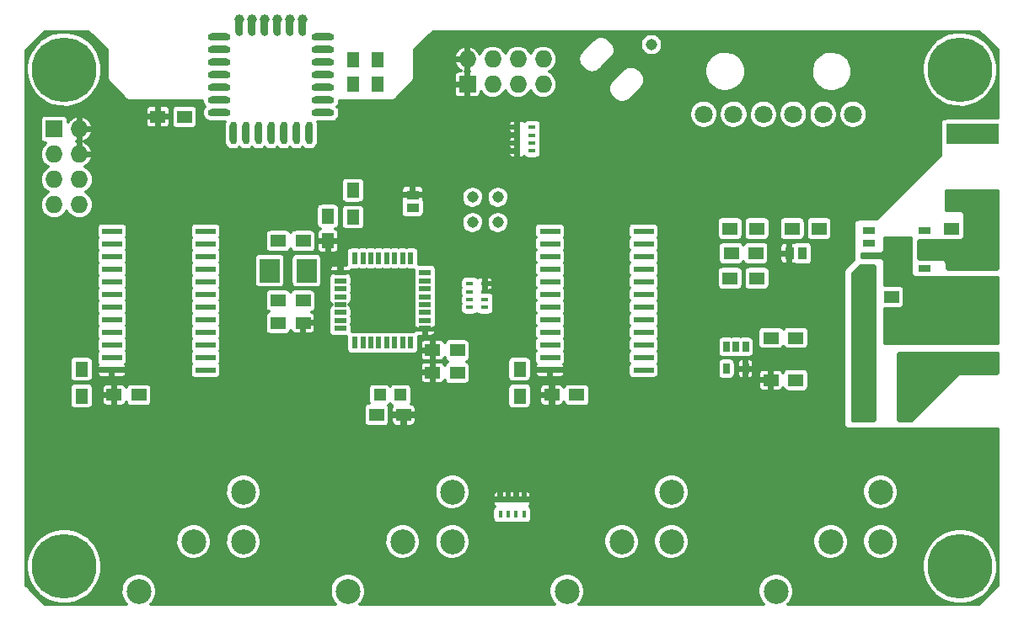
<source format=gbr>
G04 #@! TF.FileFunction,Copper,L1,Top,Signal*
%FSLAX46Y46*%
G04 Gerber Fmt 4.6, Leading zero omitted, Abs format (unit mm)*
G04 Created by KiCad (PCBNEW (2015-08-16 BZR 6096, Git c63f6aa)-product) date Sun 16 Aug 2015 06:36:37 PM PDT*
%MOMM*%
G01*
G04 APERTURE LIST*
%ADD10C,0.100000*%
%ADD11R,2.000000X0.600000*%
%ADD12R,1.800860X2.199640*%
%ADD13R,1.198880X1.198880*%
%ADD14R,5.300000X2.000000*%
%ADD15R,0.965200X1.270000*%
%ADD16R,2.000000X6.000000*%
%ADD17C,6.500000*%
%ADD18C,1.143000*%
%ADD19R,1.727200X1.727200*%
%ADD20O,1.727200X1.727200*%
%ADD21R,0.762000X0.431800*%
%ADD22R,0.431800X0.762000*%
%ADD23C,2.500000*%
%ADD24R,0.650000X1.060000*%
%ADD25R,1.270000X0.635000*%
%ADD26R,2.290000X2.290000*%
%ADD27C,1.000000*%
%ADD28R,1.200000X0.600000*%
%ADD29R,0.600000X1.200000*%
%ADD30R,1.300000X1.500000*%
%ADD31R,1.500000X1.300000*%
%ADD32R,1.500000X1.250000*%
%ADD33R,1.250000X1.500000*%
%ADD34R,2.000000X2.400000*%
%ADD35C,1.800000*%
%ADD36R,1.270000X0.965200*%
%ADD37O,0.762000X2.032000*%
%ADD38O,0.762000X2.286000*%
%ADD39O,2.286000X0.762000*%
%ADD40C,0.380000*%
G04 APERTURE END LIST*
D10*
D11*
X119200000Y-89235000D03*
X119200000Y-87965000D03*
X119200000Y-86695000D03*
X119200000Y-85425000D03*
X119200000Y-84155000D03*
X119200000Y-82885000D03*
X119200000Y-81615000D03*
X119200000Y-80345000D03*
X119200000Y-79075000D03*
X119200000Y-77805000D03*
X119200000Y-76535000D03*
X119200000Y-75265000D03*
X109800000Y-75265000D03*
X109800000Y-76535000D03*
X109800000Y-77805000D03*
X109800000Y-79075000D03*
X109800000Y-80345000D03*
X109800000Y-81615000D03*
X109800000Y-82885000D03*
X109800000Y-84155000D03*
X109800000Y-85425000D03*
X109800000Y-86695000D03*
X109800000Y-87965000D03*
X109800000Y-89235000D03*
D12*
X189556600Y-85375000D03*
X185543400Y-85375000D03*
D13*
X138799020Y-91750000D03*
X136700980Y-91750000D03*
D14*
X196250000Y-65450000D03*
X196250000Y-72050000D03*
D15*
X179135000Y-77500000D03*
X177865000Y-77500000D03*
D16*
X185400000Y-90875000D03*
X189700000Y-90875000D03*
D17*
X105000000Y-59000000D03*
X195000000Y-59000000D03*
X105000000Y-109000000D03*
X195000000Y-109000000D03*
D18*
X164000000Y-56500000D03*
X146034000Y-74398000D03*
X148574000Y-74398000D03*
X146034000Y-71858000D03*
X148574000Y-71858000D03*
D19*
X145500000Y-60500000D03*
D20*
X145500000Y-57960000D03*
X148040000Y-60500000D03*
X148040000Y-57960000D03*
X150580000Y-60500000D03*
X150580000Y-57960000D03*
X153120000Y-60500000D03*
X153120000Y-57960000D03*
D19*
X104000000Y-65000000D03*
D20*
X106540000Y-65000000D03*
X104000000Y-67540000D03*
X106540000Y-67540000D03*
X104000000Y-70080000D03*
X106540000Y-70080000D03*
X104000000Y-72620000D03*
X106540000Y-72620000D03*
D21*
X145738000Y-81351220D03*
X147262000Y-81351220D03*
X145738000Y-82148780D03*
X147262000Y-82148780D03*
X145738000Y-80551120D03*
X145738000Y-82948880D03*
X147262000Y-82948880D03*
X147262000Y-80551120D03*
D22*
X149601220Y-103762000D03*
X149601220Y-102238000D03*
X150398780Y-103762000D03*
X150398780Y-102238000D03*
X148801120Y-103762000D03*
X151198880Y-103762000D03*
X151198880Y-102238000D03*
X148801120Y-102238000D03*
D21*
X150488000Y-65601220D03*
X152012000Y-65601220D03*
X150488000Y-66398780D03*
X152012000Y-66398780D03*
X150488000Y-64801120D03*
X150488000Y-67198880D03*
X152012000Y-67198880D03*
X152012000Y-64801120D03*
D23*
X123000000Y-101500000D03*
X112500000Y-111500000D03*
X123000000Y-106500000D03*
X118000000Y-106500000D03*
X144000000Y-101500000D03*
X133500000Y-111500000D03*
X144000000Y-106500000D03*
X139000000Y-106500000D03*
X166000000Y-101500000D03*
X155500000Y-111500000D03*
X166000000Y-106500000D03*
X161000000Y-106500000D03*
X187000000Y-101500000D03*
X176500000Y-111500000D03*
X187000000Y-106500000D03*
X182000000Y-106500000D03*
D24*
X173450000Y-86900000D03*
X172500000Y-86900000D03*
X171550000Y-86900000D03*
X171550000Y-89100000D03*
X173450000Y-89100000D03*
D25*
X191419000Y-79030000D03*
X191419000Y-77760000D03*
X191419000Y-76490000D03*
X191419000Y-75220000D03*
X185831000Y-75220000D03*
X185831000Y-76490000D03*
X185831000Y-77760000D03*
X185831000Y-79030000D03*
D26*
X188625000Y-77125000D03*
D27*
X188075000Y-77675000D03*
X188075000Y-76575000D03*
X189175000Y-76575000D03*
X189175000Y-77675000D03*
D28*
X132750000Y-79450000D03*
X132750000Y-80250000D03*
X132750000Y-81050000D03*
X132750000Y-81850000D03*
X132750000Y-82650000D03*
X132750000Y-83450000D03*
X132750000Y-84250000D03*
X132750000Y-85050000D03*
D29*
X134200000Y-86500000D03*
X135000000Y-86500000D03*
X135800000Y-86500000D03*
X136600000Y-86500000D03*
X137400000Y-86500000D03*
X138200000Y-86500000D03*
X139000000Y-86500000D03*
X139800000Y-86500000D03*
D28*
X141250000Y-85050000D03*
X141250000Y-84250000D03*
X141250000Y-83450000D03*
X141250000Y-82650000D03*
X141250000Y-81850000D03*
X141250000Y-81050000D03*
X141250000Y-80250000D03*
X141250000Y-79450000D03*
D29*
X139800000Y-78000000D03*
X139000000Y-78000000D03*
X138200000Y-78000000D03*
X137400000Y-78000000D03*
X136600000Y-78000000D03*
X135800000Y-78000000D03*
X135000000Y-78000000D03*
X134200000Y-78000000D03*
D30*
X106750000Y-89150000D03*
X106750000Y-91850000D03*
X150750000Y-89150000D03*
X150750000Y-91850000D03*
D31*
X136400000Y-93750000D03*
X139100000Y-93750000D03*
X171900000Y-80000000D03*
X174600000Y-80000000D03*
X174600000Y-75000000D03*
X171900000Y-75000000D03*
X180850000Y-75000000D03*
X178150000Y-75000000D03*
X194150000Y-75050000D03*
X196850000Y-75050000D03*
D30*
X134000000Y-73850000D03*
X134000000Y-71150000D03*
D32*
X112500000Y-91750000D03*
X110000000Y-91750000D03*
X156500000Y-91750000D03*
X154000000Y-91750000D03*
X174500000Y-77500000D03*
X172000000Y-77500000D03*
X142000000Y-87250000D03*
X144500000Y-87250000D03*
X142000000Y-89500000D03*
X144500000Y-89500000D03*
X126500000Y-84500000D03*
X129000000Y-84500000D03*
X126500000Y-82250000D03*
X129000000Y-82250000D03*
X126500000Y-76250000D03*
X129000000Y-76250000D03*
D33*
X195375000Y-80875000D03*
X195375000Y-78375000D03*
X131500000Y-73750000D03*
X131500000Y-76250000D03*
D32*
X176000000Y-90250000D03*
X178500000Y-90250000D03*
X176000000Y-86000000D03*
X178500000Y-86000000D03*
D33*
X196500000Y-88250000D03*
X196500000Y-85750000D03*
X193500000Y-88250000D03*
X193500000Y-85750000D03*
D32*
X185625000Y-81875000D03*
X188125000Y-81875000D03*
D34*
X125650000Y-79250000D03*
X129350000Y-79250000D03*
D35*
X184250000Y-63500000D03*
X181250000Y-63500000D03*
X178250000Y-63500000D03*
X175250000Y-63500000D03*
X172250000Y-63500000D03*
X169250000Y-63500000D03*
D33*
X134000000Y-58000000D03*
X134000000Y-60500000D03*
X136500000Y-58000000D03*
X136500000Y-60500000D03*
D36*
X140000000Y-72885000D03*
X140000000Y-71615000D03*
D31*
X114400000Y-63750000D03*
X117100000Y-63750000D03*
D37*
X128975000Y-54616000D03*
D38*
X121990000Y-65411000D03*
X123260000Y-65411000D03*
X124530000Y-65411000D03*
X125800000Y-65411000D03*
X127070000Y-65411000D03*
X128340000Y-65411000D03*
X129610000Y-65411000D03*
D39*
X120593000Y-55759000D03*
X120593000Y-57029000D03*
X120593000Y-58299000D03*
X120593000Y-59569000D03*
X120593000Y-60839000D03*
X120593000Y-62109000D03*
X120593000Y-63379000D03*
X131007000Y-55759000D03*
X131007000Y-57029000D03*
X131007000Y-58299000D03*
X131007000Y-59569000D03*
X131007000Y-60839000D03*
X131007000Y-62109000D03*
X131007000Y-63379000D03*
D37*
X127705000Y-54616000D03*
X126435000Y-54616000D03*
X125165000Y-54616000D03*
X123895000Y-54616000D03*
X122625000Y-54616000D03*
D27*
X128975000Y-53981000D03*
X127705000Y-53981000D03*
X126435000Y-53981000D03*
X125165000Y-53981000D03*
X123895000Y-53981000D03*
X122625000Y-53981000D03*
D11*
X163200000Y-89235000D03*
X163200000Y-87965000D03*
X163200000Y-86695000D03*
X163200000Y-85425000D03*
X163200000Y-84155000D03*
X163200000Y-82885000D03*
X163200000Y-81615000D03*
X163200000Y-80345000D03*
X163200000Y-79075000D03*
X163200000Y-77805000D03*
X163200000Y-76535000D03*
X163200000Y-75265000D03*
X153800000Y-75265000D03*
X153800000Y-76535000D03*
X153800000Y-77805000D03*
X153800000Y-79075000D03*
X153800000Y-80345000D03*
X153800000Y-81615000D03*
X153800000Y-82885000D03*
X153800000Y-84155000D03*
X153800000Y-85425000D03*
X153800000Y-86695000D03*
X153800000Y-87965000D03*
X153800000Y-89235000D03*
D40*
G36*
X107392849Y-55191934D02*
X107409546Y-55195942D01*
X107425409Y-55202513D01*
X107440049Y-55211484D01*
X107458797Y-55227497D01*
X109271178Y-57039878D01*
X109290699Y-57063664D01*
X109300778Y-57082522D01*
X109306985Y-57102982D01*
X109310000Y-57133595D01*
X109310000Y-59875736D01*
X109310915Y-59894358D01*
X109316679Y-59952885D01*
X109323946Y-59989418D01*
X109341018Y-60045696D01*
X109355271Y-60080106D01*
X109382994Y-60131972D01*
X109403687Y-60162942D01*
X109440996Y-60208403D01*
X109453518Y-60222218D01*
X111277782Y-62046482D01*
X111288736Y-62056608D01*
X111324532Y-62087181D01*
X111348654Y-62104707D01*
X111388793Y-62129304D01*
X111415357Y-62142839D01*
X111458849Y-62160854D01*
X111487203Y-62170067D01*
X111532978Y-62181057D01*
X111562429Y-62185721D01*
X111609359Y-62189414D01*
X111624264Y-62190000D01*
X118899794Y-62190000D01*
X118908299Y-62283452D01*
X118959600Y-62457759D01*
X119043780Y-62618781D01*
X119145025Y-62744704D01*
X119050974Y-62858391D01*
X118964553Y-63018223D01*
X118910823Y-63191796D01*
X118891831Y-63372500D01*
X118908299Y-63553452D01*
X118959600Y-63727759D01*
X119043780Y-63888781D01*
X119157634Y-64030387D01*
X119296824Y-64147181D01*
X119456048Y-64234715D01*
X119629242Y-64289655D01*
X119809809Y-64309909D01*
X119822808Y-64310000D01*
X121122880Y-64310000D01*
X121079345Y-64447242D01*
X121059091Y-64627809D01*
X121059000Y-64640808D01*
X121059000Y-66181192D01*
X121076731Y-66362024D01*
X121129248Y-66535969D01*
X121214550Y-66696400D01*
X121329390Y-66837206D01*
X121469391Y-66953026D01*
X121629223Y-67039447D01*
X121802796Y-67093177D01*
X121983500Y-67112169D01*
X122164452Y-67095701D01*
X122338759Y-67044400D01*
X122499781Y-66960220D01*
X122625704Y-66858975D01*
X122739391Y-66953026D01*
X122899223Y-67039447D01*
X123072796Y-67093177D01*
X123253500Y-67112169D01*
X123434452Y-67095701D01*
X123608759Y-67044400D01*
X123769781Y-66960220D01*
X123895704Y-66858975D01*
X124009391Y-66953026D01*
X124169223Y-67039447D01*
X124342796Y-67093177D01*
X124523500Y-67112169D01*
X124704452Y-67095701D01*
X124878759Y-67044400D01*
X125039781Y-66960220D01*
X125165704Y-66858975D01*
X125279391Y-66953026D01*
X125439223Y-67039447D01*
X125612796Y-67093177D01*
X125793500Y-67112169D01*
X125974452Y-67095701D01*
X126148759Y-67044400D01*
X126309781Y-66960220D01*
X126435704Y-66858975D01*
X126549391Y-66953026D01*
X126709223Y-67039447D01*
X126882796Y-67093177D01*
X127063500Y-67112169D01*
X127244452Y-67095701D01*
X127418759Y-67044400D01*
X127579781Y-66960220D01*
X127705704Y-66858975D01*
X127819391Y-66953026D01*
X127979223Y-67039447D01*
X128152796Y-67093177D01*
X128333500Y-67112169D01*
X128514452Y-67095701D01*
X128688759Y-67044400D01*
X128849781Y-66960220D01*
X128975704Y-66858975D01*
X129089391Y-66953026D01*
X129249223Y-67039447D01*
X129422796Y-67093177D01*
X129603500Y-67112169D01*
X129784452Y-67095701D01*
X129958759Y-67044400D01*
X130119781Y-66960220D01*
X130261387Y-66846366D01*
X130378181Y-66707176D01*
X130421032Y-66629230D01*
X149617000Y-66629230D01*
X149617000Y-66662941D01*
X149635830Y-66757608D01*
X149652905Y-66798830D01*
X149635830Y-66840052D01*
X149617000Y-66934719D01*
X149617000Y-66968430D01*
X149739500Y-67090930D01*
X149989611Y-67090930D01*
X150058739Y-67104680D01*
X150230500Y-67104680D01*
X150244250Y-67090930D01*
X150353000Y-67090930D01*
X150353000Y-66506730D01*
X150244250Y-66506730D01*
X150230500Y-66492980D01*
X150058739Y-66492980D01*
X149989611Y-66506730D01*
X149739500Y-66506730D01*
X149617000Y-66629230D01*
X130421032Y-66629230D01*
X130465715Y-66547952D01*
X130520655Y-66374758D01*
X130540909Y-66194191D01*
X130541000Y-66181192D01*
X130541000Y-65831670D01*
X149617000Y-65831670D01*
X149617000Y-65865381D01*
X149635830Y-65960048D01*
X149652379Y-66000000D01*
X149635830Y-66039952D01*
X149617000Y-66134619D01*
X149617000Y-66168330D01*
X149739500Y-66290830D01*
X149976842Y-66290830D01*
X150058739Y-66307120D01*
X150230500Y-66307120D01*
X150246790Y-66290830D01*
X150353000Y-66290830D01*
X150353000Y-65709170D01*
X150246790Y-65709170D01*
X150230500Y-65692880D01*
X150058739Y-65692880D01*
X149976842Y-65709170D01*
X149739500Y-65709170D01*
X149617000Y-65831670D01*
X130541000Y-65831670D01*
X130541000Y-65031570D01*
X149617000Y-65031570D01*
X149617000Y-65065281D01*
X149635830Y-65159948D01*
X149652905Y-65201170D01*
X149635830Y-65242392D01*
X149617000Y-65337059D01*
X149617000Y-65370770D01*
X149739500Y-65493270D01*
X149989611Y-65493270D01*
X150058739Y-65507020D01*
X150230500Y-65507020D01*
X150244250Y-65493270D01*
X150353000Y-65493270D01*
X150353000Y-64909070D01*
X150244250Y-64909070D01*
X150230500Y-64895320D01*
X150058739Y-64895320D01*
X149989611Y-64909070D01*
X149739500Y-64909070D01*
X149617000Y-65031570D01*
X130541000Y-65031570D01*
X130541000Y-64640808D01*
X130530818Y-64536959D01*
X149617000Y-64536959D01*
X149617000Y-64570670D01*
X149739500Y-64693170D01*
X150353000Y-64693170D01*
X150353000Y-64217720D01*
X150623000Y-64217720D01*
X150623000Y-64693170D01*
X150643000Y-64693170D01*
X150643000Y-64909070D01*
X150623000Y-64909070D01*
X150623000Y-65493270D01*
X150643000Y-65493270D01*
X150643000Y-65709170D01*
X150623000Y-65709170D01*
X150623000Y-66290830D01*
X150643000Y-66290830D01*
X150643000Y-66506730D01*
X150623000Y-66506730D01*
X150623000Y-67090930D01*
X150643000Y-67090930D01*
X150643000Y-67306830D01*
X150623000Y-67306830D01*
X150623000Y-67782280D01*
X150745500Y-67904780D01*
X150917261Y-67904780D01*
X151011928Y-67885950D01*
X151101102Y-67849012D01*
X151181357Y-67795388D01*
X151208584Y-67768161D01*
X151216897Y-67780776D01*
X151335256Y-67881652D01*
X151477032Y-67945561D01*
X151631000Y-67967441D01*
X152393000Y-67967441D01*
X152480585Y-67960457D01*
X152629140Y-67914452D01*
X152758996Y-67828883D01*
X152859872Y-67710524D01*
X152923781Y-67568748D01*
X152945661Y-67414780D01*
X152945661Y-66982980D01*
X152938677Y-66895395D01*
X152909344Y-66800675D01*
X152923781Y-66768648D01*
X152945661Y-66614680D01*
X152945661Y-66182880D01*
X152938677Y-66095295D01*
X152909810Y-66002081D01*
X152923781Y-65971088D01*
X152945661Y-65817120D01*
X152945661Y-65385320D01*
X152938677Y-65297735D01*
X152909344Y-65203015D01*
X152923781Y-65170988D01*
X152945661Y-65017020D01*
X152945661Y-64585220D01*
X152938677Y-64497635D01*
X152892672Y-64349080D01*
X152807103Y-64219224D01*
X152688744Y-64118348D01*
X152546968Y-64054439D01*
X152393000Y-64032559D01*
X151631000Y-64032559D01*
X151543415Y-64039543D01*
X151394860Y-64085548D01*
X151265004Y-64171117D01*
X151211104Y-64234359D01*
X151181357Y-64204612D01*
X151101102Y-64150988D01*
X151011928Y-64114050D01*
X150917261Y-64095220D01*
X150745500Y-64095220D01*
X150623000Y-64217720D01*
X150353000Y-64217720D01*
X150230500Y-64095220D01*
X150058739Y-64095220D01*
X149964072Y-64114050D01*
X149874898Y-64150988D01*
X149794643Y-64204612D01*
X149726392Y-64272863D01*
X149672768Y-64353118D01*
X149635830Y-64442292D01*
X149617000Y-64536959D01*
X130530818Y-64536959D01*
X130523269Y-64459976D01*
X130477989Y-64310000D01*
X131777192Y-64310000D01*
X131958024Y-64292269D01*
X132131969Y-64239752D01*
X132292400Y-64154450D01*
X132433206Y-64039610D01*
X132549026Y-63899609D01*
X132635447Y-63739777D01*
X132671929Y-63621920D01*
X167798094Y-63621920D01*
X167849426Y-63901608D01*
X167954106Y-64165999D01*
X168108146Y-64405022D01*
X168305679Y-64609573D01*
X168539181Y-64771861D01*
X168799757Y-64885705D01*
X169077484Y-64946767D01*
X169361781Y-64952722D01*
X169641820Y-64903343D01*
X169906936Y-64800512D01*
X170147029Y-64648144D01*
X170352954Y-64452044D01*
X170516868Y-64219681D01*
X170632528Y-63959906D01*
X170695527Y-63682613D01*
X170696374Y-63621920D01*
X170798094Y-63621920D01*
X170849426Y-63901608D01*
X170954106Y-64165999D01*
X171108146Y-64405022D01*
X171305679Y-64609573D01*
X171539181Y-64771861D01*
X171799757Y-64885705D01*
X172077484Y-64946767D01*
X172361781Y-64952722D01*
X172641820Y-64903343D01*
X172906936Y-64800512D01*
X173147029Y-64648144D01*
X173352954Y-64452044D01*
X173516868Y-64219681D01*
X173632528Y-63959906D01*
X173695527Y-63682613D01*
X173696374Y-63621920D01*
X173798094Y-63621920D01*
X173849426Y-63901608D01*
X173954106Y-64165999D01*
X174108146Y-64405022D01*
X174305679Y-64609573D01*
X174539181Y-64771861D01*
X174799757Y-64885705D01*
X175077484Y-64946767D01*
X175361781Y-64952722D01*
X175641820Y-64903343D01*
X175906936Y-64800512D01*
X176147029Y-64648144D01*
X176352954Y-64452044D01*
X176516868Y-64219681D01*
X176632528Y-63959906D01*
X176695527Y-63682613D01*
X176696374Y-63621920D01*
X176798094Y-63621920D01*
X176849426Y-63901608D01*
X176954106Y-64165999D01*
X177108146Y-64405022D01*
X177305679Y-64609573D01*
X177539181Y-64771861D01*
X177799757Y-64885705D01*
X178077484Y-64946767D01*
X178361781Y-64952722D01*
X178641820Y-64903343D01*
X178906936Y-64800512D01*
X179147029Y-64648144D01*
X179352954Y-64452044D01*
X179516868Y-64219681D01*
X179632528Y-63959906D01*
X179695527Y-63682613D01*
X179696374Y-63621920D01*
X179798094Y-63621920D01*
X179849426Y-63901608D01*
X179954106Y-64165999D01*
X180108146Y-64405022D01*
X180305679Y-64609573D01*
X180539181Y-64771861D01*
X180799757Y-64885705D01*
X181077484Y-64946767D01*
X181361781Y-64952722D01*
X181641820Y-64903343D01*
X181906936Y-64800512D01*
X182147029Y-64648144D01*
X182352954Y-64452044D01*
X182516868Y-64219681D01*
X182632528Y-63959906D01*
X182695527Y-63682613D01*
X182696374Y-63621920D01*
X182798094Y-63621920D01*
X182849426Y-63901608D01*
X182954106Y-64165999D01*
X183108146Y-64405022D01*
X183305679Y-64609573D01*
X183539181Y-64771861D01*
X183799757Y-64885705D01*
X184077484Y-64946767D01*
X184361781Y-64952722D01*
X184641820Y-64903343D01*
X184906936Y-64800512D01*
X185147029Y-64648144D01*
X185352954Y-64452044D01*
X185516868Y-64219681D01*
X185632528Y-63959906D01*
X185695527Y-63682613D01*
X185700062Y-63357820D01*
X185644830Y-63078876D01*
X185536469Y-62815972D01*
X185379107Y-62579123D01*
X185178737Y-62377350D01*
X184942992Y-62218338D01*
X184680851Y-62108144D01*
X184402300Y-62050966D01*
X184117947Y-62048980D01*
X183838624Y-62102264D01*
X183574970Y-62208787D01*
X183337028Y-62364492D01*
X183133861Y-62563448D01*
X182973207Y-62798077D01*
X182861186Y-63059442D01*
X182802064Y-63337588D01*
X182798094Y-63621920D01*
X182696374Y-63621920D01*
X182700062Y-63357820D01*
X182644830Y-63078876D01*
X182536469Y-62815972D01*
X182379107Y-62579123D01*
X182178737Y-62377350D01*
X181942992Y-62218338D01*
X181680851Y-62108144D01*
X181402300Y-62050966D01*
X181117947Y-62048980D01*
X180838624Y-62102264D01*
X180574970Y-62208787D01*
X180337028Y-62364492D01*
X180133861Y-62563448D01*
X179973207Y-62798077D01*
X179861186Y-63059442D01*
X179802064Y-63337588D01*
X179798094Y-63621920D01*
X179696374Y-63621920D01*
X179700062Y-63357820D01*
X179644830Y-63078876D01*
X179536469Y-62815972D01*
X179379107Y-62579123D01*
X179178737Y-62377350D01*
X178942992Y-62218338D01*
X178680851Y-62108144D01*
X178402300Y-62050966D01*
X178117947Y-62048980D01*
X177838624Y-62102264D01*
X177574970Y-62208787D01*
X177337028Y-62364492D01*
X177133861Y-62563448D01*
X176973207Y-62798077D01*
X176861186Y-63059442D01*
X176802064Y-63337588D01*
X176798094Y-63621920D01*
X176696374Y-63621920D01*
X176700062Y-63357820D01*
X176644830Y-63078876D01*
X176536469Y-62815972D01*
X176379107Y-62579123D01*
X176178737Y-62377350D01*
X175942992Y-62218338D01*
X175680851Y-62108144D01*
X175402300Y-62050966D01*
X175117947Y-62048980D01*
X174838624Y-62102264D01*
X174574970Y-62208787D01*
X174337028Y-62364492D01*
X174133861Y-62563448D01*
X173973207Y-62798077D01*
X173861186Y-63059442D01*
X173802064Y-63337588D01*
X173798094Y-63621920D01*
X173696374Y-63621920D01*
X173700062Y-63357820D01*
X173644830Y-63078876D01*
X173536469Y-62815972D01*
X173379107Y-62579123D01*
X173178737Y-62377350D01*
X172942992Y-62218338D01*
X172680851Y-62108144D01*
X172402300Y-62050966D01*
X172117947Y-62048980D01*
X171838624Y-62102264D01*
X171574970Y-62208787D01*
X171337028Y-62364492D01*
X171133861Y-62563448D01*
X170973207Y-62798077D01*
X170861186Y-63059442D01*
X170802064Y-63337588D01*
X170798094Y-63621920D01*
X170696374Y-63621920D01*
X170700062Y-63357820D01*
X170644830Y-63078876D01*
X170536469Y-62815972D01*
X170379107Y-62579123D01*
X170178737Y-62377350D01*
X169942992Y-62218338D01*
X169680851Y-62108144D01*
X169402300Y-62050966D01*
X169117947Y-62048980D01*
X168838624Y-62102264D01*
X168574970Y-62208787D01*
X168337028Y-62364492D01*
X168133861Y-62563448D01*
X167973207Y-62798077D01*
X167861186Y-63059442D01*
X167802064Y-63337588D01*
X167798094Y-63621920D01*
X132671929Y-63621920D01*
X132689177Y-63566204D01*
X132708169Y-63385500D01*
X132691701Y-63204548D01*
X132640400Y-63030241D01*
X132556220Y-62869219D01*
X132454975Y-62743296D01*
X132549026Y-62629609D01*
X132635447Y-62469777D01*
X132689177Y-62296204D01*
X132700339Y-62190000D01*
X137875736Y-62190000D01*
X137890641Y-62189414D01*
X137937571Y-62185721D01*
X137967022Y-62181057D01*
X138012797Y-62170067D01*
X138041151Y-62160854D01*
X138084643Y-62142839D01*
X138111207Y-62129304D01*
X138151346Y-62104707D01*
X138175468Y-62087181D01*
X138211264Y-62056608D01*
X138222218Y-62046482D01*
X139511200Y-60757500D01*
X144146400Y-60757500D01*
X144146400Y-61411861D01*
X144165230Y-61506528D01*
X144202168Y-61595702D01*
X144255792Y-61675957D01*
X144324043Y-61744208D01*
X144404298Y-61797832D01*
X144493472Y-61834770D01*
X144588139Y-61853600D01*
X145242500Y-61853600D01*
X145365000Y-61731100D01*
X145365000Y-60635000D01*
X144268900Y-60635000D01*
X144146400Y-60757500D01*
X139511200Y-60757500D01*
X140046482Y-60222218D01*
X140059004Y-60208403D01*
X140096313Y-60162942D01*
X140117006Y-60131972D01*
X140144729Y-60080106D01*
X140158982Y-60045696D01*
X140176054Y-59989418D01*
X140183321Y-59952885D01*
X140189085Y-59894358D01*
X140190000Y-59875736D01*
X140190000Y-59588139D01*
X144146400Y-59588139D01*
X144146400Y-60242500D01*
X144268900Y-60365000D01*
X145365000Y-60365000D01*
X145365000Y-59268900D01*
X145304510Y-59208410D01*
X145365000Y-59183676D01*
X145365000Y-58095000D01*
X144275643Y-58095000D01*
X144190844Y-58304033D01*
X144283117Y-58552826D01*
X144422154Y-58778837D01*
X144602612Y-58973381D01*
X144817556Y-59128981D01*
X144855513Y-59146400D01*
X144588139Y-59146400D01*
X144493472Y-59165230D01*
X144404298Y-59202168D01*
X144324043Y-59255792D01*
X144255792Y-59324043D01*
X144202168Y-59404298D01*
X144165230Y-59493472D01*
X144146400Y-59588139D01*
X140190000Y-59588139D01*
X140190000Y-57615967D01*
X144190844Y-57615967D01*
X144275643Y-57825000D01*
X145365000Y-57825000D01*
X145365000Y-56736324D01*
X145635000Y-56736324D01*
X145635000Y-57825000D01*
X145655000Y-57825000D01*
X145655000Y-58095000D01*
X145635000Y-58095000D01*
X145635000Y-59183676D01*
X145695490Y-59208410D01*
X145635000Y-59268900D01*
X145635000Y-60365000D01*
X145655000Y-60365000D01*
X145655000Y-60635000D01*
X145635000Y-60635000D01*
X145635000Y-61731100D01*
X145757500Y-61853600D01*
X146411861Y-61853600D01*
X146506528Y-61834770D01*
X146595702Y-61797832D01*
X146675957Y-61744208D01*
X146744208Y-61675957D01*
X146797832Y-61595702D01*
X146834770Y-61506528D01*
X146853600Y-61411861D01*
X146853600Y-61272219D01*
X146862583Y-61289114D01*
X147036951Y-61502911D01*
X147249525Y-61678768D01*
X147492208Y-61809986D01*
X147755756Y-61891568D01*
X148030131Y-61920406D01*
X148304882Y-61895401D01*
X148569544Y-61817507D01*
X148814035Y-61689690D01*
X149029044Y-61516819D01*
X149206380Y-61305477D01*
X149310541Y-61116009D01*
X149402583Y-61289114D01*
X149576951Y-61502911D01*
X149789525Y-61678768D01*
X150032208Y-61809986D01*
X150295756Y-61891568D01*
X150570131Y-61920406D01*
X150844882Y-61895401D01*
X151109544Y-61817507D01*
X151354035Y-61689690D01*
X151569044Y-61516819D01*
X151746380Y-61305477D01*
X151850541Y-61116009D01*
X151942583Y-61289114D01*
X152116951Y-61502911D01*
X152329525Y-61678768D01*
X152572208Y-61809986D01*
X152835756Y-61891568D01*
X153110131Y-61920406D01*
X153384882Y-61895401D01*
X153649544Y-61817507D01*
X153894035Y-61689690D01*
X154109044Y-61516819D01*
X154286380Y-61305477D01*
X154419290Y-61063716D01*
X154442021Y-60992057D01*
X159651620Y-60992057D01*
X159652349Y-60999771D01*
X159662210Y-61096855D01*
X159672155Y-61146177D01*
X159681405Y-61195608D01*
X159683619Y-61203034D01*
X159712149Y-61296353D01*
X159731470Y-61342769D01*
X159750162Y-61389501D01*
X159753776Y-61396356D01*
X159799889Y-61482356D01*
X159827870Y-61524152D01*
X159855268Y-61566342D01*
X159860144Y-61572364D01*
X159922083Y-61647770D01*
X159938545Y-61664231D01*
X159953066Y-61682422D01*
X159958507Y-61687939D01*
X160312061Y-62041493D01*
X160312129Y-62041549D01*
X160313413Y-62042842D01*
X160315890Y-62045302D01*
X160334685Y-62060632D01*
X160351719Y-62077906D01*
X160357707Y-62082824D01*
X160433544Y-62144236D01*
X160475527Y-62171919D01*
X160517145Y-62200202D01*
X160523974Y-62203863D01*
X160610294Y-62249374D01*
X160656881Y-62268386D01*
X160703171Y-62288035D01*
X160710582Y-62290301D01*
X160804098Y-62318179D01*
X160853474Y-62327776D01*
X160902710Y-62338063D01*
X160910419Y-62338846D01*
X161007569Y-62348030D01*
X161057883Y-62347854D01*
X161108178Y-62348381D01*
X161115881Y-62347652D01*
X161115886Y-62347652D01*
X161115890Y-62347651D01*
X161115892Y-62347651D01*
X161212977Y-62337789D01*
X161262263Y-62327851D01*
X161311725Y-62318595D01*
X161319151Y-62316381D01*
X161412470Y-62287851D01*
X161458886Y-62268530D01*
X161505618Y-62249838D01*
X161512473Y-62246224D01*
X161598473Y-62200111D01*
X161640269Y-62172130D01*
X161682459Y-62144732D01*
X161688481Y-62139856D01*
X161763887Y-62077917D01*
X161780348Y-62061455D01*
X161798539Y-62046934D01*
X161804056Y-62041493D01*
X163041493Y-60804056D01*
X163041558Y-60803977D01*
X163042841Y-60802703D01*
X163045301Y-60800226D01*
X163060631Y-60781431D01*
X163077905Y-60764397D01*
X163082823Y-60758409D01*
X163144235Y-60682572D01*
X163171918Y-60640589D01*
X163200201Y-60598971D01*
X163203862Y-60592142D01*
X163249373Y-60505822D01*
X163268382Y-60459243D01*
X163288032Y-60412950D01*
X163290298Y-60405540D01*
X163318177Y-60312024D01*
X163327772Y-60262660D01*
X163338063Y-60213401D01*
X163338846Y-60205691D01*
X163348029Y-60108541D01*
X163347853Y-60058270D01*
X163348380Y-60007944D01*
X163347651Y-60000229D01*
X163337790Y-59903146D01*
X163327846Y-59853830D01*
X163318595Y-59804393D01*
X163316381Y-59796966D01*
X163287851Y-59703647D01*
X163268518Y-59657203D01*
X163249838Y-59610499D01*
X163246224Y-59603645D01*
X163200111Y-59517644D01*
X163172130Y-59475848D01*
X163144732Y-59433658D01*
X163139855Y-59427636D01*
X163078032Y-59352370D01*
X169347305Y-59352370D01*
X169419879Y-59747791D01*
X169567874Y-60121585D01*
X169785655Y-60459514D01*
X170064926Y-60748707D01*
X170395049Y-60978149D01*
X170763450Y-61139099D01*
X171156097Y-61225429D01*
X171558035Y-61233848D01*
X171953953Y-61164037D01*
X172328771Y-61018654D01*
X172668213Y-60803238D01*
X172959348Y-60525994D01*
X173191089Y-60197480D01*
X173354608Y-59830211D01*
X173443676Y-59438176D01*
X173444874Y-59352370D01*
X180047305Y-59352370D01*
X180119879Y-59747791D01*
X180267874Y-60121585D01*
X180485655Y-60459514D01*
X180764926Y-60748707D01*
X181095049Y-60978149D01*
X181463450Y-61139099D01*
X181856097Y-61225429D01*
X182258035Y-61233848D01*
X182653953Y-61164037D01*
X183028771Y-61018654D01*
X183368213Y-60803238D01*
X183659348Y-60525994D01*
X183891089Y-60197480D01*
X184054608Y-59830211D01*
X184143676Y-59438176D01*
X184145332Y-59319514D01*
X191195005Y-59319514D01*
X191329531Y-60052490D01*
X191603864Y-60745377D01*
X192007555Y-61371783D01*
X192525227Y-61907848D01*
X193137163Y-62333154D01*
X193820054Y-62631502D01*
X194547888Y-62791527D01*
X195292943Y-62807133D01*
X196026840Y-62677727D01*
X196721625Y-62408238D01*
X197350834Y-62008930D01*
X197890500Y-61495013D01*
X198320068Y-60886061D01*
X198623176Y-60205270D01*
X198788278Y-59478571D01*
X198800163Y-58627391D01*
X198655416Y-57896365D01*
X198371436Y-57207376D01*
X197959038Y-56586668D01*
X197433931Y-56057882D01*
X196816117Y-55641161D01*
X196129128Y-55352378D01*
X195399130Y-55202531D01*
X194653930Y-55197328D01*
X193921911Y-55336968D01*
X193230956Y-55616132D01*
X192607384Y-56024186D01*
X192074946Y-56545588D01*
X191653922Y-57160478D01*
X191360349Y-57845435D01*
X191205409Y-58574368D01*
X191195005Y-59319514D01*
X184145332Y-59319514D01*
X184150088Y-58978987D01*
X184072001Y-58584618D01*
X183918801Y-58212927D01*
X183696323Y-57878071D01*
X183413042Y-57592805D01*
X183079747Y-57367995D01*
X182709135Y-57212204D01*
X182315320Y-57131365D01*
X181913304Y-57128559D01*
X181518399Y-57203891D01*
X181145648Y-57354492D01*
X180809247Y-57574627D01*
X180522010Y-57855910D01*
X180294879Y-58187626D01*
X180136504Y-58557143D01*
X180052919Y-58950383D01*
X180047305Y-59352370D01*
X173444874Y-59352370D01*
X173450088Y-58978987D01*
X173372001Y-58584618D01*
X173218801Y-58212927D01*
X172996323Y-57878071D01*
X172713042Y-57592805D01*
X172379747Y-57367995D01*
X172009135Y-57212204D01*
X171615320Y-57131365D01*
X171213304Y-57128559D01*
X170818399Y-57203891D01*
X170445648Y-57354492D01*
X170109247Y-57574627D01*
X169822010Y-57855910D01*
X169594879Y-58187626D01*
X169436504Y-58557143D01*
X169352919Y-58950383D01*
X169347305Y-59352370D01*
X163078032Y-59352370D01*
X163077917Y-59352230D01*
X163061459Y-59335773D01*
X163046935Y-59317578D01*
X163041493Y-59312061D01*
X162687939Y-58958507D01*
X162687871Y-58958451D01*
X162686587Y-58957158D01*
X162684110Y-58954698D01*
X162665315Y-58939368D01*
X162648281Y-58922094D01*
X162642293Y-58917176D01*
X162566457Y-58855765D01*
X162524489Y-58828092D01*
X162482856Y-58799799D01*
X162476026Y-58796137D01*
X162389706Y-58750626D01*
X162343160Y-58731631D01*
X162296829Y-58711965D01*
X162289418Y-58709699D01*
X162195902Y-58681821D01*
X162146526Y-58672224D01*
X162097290Y-58661937D01*
X162089580Y-58661154D01*
X161992431Y-58651970D01*
X161942118Y-58652146D01*
X161891823Y-58651619D01*
X161884108Y-58652348D01*
X161787024Y-58662211D01*
X161737744Y-58672148D01*
X161688276Y-58681405D01*
X161680849Y-58683619D01*
X161587530Y-58712149D01*
X161541086Y-58731482D01*
X161494382Y-58750162D01*
X161487535Y-58753772D01*
X161487531Y-58753774D01*
X161487528Y-58753776D01*
X161401527Y-58799889D01*
X161359731Y-58827870D01*
X161317541Y-58855268D01*
X161311519Y-58860145D01*
X161236113Y-58922083D01*
X161219652Y-58938545D01*
X161201461Y-58953066D01*
X161195944Y-58958507D01*
X159958507Y-60195944D01*
X159958442Y-60196023D01*
X159957159Y-60197297D01*
X159954699Y-60199774D01*
X159939369Y-60218569D01*
X159922095Y-60235603D01*
X159917177Y-60241591D01*
X159855766Y-60317427D01*
X159828093Y-60359395D01*
X159799800Y-60401028D01*
X159796138Y-60407858D01*
X159750627Y-60494178D01*
X159731630Y-60540729D01*
X159711968Y-60587050D01*
X159709702Y-60594461D01*
X159681823Y-60687976D01*
X159672226Y-60737348D01*
X159661937Y-60786600D01*
X159661154Y-60794309D01*
X159651971Y-60891459D01*
X159652147Y-60941731D01*
X159651620Y-60992057D01*
X154442021Y-60992057D01*
X154502709Y-60800744D01*
X154533462Y-60526577D01*
X154533600Y-60506840D01*
X154533600Y-60493160D01*
X154506678Y-60218590D01*
X154426938Y-59954479D01*
X154297417Y-59710886D01*
X154123049Y-59497089D01*
X153910475Y-59321232D01*
X153741092Y-59229647D01*
X153894035Y-59149690D01*
X154109044Y-58976819D01*
X154286380Y-58765477D01*
X154419290Y-58523716D01*
X154502709Y-58260744D01*
X154532847Y-57992057D01*
X156651620Y-57992057D01*
X156652349Y-57999771D01*
X156662210Y-58096855D01*
X156672155Y-58146177D01*
X156681405Y-58195608D01*
X156683619Y-58203034D01*
X156712149Y-58296353D01*
X156731470Y-58342769D01*
X156750162Y-58389501D01*
X156753776Y-58396356D01*
X156799889Y-58482356D01*
X156827870Y-58524152D01*
X156855268Y-58566342D01*
X156860144Y-58572364D01*
X156922083Y-58647770D01*
X156938545Y-58664231D01*
X156953066Y-58682422D01*
X156958507Y-58687939D01*
X157312061Y-59041493D01*
X157312129Y-59041549D01*
X157313413Y-59042842D01*
X157315890Y-59045302D01*
X157334685Y-59060632D01*
X157351719Y-59077906D01*
X157357707Y-59082824D01*
X157433544Y-59144236D01*
X157475527Y-59171919D01*
X157517145Y-59200202D01*
X157523974Y-59203863D01*
X157610294Y-59249374D01*
X157656881Y-59268386D01*
X157703171Y-59288035D01*
X157710582Y-59290301D01*
X157804098Y-59318179D01*
X157853474Y-59327776D01*
X157902710Y-59338063D01*
X157910419Y-59338846D01*
X158007569Y-59348030D01*
X158057883Y-59347854D01*
X158108178Y-59348381D01*
X158115881Y-59347652D01*
X158115886Y-59347652D01*
X158115890Y-59347651D01*
X158115892Y-59347651D01*
X158212977Y-59337789D01*
X158262263Y-59327851D01*
X158311725Y-59318595D01*
X158319151Y-59316381D01*
X158412470Y-59287851D01*
X158458886Y-59268530D01*
X158505618Y-59249838D01*
X158512473Y-59246224D01*
X158598473Y-59200111D01*
X158640269Y-59172130D01*
X158682459Y-59144732D01*
X158688481Y-59139856D01*
X158763887Y-59077917D01*
X158780348Y-59061455D01*
X158798539Y-59046934D01*
X158804056Y-59041493D01*
X160041493Y-57804056D01*
X160041558Y-57803977D01*
X160042841Y-57802703D01*
X160045301Y-57800226D01*
X160060631Y-57781431D01*
X160077905Y-57764397D01*
X160082823Y-57758409D01*
X160144235Y-57682572D01*
X160171918Y-57640589D01*
X160200201Y-57598971D01*
X160203862Y-57592142D01*
X160249373Y-57505822D01*
X160268382Y-57459243D01*
X160288032Y-57412950D01*
X160290298Y-57405540D01*
X160318177Y-57312024D01*
X160327772Y-57262660D01*
X160338063Y-57213401D01*
X160338846Y-57205691D01*
X160348029Y-57108541D01*
X160347853Y-57058270D01*
X160348380Y-57007944D01*
X160347651Y-57000229D01*
X160337790Y-56903146D01*
X160327846Y-56853830D01*
X160318595Y-56804393D01*
X160316381Y-56796966D01*
X160287851Y-56703647D01*
X160268518Y-56657203D01*
X160249838Y-56610499D01*
X160246224Y-56603645D01*
X160241213Y-56594299D01*
X162877026Y-56594299D01*
X162916729Y-56810623D01*
X162997694Y-57015116D01*
X163116835Y-57199988D01*
X163269617Y-57358197D01*
X163450218Y-57483719D01*
X163651761Y-57571770D01*
X163866567Y-57618999D01*
X164086457Y-57623605D01*
X164303053Y-57585413D01*
X164508106Y-57505878D01*
X164693805Y-57388030D01*
X164853077Y-57236357D01*
X164979856Y-57056636D01*
X165069313Y-56855713D01*
X165118040Y-56641241D01*
X165121548Y-56390031D01*
X165078828Y-56174283D01*
X164995017Y-55970940D01*
X164873305Y-55787750D01*
X164718330Y-55631689D01*
X164535993Y-55508701D01*
X164333241Y-55423472D01*
X164117796Y-55379247D01*
X163897864Y-55377712D01*
X163681822Y-55418924D01*
X163477900Y-55501314D01*
X163293864Y-55621744D01*
X163136725Y-55775626D01*
X163012467Y-55957099D01*
X162925825Y-56159252D01*
X162880097Y-56374383D01*
X162877026Y-56594299D01*
X160241213Y-56594299D01*
X160200111Y-56517644D01*
X160172130Y-56475848D01*
X160144732Y-56433658D01*
X160139855Y-56427636D01*
X160077917Y-56352230D01*
X160061459Y-56335773D01*
X160046935Y-56317578D01*
X160041493Y-56312061D01*
X159687939Y-55958507D01*
X159687871Y-55958451D01*
X159686587Y-55957158D01*
X159684110Y-55954698D01*
X159665315Y-55939368D01*
X159648281Y-55922094D01*
X159642293Y-55917176D01*
X159566457Y-55855765D01*
X159524489Y-55828092D01*
X159482856Y-55799799D01*
X159476026Y-55796137D01*
X159389706Y-55750626D01*
X159343160Y-55731631D01*
X159296829Y-55711965D01*
X159289418Y-55709699D01*
X159195902Y-55681821D01*
X159146526Y-55672224D01*
X159097290Y-55661937D01*
X159089580Y-55661154D01*
X158992431Y-55651970D01*
X158942118Y-55652146D01*
X158891823Y-55651619D01*
X158884108Y-55652348D01*
X158787024Y-55662211D01*
X158737744Y-55672148D01*
X158688276Y-55681405D01*
X158680849Y-55683619D01*
X158587530Y-55712149D01*
X158541086Y-55731482D01*
X158494382Y-55750162D01*
X158487535Y-55753772D01*
X158487531Y-55753774D01*
X158487528Y-55753776D01*
X158401527Y-55799889D01*
X158359731Y-55827870D01*
X158317541Y-55855268D01*
X158311519Y-55860145D01*
X158236113Y-55922083D01*
X158219652Y-55938545D01*
X158201461Y-55953066D01*
X158195944Y-55958507D01*
X156958507Y-57195944D01*
X156958442Y-57196023D01*
X156957159Y-57197297D01*
X156954699Y-57199774D01*
X156939369Y-57218569D01*
X156922095Y-57235603D01*
X156917177Y-57241591D01*
X156855766Y-57317427D01*
X156828093Y-57359395D01*
X156799800Y-57401028D01*
X156796138Y-57407858D01*
X156750627Y-57494178D01*
X156731630Y-57540729D01*
X156711968Y-57587050D01*
X156709702Y-57594461D01*
X156681823Y-57687976D01*
X156672226Y-57737348D01*
X156661937Y-57786600D01*
X156661154Y-57794309D01*
X156651971Y-57891459D01*
X156652147Y-57941731D01*
X156651620Y-57992057D01*
X154532847Y-57992057D01*
X154533462Y-57986577D01*
X154533600Y-57966840D01*
X154533600Y-57953160D01*
X154506678Y-57678590D01*
X154426938Y-57414479D01*
X154297417Y-57170886D01*
X154123049Y-56957089D01*
X153910475Y-56781232D01*
X153667792Y-56650014D01*
X153404244Y-56568432D01*
X153129869Y-56539594D01*
X152855118Y-56564599D01*
X152590456Y-56642493D01*
X152345965Y-56770310D01*
X152130956Y-56943181D01*
X151953620Y-57154523D01*
X151849459Y-57343991D01*
X151757417Y-57170886D01*
X151583049Y-56957089D01*
X151370475Y-56781232D01*
X151127792Y-56650014D01*
X150864244Y-56568432D01*
X150589869Y-56539594D01*
X150315118Y-56564599D01*
X150050456Y-56642493D01*
X149805965Y-56770310D01*
X149590956Y-56943181D01*
X149413620Y-57154523D01*
X149309459Y-57343991D01*
X149217417Y-57170886D01*
X149043049Y-56957089D01*
X148830475Y-56781232D01*
X148587792Y-56650014D01*
X148324244Y-56568432D01*
X148049869Y-56539594D01*
X147775118Y-56564599D01*
X147510456Y-56642493D01*
X147265965Y-56770310D01*
X147050956Y-56943181D01*
X146873620Y-57154523D01*
X146740710Y-57396284D01*
X146734703Y-57415221D01*
X146716883Y-57367174D01*
X146577846Y-57141163D01*
X146397388Y-56946619D01*
X146182444Y-56791019D01*
X145941274Y-56680342D01*
X145844032Y-56650850D01*
X145635000Y-56736324D01*
X145365000Y-56736324D01*
X145155968Y-56650850D01*
X145058726Y-56680342D01*
X144817556Y-56791019D01*
X144602612Y-56946619D01*
X144422154Y-57141163D01*
X144283117Y-57367174D01*
X144190844Y-57615967D01*
X140190000Y-57615967D01*
X140190000Y-57133595D01*
X140193015Y-57102982D01*
X140199222Y-57082522D01*
X140209301Y-57063664D01*
X140228822Y-57039878D01*
X142041203Y-55227497D01*
X142059951Y-55211484D01*
X142074591Y-55202513D01*
X142090454Y-55195942D01*
X142107151Y-55191934D01*
X142131722Y-55190000D01*
X196868278Y-55190000D01*
X196892849Y-55191934D01*
X196909546Y-55195942D01*
X196925409Y-55202513D01*
X196940049Y-55211484D01*
X196958797Y-55227497D01*
X198771178Y-57039878D01*
X198790699Y-57063664D01*
X198800778Y-57082522D01*
X198806985Y-57102982D01*
X198810000Y-57133595D01*
X198810000Y-63897339D01*
X193600000Y-63897339D01*
X193512415Y-63904323D01*
X193363860Y-63950328D01*
X193234004Y-64035897D01*
X193133128Y-64154256D01*
X193069219Y-64296032D01*
X193047339Y-64450000D01*
X193047339Y-66450000D01*
X193054323Y-66537585D01*
X193060000Y-66555917D01*
X193060000Y-67616405D01*
X193056985Y-67647018D01*
X193050778Y-67667478D01*
X193040699Y-67686336D01*
X193021178Y-67710122D01*
X186710122Y-74021178D01*
X186686336Y-74040699D01*
X186667478Y-74050778D01*
X186647018Y-74056985D01*
X186616405Y-74060000D01*
X184800000Y-74060000D01*
X184781378Y-74060915D01*
X184722851Y-74066679D01*
X184686318Y-74073946D01*
X184630040Y-74091018D01*
X184595630Y-74105271D01*
X184543764Y-74132994D01*
X184512794Y-74153687D01*
X184467333Y-74190996D01*
X184440996Y-74217333D01*
X184403687Y-74262794D01*
X184382994Y-74293764D01*
X184355271Y-74345630D01*
X184341018Y-74380040D01*
X184323946Y-74436318D01*
X184316679Y-74472851D01*
X184310915Y-74531378D01*
X184310000Y-74550000D01*
X184310000Y-78116405D01*
X184306985Y-78147018D01*
X184300778Y-78167478D01*
X184290699Y-78186336D01*
X184271178Y-78210122D01*
X183453518Y-79027782D01*
X183440996Y-79041597D01*
X183403687Y-79087058D01*
X183382994Y-79118028D01*
X183355271Y-79169894D01*
X183341018Y-79204304D01*
X183323946Y-79260582D01*
X183316679Y-79297115D01*
X183310915Y-79355642D01*
X183310000Y-79374264D01*
X183310000Y-94700000D01*
X183310915Y-94718622D01*
X183316679Y-94777149D01*
X183323946Y-94813682D01*
X183341018Y-94869960D01*
X183355271Y-94904370D01*
X183382994Y-94956236D01*
X183403687Y-94987206D01*
X183440996Y-95032667D01*
X183467333Y-95059004D01*
X183512794Y-95096313D01*
X183543764Y-95117006D01*
X183595630Y-95144729D01*
X183630040Y-95158982D01*
X183686318Y-95176054D01*
X183722851Y-95183321D01*
X183781378Y-95189085D01*
X183800000Y-95190000D01*
X198690669Y-95190000D01*
X198721282Y-95193015D01*
X198741742Y-95199222D01*
X198760600Y-95209301D01*
X198777132Y-95222868D01*
X198790699Y-95239400D01*
X198800778Y-95258258D01*
X198806985Y-95278718D01*
X198810000Y-95309331D01*
X198810000Y-110866405D01*
X198806985Y-110897018D01*
X198800778Y-110917478D01*
X198790699Y-110936336D01*
X198771178Y-110960122D01*
X196960122Y-112771178D01*
X196936336Y-112790699D01*
X196917478Y-112800778D01*
X196897018Y-112806985D01*
X196866405Y-112810000D01*
X177734611Y-112810000D01*
X177869184Y-112681848D01*
X178072663Y-112393397D01*
X178216241Y-112070917D01*
X178294447Y-111726691D01*
X178300077Y-111323501D01*
X178231512Y-110977226D01*
X178096995Y-110650863D01*
X177901649Y-110356843D01*
X177652915Y-110106366D01*
X177360266Y-109908972D01*
X177034850Y-109772179D01*
X176689062Y-109701199D01*
X176336072Y-109698735D01*
X175989326Y-109764880D01*
X175662032Y-109897116D01*
X175366656Y-110090404D01*
X175114449Y-110337384D01*
X174915016Y-110628648D01*
X174775955Y-110953101D01*
X174702563Y-111298385D01*
X174697634Y-111651349D01*
X174761357Y-111998548D01*
X174891305Y-112326757D01*
X175082527Y-112623476D01*
X175262651Y-112810000D01*
X156734611Y-112810000D01*
X156869184Y-112681848D01*
X157072663Y-112393397D01*
X157216241Y-112070917D01*
X157294447Y-111726691D01*
X157300077Y-111323501D01*
X157231512Y-110977226D01*
X157096995Y-110650863D01*
X156901649Y-110356843D01*
X156652915Y-110106366D01*
X156360266Y-109908972D01*
X156034850Y-109772179D01*
X155689062Y-109701199D01*
X155336072Y-109698735D01*
X154989326Y-109764880D01*
X154662032Y-109897116D01*
X154366656Y-110090404D01*
X154114449Y-110337384D01*
X153915016Y-110628648D01*
X153775955Y-110953101D01*
X153702563Y-111298385D01*
X153697634Y-111651349D01*
X153761357Y-111998548D01*
X153891305Y-112326757D01*
X154082527Y-112623476D01*
X154262651Y-112810000D01*
X134734611Y-112810000D01*
X134869184Y-112681848D01*
X135072663Y-112393397D01*
X135216241Y-112070917D01*
X135294447Y-111726691D01*
X135300077Y-111323501D01*
X135231512Y-110977226D01*
X135096995Y-110650863D01*
X134901649Y-110356843D01*
X134652915Y-110106366D01*
X134360266Y-109908972D01*
X134034850Y-109772179D01*
X133689062Y-109701199D01*
X133336072Y-109698735D01*
X132989326Y-109764880D01*
X132662032Y-109897116D01*
X132366656Y-110090404D01*
X132114449Y-110337384D01*
X131915016Y-110628648D01*
X131775955Y-110953101D01*
X131702563Y-111298385D01*
X131697634Y-111651349D01*
X131761357Y-111998548D01*
X131891305Y-112326757D01*
X132082527Y-112623476D01*
X132262651Y-112810000D01*
X113734611Y-112810000D01*
X113869184Y-112681848D01*
X114072663Y-112393397D01*
X114216241Y-112070917D01*
X114294447Y-111726691D01*
X114300077Y-111323501D01*
X114231512Y-110977226D01*
X114096995Y-110650863D01*
X113901649Y-110356843D01*
X113652915Y-110106366D01*
X113360266Y-109908972D01*
X113034850Y-109772179D01*
X112689062Y-109701199D01*
X112336072Y-109698735D01*
X111989326Y-109764880D01*
X111662032Y-109897116D01*
X111366656Y-110090404D01*
X111114449Y-110337384D01*
X110915016Y-110628648D01*
X110775955Y-110953101D01*
X110702563Y-111298385D01*
X110697634Y-111651349D01*
X110761357Y-111998548D01*
X110891305Y-112326757D01*
X111082527Y-112623476D01*
X111262651Y-112810000D01*
X103133595Y-112810000D01*
X103102982Y-112806985D01*
X103082522Y-112800778D01*
X103063664Y-112790699D01*
X103039878Y-112771178D01*
X101228822Y-110960122D01*
X101209301Y-110936336D01*
X101199222Y-110917478D01*
X101193015Y-110897018D01*
X101190000Y-110866405D01*
X101190000Y-109319514D01*
X101195005Y-109319514D01*
X101329531Y-110052490D01*
X101603864Y-110745377D01*
X102007555Y-111371783D01*
X102525227Y-111907848D01*
X103137163Y-112333154D01*
X103820054Y-112631502D01*
X104547888Y-112791527D01*
X105292943Y-112807133D01*
X106026840Y-112677727D01*
X106721625Y-112408238D01*
X107350834Y-112008930D01*
X107890500Y-111495013D01*
X108320068Y-110886061D01*
X108623176Y-110205270D01*
X108788278Y-109478571D01*
X108790498Y-109319514D01*
X191195005Y-109319514D01*
X191329531Y-110052490D01*
X191603864Y-110745377D01*
X192007555Y-111371783D01*
X192525227Y-111907848D01*
X193137163Y-112333154D01*
X193820054Y-112631502D01*
X194547888Y-112791527D01*
X195292943Y-112807133D01*
X196026840Y-112677727D01*
X196721625Y-112408238D01*
X197350834Y-112008930D01*
X197890500Y-111495013D01*
X198320068Y-110886061D01*
X198623176Y-110205270D01*
X198788278Y-109478571D01*
X198800163Y-108627391D01*
X198655416Y-107896365D01*
X198371436Y-107207376D01*
X197959038Y-106586668D01*
X197433931Y-106057882D01*
X196816117Y-105641161D01*
X196129128Y-105352378D01*
X195399130Y-105202531D01*
X194653930Y-105197328D01*
X193921911Y-105336968D01*
X193230956Y-105616132D01*
X192607384Y-106024186D01*
X192074946Y-106545588D01*
X191653922Y-107160478D01*
X191360349Y-107845435D01*
X191205409Y-108574368D01*
X191195005Y-109319514D01*
X108790498Y-109319514D01*
X108800163Y-108627391D01*
X108655416Y-107896365D01*
X108371436Y-107207376D01*
X108002013Y-106651349D01*
X116197634Y-106651349D01*
X116261357Y-106998548D01*
X116391305Y-107326757D01*
X116582527Y-107623476D01*
X116827740Y-107877401D01*
X117117604Y-108078862D01*
X117441078Y-108220184D01*
X117785842Y-108295986D01*
X118138762Y-108303378D01*
X118486398Y-108242081D01*
X118815506Y-108114428D01*
X119113552Y-107925282D01*
X119369184Y-107681848D01*
X119572663Y-107393397D01*
X119716241Y-107070917D01*
X119794447Y-106726691D01*
X119795499Y-106651349D01*
X121197634Y-106651349D01*
X121261357Y-106998548D01*
X121391305Y-107326757D01*
X121582527Y-107623476D01*
X121827740Y-107877401D01*
X122117604Y-108078862D01*
X122441078Y-108220184D01*
X122785842Y-108295986D01*
X123138762Y-108303378D01*
X123486398Y-108242081D01*
X123815506Y-108114428D01*
X124113552Y-107925282D01*
X124369184Y-107681848D01*
X124572663Y-107393397D01*
X124716241Y-107070917D01*
X124794447Y-106726691D01*
X124795499Y-106651349D01*
X137197634Y-106651349D01*
X137261357Y-106998548D01*
X137391305Y-107326757D01*
X137582527Y-107623476D01*
X137827740Y-107877401D01*
X138117604Y-108078862D01*
X138441078Y-108220184D01*
X138785842Y-108295986D01*
X139138762Y-108303378D01*
X139486398Y-108242081D01*
X139815506Y-108114428D01*
X140113552Y-107925282D01*
X140369184Y-107681848D01*
X140572663Y-107393397D01*
X140716241Y-107070917D01*
X140794447Y-106726691D01*
X140795499Y-106651349D01*
X142197634Y-106651349D01*
X142261357Y-106998548D01*
X142391305Y-107326757D01*
X142582527Y-107623476D01*
X142827740Y-107877401D01*
X143117604Y-108078862D01*
X143441078Y-108220184D01*
X143785842Y-108295986D01*
X144138762Y-108303378D01*
X144486398Y-108242081D01*
X144815506Y-108114428D01*
X145113552Y-107925282D01*
X145369184Y-107681848D01*
X145572663Y-107393397D01*
X145716241Y-107070917D01*
X145794447Y-106726691D01*
X145795499Y-106651349D01*
X159197634Y-106651349D01*
X159261357Y-106998548D01*
X159391305Y-107326757D01*
X159582527Y-107623476D01*
X159827740Y-107877401D01*
X160117604Y-108078862D01*
X160441078Y-108220184D01*
X160785842Y-108295986D01*
X161138762Y-108303378D01*
X161486398Y-108242081D01*
X161815506Y-108114428D01*
X162113552Y-107925282D01*
X162369184Y-107681848D01*
X162572663Y-107393397D01*
X162716241Y-107070917D01*
X162794447Y-106726691D01*
X162795499Y-106651349D01*
X164197634Y-106651349D01*
X164261357Y-106998548D01*
X164391305Y-107326757D01*
X164582527Y-107623476D01*
X164827740Y-107877401D01*
X165117604Y-108078862D01*
X165441078Y-108220184D01*
X165785842Y-108295986D01*
X166138762Y-108303378D01*
X166486398Y-108242081D01*
X166815506Y-108114428D01*
X167113552Y-107925282D01*
X167369184Y-107681848D01*
X167572663Y-107393397D01*
X167716241Y-107070917D01*
X167794447Y-106726691D01*
X167795499Y-106651349D01*
X180197634Y-106651349D01*
X180261357Y-106998548D01*
X180391305Y-107326757D01*
X180582527Y-107623476D01*
X180827740Y-107877401D01*
X181117604Y-108078862D01*
X181441078Y-108220184D01*
X181785842Y-108295986D01*
X182138762Y-108303378D01*
X182486398Y-108242081D01*
X182815506Y-108114428D01*
X183113552Y-107925282D01*
X183369184Y-107681848D01*
X183572663Y-107393397D01*
X183716241Y-107070917D01*
X183794447Y-106726691D01*
X183795499Y-106651349D01*
X185197634Y-106651349D01*
X185261357Y-106998548D01*
X185391305Y-107326757D01*
X185582527Y-107623476D01*
X185827740Y-107877401D01*
X186117604Y-108078862D01*
X186441078Y-108220184D01*
X186785842Y-108295986D01*
X187138762Y-108303378D01*
X187486398Y-108242081D01*
X187815506Y-108114428D01*
X188113552Y-107925282D01*
X188369184Y-107681848D01*
X188572663Y-107393397D01*
X188716241Y-107070917D01*
X188794447Y-106726691D01*
X188800077Y-106323501D01*
X188731512Y-105977226D01*
X188596995Y-105650863D01*
X188401649Y-105356843D01*
X188152915Y-105106366D01*
X187860266Y-104908972D01*
X187534850Y-104772179D01*
X187189062Y-104701199D01*
X186836072Y-104698735D01*
X186489326Y-104764880D01*
X186162032Y-104897116D01*
X185866656Y-105090404D01*
X185614449Y-105337384D01*
X185415016Y-105628648D01*
X185275955Y-105953101D01*
X185202563Y-106298385D01*
X185197634Y-106651349D01*
X183795499Y-106651349D01*
X183800077Y-106323501D01*
X183731512Y-105977226D01*
X183596995Y-105650863D01*
X183401649Y-105356843D01*
X183152915Y-105106366D01*
X182860266Y-104908972D01*
X182534850Y-104772179D01*
X182189062Y-104701199D01*
X181836072Y-104698735D01*
X181489326Y-104764880D01*
X181162032Y-104897116D01*
X180866656Y-105090404D01*
X180614449Y-105337384D01*
X180415016Y-105628648D01*
X180275955Y-105953101D01*
X180202563Y-106298385D01*
X180197634Y-106651349D01*
X167795499Y-106651349D01*
X167800077Y-106323501D01*
X167731512Y-105977226D01*
X167596995Y-105650863D01*
X167401649Y-105356843D01*
X167152915Y-105106366D01*
X166860266Y-104908972D01*
X166534850Y-104772179D01*
X166189062Y-104701199D01*
X165836072Y-104698735D01*
X165489326Y-104764880D01*
X165162032Y-104897116D01*
X164866656Y-105090404D01*
X164614449Y-105337384D01*
X164415016Y-105628648D01*
X164275955Y-105953101D01*
X164202563Y-106298385D01*
X164197634Y-106651349D01*
X162795499Y-106651349D01*
X162800077Y-106323501D01*
X162731512Y-105977226D01*
X162596995Y-105650863D01*
X162401649Y-105356843D01*
X162152915Y-105106366D01*
X161860266Y-104908972D01*
X161534850Y-104772179D01*
X161189062Y-104701199D01*
X160836072Y-104698735D01*
X160489326Y-104764880D01*
X160162032Y-104897116D01*
X159866656Y-105090404D01*
X159614449Y-105337384D01*
X159415016Y-105628648D01*
X159275955Y-105953101D01*
X159202563Y-106298385D01*
X159197634Y-106651349D01*
X145795499Y-106651349D01*
X145800077Y-106323501D01*
X145731512Y-105977226D01*
X145596995Y-105650863D01*
X145401649Y-105356843D01*
X145152915Y-105106366D01*
X144860266Y-104908972D01*
X144534850Y-104772179D01*
X144189062Y-104701199D01*
X143836072Y-104698735D01*
X143489326Y-104764880D01*
X143162032Y-104897116D01*
X142866656Y-105090404D01*
X142614449Y-105337384D01*
X142415016Y-105628648D01*
X142275955Y-105953101D01*
X142202563Y-106298385D01*
X142197634Y-106651349D01*
X140795499Y-106651349D01*
X140800077Y-106323501D01*
X140731512Y-105977226D01*
X140596995Y-105650863D01*
X140401649Y-105356843D01*
X140152915Y-105106366D01*
X139860266Y-104908972D01*
X139534850Y-104772179D01*
X139189062Y-104701199D01*
X138836072Y-104698735D01*
X138489326Y-104764880D01*
X138162032Y-104897116D01*
X137866656Y-105090404D01*
X137614449Y-105337384D01*
X137415016Y-105628648D01*
X137275955Y-105953101D01*
X137202563Y-106298385D01*
X137197634Y-106651349D01*
X124795499Y-106651349D01*
X124800077Y-106323501D01*
X124731512Y-105977226D01*
X124596995Y-105650863D01*
X124401649Y-105356843D01*
X124152915Y-105106366D01*
X123860266Y-104908972D01*
X123534850Y-104772179D01*
X123189062Y-104701199D01*
X122836072Y-104698735D01*
X122489326Y-104764880D01*
X122162032Y-104897116D01*
X121866656Y-105090404D01*
X121614449Y-105337384D01*
X121415016Y-105628648D01*
X121275955Y-105953101D01*
X121202563Y-106298385D01*
X121197634Y-106651349D01*
X119795499Y-106651349D01*
X119800077Y-106323501D01*
X119731512Y-105977226D01*
X119596995Y-105650863D01*
X119401649Y-105356843D01*
X119152915Y-105106366D01*
X118860266Y-104908972D01*
X118534850Y-104772179D01*
X118189062Y-104701199D01*
X117836072Y-104698735D01*
X117489326Y-104764880D01*
X117162032Y-104897116D01*
X116866656Y-105090404D01*
X116614449Y-105337384D01*
X116415016Y-105628648D01*
X116275955Y-105953101D01*
X116202563Y-106298385D01*
X116197634Y-106651349D01*
X108002013Y-106651349D01*
X107959038Y-106586668D01*
X107433931Y-106057882D01*
X106816117Y-105641161D01*
X106129128Y-105352378D01*
X105399130Y-105202531D01*
X104653930Y-105197328D01*
X103921911Y-105336968D01*
X103230956Y-105616132D01*
X102607384Y-106024186D01*
X102074946Y-106545588D01*
X101653922Y-107160478D01*
X101360349Y-107845435D01*
X101205409Y-108574368D01*
X101195005Y-109319514D01*
X101190000Y-109319514D01*
X101190000Y-103381000D01*
X148032559Y-103381000D01*
X148032559Y-104143000D01*
X148039543Y-104230585D01*
X148085548Y-104379140D01*
X148171117Y-104508996D01*
X148289476Y-104609872D01*
X148431252Y-104673781D01*
X148585220Y-104695661D01*
X149017020Y-104695661D01*
X149104605Y-104688677D01*
X149199325Y-104659344D01*
X149231352Y-104673781D01*
X149385320Y-104695661D01*
X149817120Y-104695661D01*
X149904705Y-104688677D01*
X149997919Y-104659810D01*
X150028912Y-104673781D01*
X150182880Y-104695661D01*
X150614680Y-104695661D01*
X150702265Y-104688677D01*
X150796985Y-104659344D01*
X150829012Y-104673781D01*
X150982980Y-104695661D01*
X151414780Y-104695661D01*
X151502365Y-104688677D01*
X151650920Y-104642672D01*
X151780776Y-104557103D01*
X151881652Y-104438744D01*
X151945561Y-104296968D01*
X151967441Y-104143000D01*
X151967441Y-103381000D01*
X151960457Y-103293415D01*
X151914452Y-103144860D01*
X151828883Y-103015004D01*
X151765641Y-102961104D01*
X151795388Y-102931357D01*
X151849012Y-102851102D01*
X151885950Y-102761928D01*
X151904780Y-102667261D01*
X151904780Y-102495500D01*
X151782280Y-102373000D01*
X151306830Y-102373000D01*
X151306830Y-102393000D01*
X151090930Y-102393000D01*
X151090930Y-102373000D01*
X150506730Y-102373000D01*
X150506730Y-102393000D01*
X150290830Y-102393000D01*
X150290830Y-102373000D01*
X149709170Y-102373000D01*
X149709170Y-102393000D01*
X149493270Y-102393000D01*
X149493270Y-102373000D01*
X148909070Y-102373000D01*
X148909070Y-102393000D01*
X148693170Y-102393000D01*
X148693170Y-102373000D01*
X148217720Y-102373000D01*
X148095220Y-102495500D01*
X148095220Y-102667261D01*
X148114050Y-102761928D01*
X148150988Y-102851102D01*
X148204612Y-102931357D01*
X148231839Y-102958584D01*
X148219224Y-102966897D01*
X148118348Y-103085256D01*
X148054439Y-103227032D01*
X148032559Y-103381000D01*
X101190000Y-103381000D01*
X101190000Y-101651349D01*
X121197634Y-101651349D01*
X121261357Y-101998548D01*
X121391305Y-102326757D01*
X121582527Y-102623476D01*
X121827740Y-102877401D01*
X122117604Y-103078862D01*
X122441078Y-103220184D01*
X122785842Y-103295986D01*
X123138762Y-103303378D01*
X123486398Y-103242081D01*
X123815506Y-103114428D01*
X124113552Y-102925282D01*
X124369184Y-102681848D01*
X124572663Y-102393397D01*
X124716241Y-102070917D01*
X124794447Y-101726691D01*
X124795499Y-101651349D01*
X142197634Y-101651349D01*
X142261357Y-101998548D01*
X142391305Y-102326757D01*
X142582527Y-102623476D01*
X142827740Y-102877401D01*
X143117604Y-103078862D01*
X143441078Y-103220184D01*
X143785842Y-103295986D01*
X144138762Y-103303378D01*
X144486398Y-103242081D01*
X144815506Y-103114428D01*
X145113552Y-102925282D01*
X145369184Y-102681848D01*
X145572663Y-102393397D01*
X145716241Y-102070917D01*
X145775806Y-101808739D01*
X148095220Y-101808739D01*
X148095220Y-101980500D01*
X148217720Y-102103000D01*
X148693170Y-102103000D01*
X148693170Y-101808739D01*
X148895320Y-101808739D01*
X148895320Y-101980500D01*
X148909070Y-101994250D01*
X148909070Y-102103000D01*
X149493270Y-102103000D01*
X149493270Y-101994250D01*
X149507020Y-101980500D01*
X149507020Y-101808739D01*
X149692880Y-101808739D01*
X149692880Y-101980500D01*
X149709170Y-101996790D01*
X149709170Y-102103000D01*
X150290830Y-102103000D01*
X150290830Y-101996790D01*
X150307120Y-101980500D01*
X150307120Y-101808739D01*
X150492980Y-101808739D01*
X150492980Y-101980500D01*
X150506730Y-101994250D01*
X150506730Y-102103000D01*
X151090930Y-102103000D01*
X151090930Y-101994250D01*
X151104680Y-101980500D01*
X151104680Y-101808739D01*
X151090930Y-101739611D01*
X151090930Y-101489500D01*
X151306830Y-101489500D01*
X151306830Y-102103000D01*
X151782280Y-102103000D01*
X151904780Y-101980500D01*
X151904780Y-101808739D01*
X151885950Y-101714072D01*
X151859969Y-101651349D01*
X164197634Y-101651349D01*
X164261357Y-101998548D01*
X164391305Y-102326757D01*
X164582527Y-102623476D01*
X164827740Y-102877401D01*
X165117604Y-103078862D01*
X165441078Y-103220184D01*
X165785842Y-103295986D01*
X166138762Y-103303378D01*
X166486398Y-103242081D01*
X166815506Y-103114428D01*
X167113552Y-102925282D01*
X167369184Y-102681848D01*
X167572663Y-102393397D01*
X167716241Y-102070917D01*
X167794447Y-101726691D01*
X167795499Y-101651349D01*
X185197634Y-101651349D01*
X185261357Y-101998548D01*
X185391305Y-102326757D01*
X185582527Y-102623476D01*
X185827740Y-102877401D01*
X186117604Y-103078862D01*
X186441078Y-103220184D01*
X186785842Y-103295986D01*
X187138762Y-103303378D01*
X187486398Y-103242081D01*
X187815506Y-103114428D01*
X188113552Y-102925282D01*
X188369184Y-102681848D01*
X188572663Y-102393397D01*
X188716241Y-102070917D01*
X188794447Y-101726691D01*
X188800077Y-101323501D01*
X188731512Y-100977226D01*
X188596995Y-100650863D01*
X188401649Y-100356843D01*
X188152915Y-100106366D01*
X187860266Y-99908972D01*
X187534850Y-99772179D01*
X187189062Y-99701199D01*
X186836072Y-99698735D01*
X186489326Y-99764880D01*
X186162032Y-99897116D01*
X185866656Y-100090404D01*
X185614449Y-100337384D01*
X185415016Y-100628648D01*
X185275955Y-100953101D01*
X185202563Y-101298385D01*
X185197634Y-101651349D01*
X167795499Y-101651349D01*
X167800077Y-101323501D01*
X167731512Y-100977226D01*
X167596995Y-100650863D01*
X167401649Y-100356843D01*
X167152915Y-100106366D01*
X166860266Y-99908972D01*
X166534850Y-99772179D01*
X166189062Y-99701199D01*
X165836072Y-99698735D01*
X165489326Y-99764880D01*
X165162032Y-99897116D01*
X164866656Y-100090404D01*
X164614449Y-100337384D01*
X164415016Y-100628648D01*
X164275955Y-100953101D01*
X164202563Y-101298385D01*
X164197634Y-101651349D01*
X151859969Y-101651349D01*
X151849012Y-101624898D01*
X151795388Y-101544643D01*
X151727137Y-101476392D01*
X151646882Y-101422768D01*
X151557708Y-101385830D01*
X151463041Y-101367000D01*
X151429330Y-101367000D01*
X151306830Y-101489500D01*
X151090930Y-101489500D01*
X150968430Y-101367000D01*
X150934719Y-101367000D01*
X150840052Y-101385830D01*
X150798830Y-101402905D01*
X150757608Y-101385830D01*
X150662941Y-101367000D01*
X150629230Y-101367000D01*
X150506730Y-101489500D01*
X150506730Y-101739611D01*
X150492980Y-101808739D01*
X150307120Y-101808739D01*
X150290830Y-101726842D01*
X150290830Y-101489500D01*
X150168330Y-101367000D01*
X150134619Y-101367000D01*
X150039952Y-101385830D01*
X150000000Y-101402379D01*
X149960048Y-101385830D01*
X149865381Y-101367000D01*
X149831670Y-101367000D01*
X149709170Y-101489500D01*
X149709170Y-101726842D01*
X149692880Y-101808739D01*
X149507020Y-101808739D01*
X149493270Y-101739611D01*
X149493270Y-101489500D01*
X149370770Y-101367000D01*
X149337059Y-101367000D01*
X149242392Y-101385830D01*
X149201170Y-101402905D01*
X149159948Y-101385830D01*
X149065281Y-101367000D01*
X149031570Y-101367000D01*
X148909070Y-101489500D01*
X148909070Y-101739611D01*
X148895320Y-101808739D01*
X148693170Y-101808739D01*
X148693170Y-101489500D01*
X148570670Y-101367000D01*
X148536959Y-101367000D01*
X148442292Y-101385830D01*
X148353118Y-101422768D01*
X148272863Y-101476392D01*
X148204612Y-101544643D01*
X148150988Y-101624898D01*
X148114050Y-101714072D01*
X148095220Y-101808739D01*
X145775806Y-101808739D01*
X145794447Y-101726691D01*
X145800077Y-101323501D01*
X145731512Y-100977226D01*
X145596995Y-100650863D01*
X145401649Y-100356843D01*
X145152915Y-100106366D01*
X144860266Y-99908972D01*
X144534850Y-99772179D01*
X144189062Y-99701199D01*
X143836072Y-99698735D01*
X143489326Y-99764880D01*
X143162032Y-99897116D01*
X142866656Y-100090404D01*
X142614449Y-100337384D01*
X142415016Y-100628648D01*
X142275955Y-100953101D01*
X142202563Y-101298385D01*
X142197634Y-101651349D01*
X124795499Y-101651349D01*
X124800077Y-101323501D01*
X124731512Y-100977226D01*
X124596995Y-100650863D01*
X124401649Y-100356843D01*
X124152915Y-100106366D01*
X123860266Y-99908972D01*
X123534850Y-99772179D01*
X123189062Y-99701199D01*
X122836072Y-99698735D01*
X122489326Y-99764880D01*
X122162032Y-99897116D01*
X121866656Y-100090404D01*
X121614449Y-100337384D01*
X121415016Y-100628648D01*
X121275955Y-100953101D01*
X121202563Y-101298385D01*
X121197634Y-101651349D01*
X101190000Y-101651349D01*
X101190000Y-91100000D01*
X105547339Y-91100000D01*
X105547339Y-92600000D01*
X105554323Y-92687585D01*
X105600328Y-92836140D01*
X105685897Y-92965996D01*
X105804256Y-93066872D01*
X105946032Y-93130781D01*
X106100000Y-93152661D01*
X107400000Y-93152661D01*
X107487585Y-93145677D01*
X107635080Y-93100000D01*
X135097339Y-93100000D01*
X135097339Y-94400000D01*
X135104323Y-94487585D01*
X135150328Y-94636140D01*
X135235897Y-94765996D01*
X135354256Y-94866872D01*
X135496032Y-94930781D01*
X135650000Y-94952661D01*
X137150000Y-94952661D01*
X137237585Y-94945677D01*
X137386140Y-94899672D01*
X137515996Y-94814103D01*
X137616872Y-94695744D01*
X137680781Y-94553968D01*
X137702661Y-94400000D01*
X137702661Y-94007500D01*
X137860000Y-94007500D01*
X137860000Y-94448261D01*
X137878830Y-94542928D01*
X137915768Y-94632102D01*
X137969392Y-94712357D01*
X138037643Y-94780608D01*
X138117898Y-94834232D01*
X138207072Y-94871170D01*
X138301739Y-94890000D01*
X138842500Y-94890000D01*
X138965000Y-94767500D01*
X138965000Y-93885000D01*
X139235000Y-93885000D01*
X139235000Y-94767500D01*
X139357500Y-94890000D01*
X139898261Y-94890000D01*
X139992928Y-94871170D01*
X140082102Y-94834232D01*
X140162357Y-94780608D01*
X140230608Y-94712357D01*
X140284232Y-94632102D01*
X140321170Y-94542928D01*
X140340000Y-94448261D01*
X140340000Y-94007500D01*
X140217500Y-93885000D01*
X139235000Y-93885000D01*
X138965000Y-93885000D01*
X137982500Y-93885000D01*
X137860000Y-94007500D01*
X137702661Y-94007500D01*
X137702661Y-93100000D01*
X137695677Y-93012415D01*
X137649672Y-92863860D01*
X137608651Y-92801608D01*
X137666416Y-92763543D01*
X137751440Y-92663783D01*
X137785477Y-92715436D01*
X137903836Y-92816312D01*
X137939496Y-92832386D01*
X137915768Y-92867898D01*
X137878830Y-92957072D01*
X137860000Y-93051739D01*
X137860000Y-93492500D01*
X137982500Y-93615000D01*
X138965000Y-93615000D01*
X138965000Y-93595000D01*
X139235000Y-93595000D01*
X139235000Y-93615000D01*
X140217500Y-93615000D01*
X140340000Y-93492500D01*
X140340000Y-93051739D01*
X140321170Y-92957072D01*
X140284232Y-92867898D01*
X140230608Y-92787643D01*
X140162357Y-92719392D01*
X140082102Y-92665768D01*
X139992928Y-92628830D01*
X139898261Y-92610000D01*
X139881192Y-92610000D01*
X139929241Y-92503408D01*
X139951121Y-92349440D01*
X139951121Y-91150560D01*
X139947090Y-91100000D01*
X149547339Y-91100000D01*
X149547339Y-92600000D01*
X149554323Y-92687585D01*
X149600328Y-92836140D01*
X149685897Y-92965996D01*
X149804256Y-93066872D01*
X149946032Y-93130781D01*
X150100000Y-93152661D01*
X151400000Y-93152661D01*
X151487585Y-93145677D01*
X151636140Y-93099672D01*
X151765996Y-93014103D01*
X151866872Y-92895744D01*
X151930781Y-92753968D01*
X151952661Y-92600000D01*
X151952661Y-92007500D01*
X152760000Y-92007500D01*
X152760000Y-92423261D01*
X152778830Y-92517928D01*
X152815768Y-92607102D01*
X152869392Y-92687357D01*
X152937643Y-92755608D01*
X153017898Y-92809232D01*
X153107072Y-92846170D01*
X153201739Y-92865000D01*
X153742500Y-92865000D01*
X153865000Y-92742500D01*
X153865000Y-91885000D01*
X152882500Y-91885000D01*
X152760000Y-92007500D01*
X151952661Y-92007500D01*
X151952661Y-91100000D01*
X151950807Y-91076739D01*
X152760000Y-91076739D01*
X152760000Y-91492500D01*
X152882500Y-91615000D01*
X153865000Y-91615000D01*
X153865000Y-90757500D01*
X154135000Y-90757500D01*
X154135000Y-91615000D01*
X154155000Y-91615000D01*
X154155000Y-91885000D01*
X154135000Y-91885000D01*
X154135000Y-92742500D01*
X154257500Y-92865000D01*
X154798261Y-92865000D01*
X154892928Y-92846170D01*
X154982102Y-92809232D01*
X155062357Y-92755608D01*
X155130608Y-92687357D01*
X155184232Y-92607102D01*
X155221170Y-92517928D01*
X155221284Y-92517354D01*
X155250328Y-92611140D01*
X155335897Y-92740996D01*
X155454256Y-92841872D01*
X155596032Y-92905781D01*
X155750000Y-92927661D01*
X157250000Y-92927661D01*
X157337585Y-92920677D01*
X157486140Y-92874672D01*
X157615996Y-92789103D01*
X157716872Y-92670744D01*
X157780781Y-92528968D01*
X157802661Y-92375000D01*
X157802661Y-91125000D01*
X157795677Y-91037415D01*
X157749672Y-90888860D01*
X157664103Y-90759004D01*
X157545744Y-90658128D01*
X157403968Y-90594219D01*
X157250000Y-90572339D01*
X155750000Y-90572339D01*
X155662415Y-90579323D01*
X155513860Y-90625328D01*
X155384004Y-90710897D01*
X155283128Y-90829256D01*
X155219219Y-90971032D01*
X155218549Y-90975745D01*
X155184232Y-90892898D01*
X155130608Y-90812643D01*
X155062357Y-90744392D01*
X154982102Y-90690768D01*
X154892928Y-90653830D01*
X154798261Y-90635000D01*
X154257500Y-90635000D01*
X154135000Y-90757500D01*
X153865000Y-90757500D01*
X153742500Y-90635000D01*
X153201739Y-90635000D01*
X153107072Y-90653830D01*
X153017898Y-90690768D01*
X152937643Y-90744392D01*
X152869392Y-90812643D01*
X152815768Y-90892898D01*
X152778830Y-90982072D01*
X152760000Y-91076739D01*
X151950807Y-91076739D01*
X151945677Y-91012415D01*
X151899672Y-90863860D01*
X151814103Y-90734004D01*
X151695744Y-90633128D01*
X151553968Y-90569219D01*
X151400000Y-90547339D01*
X150100000Y-90547339D01*
X150012415Y-90554323D01*
X149863860Y-90600328D01*
X149734004Y-90685897D01*
X149633128Y-90804256D01*
X149569219Y-90946032D01*
X149547339Y-91100000D01*
X139947090Y-91100000D01*
X139944137Y-91062975D01*
X139898132Y-90914420D01*
X139812563Y-90784564D01*
X139694204Y-90683688D01*
X139552428Y-90619779D01*
X139398460Y-90597899D01*
X138199580Y-90597899D01*
X138111995Y-90604883D01*
X137963440Y-90650888D01*
X137833584Y-90736457D01*
X137748560Y-90836217D01*
X137714523Y-90784564D01*
X137596164Y-90683688D01*
X137454388Y-90619779D01*
X137300420Y-90597899D01*
X136101540Y-90597899D01*
X136013955Y-90604883D01*
X135865400Y-90650888D01*
X135735544Y-90736457D01*
X135634668Y-90854816D01*
X135570759Y-90996592D01*
X135548879Y-91150560D01*
X135548879Y-92349440D01*
X135555863Y-92437025D01*
X135591471Y-92552006D01*
X135562415Y-92554323D01*
X135413860Y-92600328D01*
X135284004Y-92685897D01*
X135183128Y-92804256D01*
X135119219Y-92946032D01*
X135097339Y-93100000D01*
X107635080Y-93100000D01*
X107636140Y-93099672D01*
X107765996Y-93014103D01*
X107866872Y-92895744D01*
X107930781Y-92753968D01*
X107952661Y-92600000D01*
X107952661Y-92007500D01*
X108760000Y-92007500D01*
X108760000Y-92423261D01*
X108778830Y-92517928D01*
X108815768Y-92607102D01*
X108869392Y-92687357D01*
X108937643Y-92755608D01*
X109017898Y-92809232D01*
X109107072Y-92846170D01*
X109201739Y-92865000D01*
X109742500Y-92865000D01*
X109865000Y-92742500D01*
X109865000Y-91885000D01*
X108882500Y-91885000D01*
X108760000Y-92007500D01*
X107952661Y-92007500D01*
X107952661Y-91100000D01*
X107950807Y-91076739D01*
X108760000Y-91076739D01*
X108760000Y-91492500D01*
X108882500Y-91615000D01*
X109865000Y-91615000D01*
X109865000Y-90757500D01*
X110135000Y-90757500D01*
X110135000Y-91615000D01*
X110155000Y-91615000D01*
X110155000Y-91885000D01*
X110135000Y-91885000D01*
X110135000Y-92742500D01*
X110257500Y-92865000D01*
X110798261Y-92865000D01*
X110892928Y-92846170D01*
X110982102Y-92809232D01*
X111062357Y-92755608D01*
X111130608Y-92687357D01*
X111184232Y-92607102D01*
X111221170Y-92517928D01*
X111221284Y-92517354D01*
X111250328Y-92611140D01*
X111335897Y-92740996D01*
X111454256Y-92841872D01*
X111596032Y-92905781D01*
X111750000Y-92927661D01*
X113250000Y-92927661D01*
X113337585Y-92920677D01*
X113486140Y-92874672D01*
X113615996Y-92789103D01*
X113716872Y-92670744D01*
X113780781Y-92528968D01*
X113802661Y-92375000D01*
X113802661Y-91125000D01*
X113795677Y-91037415D01*
X113749672Y-90888860D01*
X113664103Y-90759004D01*
X113545744Y-90658128D01*
X113403968Y-90594219D01*
X113250000Y-90572339D01*
X111750000Y-90572339D01*
X111662415Y-90579323D01*
X111513860Y-90625328D01*
X111384004Y-90710897D01*
X111283128Y-90829256D01*
X111219219Y-90971032D01*
X111218549Y-90975745D01*
X111184232Y-90892898D01*
X111130608Y-90812643D01*
X111062357Y-90744392D01*
X110982102Y-90690768D01*
X110892928Y-90653830D01*
X110798261Y-90635000D01*
X110257500Y-90635000D01*
X110135000Y-90757500D01*
X109865000Y-90757500D01*
X109742500Y-90635000D01*
X109201739Y-90635000D01*
X109107072Y-90653830D01*
X109017898Y-90690768D01*
X108937643Y-90744392D01*
X108869392Y-90812643D01*
X108815768Y-90892898D01*
X108778830Y-90982072D01*
X108760000Y-91076739D01*
X107950807Y-91076739D01*
X107945677Y-91012415D01*
X107899672Y-90863860D01*
X107814103Y-90734004D01*
X107695744Y-90633128D01*
X107553968Y-90569219D01*
X107400000Y-90547339D01*
X106100000Y-90547339D01*
X106012415Y-90554323D01*
X105863860Y-90600328D01*
X105734004Y-90685897D01*
X105633128Y-90804256D01*
X105569219Y-90946032D01*
X105547339Y-91100000D01*
X101190000Y-91100000D01*
X101190000Y-88400000D01*
X105547339Y-88400000D01*
X105547339Y-89900000D01*
X105554323Y-89987585D01*
X105600328Y-90136140D01*
X105685897Y-90265996D01*
X105804256Y-90366872D01*
X105946032Y-90430781D01*
X106100000Y-90452661D01*
X107400000Y-90452661D01*
X107487585Y-90445677D01*
X107636140Y-90399672D01*
X107765996Y-90314103D01*
X107866872Y-90195744D01*
X107930781Y-90053968D01*
X107952661Y-89900000D01*
X107952661Y-89492500D01*
X108310000Y-89492500D01*
X108310000Y-89583261D01*
X108328830Y-89677928D01*
X108365768Y-89767102D01*
X108419392Y-89847357D01*
X108487643Y-89915608D01*
X108567898Y-89969232D01*
X108657072Y-90006170D01*
X108751739Y-90025000D01*
X109542500Y-90025000D01*
X109665000Y-89902500D01*
X109665000Y-89370000D01*
X109935000Y-89370000D01*
X109935000Y-89902500D01*
X110057500Y-90025000D01*
X110848261Y-90025000D01*
X110942928Y-90006170D01*
X111032102Y-89969232D01*
X111112357Y-89915608D01*
X111180608Y-89847357D01*
X111234232Y-89767102D01*
X111271170Y-89677928D01*
X111290000Y-89583261D01*
X111290000Y-89492500D01*
X111167500Y-89370000D01*
X109935000Y-89370000D01*
X109665000Y-89370000D01*
X108432500Y-89370000D01*
X108310000Y-89492500D01*
X107952661Y-89492500D01*
X107952661Y-88400000D01*
X107945677Y-88312415D01*
X107899672Y-88163860D01*
X107814103Y-88034004D01*
X107695744Y-87933128D01*
X107553968Y-87869219D01*
X107400000Y-87847339D01*
X106100000Y-87847339D01*
X106012415Y-87854323D01*
X105863860Y-87900328D01*
X105734004Y-87985897D01*
X105633128Y-88104256D01*
X105569219Y-88246032D01*
X105547339Y-88400000D01*
X101190000Y-88400000D01*
X101190000Y-74965000D01*
X108247339Y-74965000D01*
X108247339Y-75565000D01*
X108254323Y-75652585D01*
X108300328Y-75801140D01*
X108365958Y-75900737D01*
X108333128Y-75939256D01*
X108269219Y-76081032D01*
X108247339Y-76235000D01*
X108247339Y-76835000D01*
X108254323Y-76922585D01*
X108300328Y-77071140D01*
X108365958Y-77170737D01*
X108333128Y-77209256D01*
X108269219Y-77351032D01*
X108247339Y-77505000D01*
X108247339Y-78105000D01*
X108254323Y-78192585D01*
X108300328Y-78341140D01*
X108365958Y-78440737D01*
X108333128Y-78479256D01*
X108269219Y-78621032D01*
X108247339Y-78775000D01*
X108247339Y-79375000D01*
X108254323Y-79462585D01*
X108300328Y-79611140D01*
X108365958Y-79710737D01*
X108333128Y-79749256D01*
X108269219Y-79891032D01*
X108247339Y-80045000D01*
X108247339Y-80645000D01*
X108254323Y-80732585D01*
X108300328Y-80881140D01*
X108365958Y-80980737D01*
X108333128Y-81019256D01*
X108269219Y-81161032D01*
X108247339Y-81315000D01*
X108247339Y-81915000D01*
X108254323Y-82002585D01*
X108300328Y-82151140D01*
X108365958Y-82250737D01*
X108333128Y-82289256D01*
X108269219Y-82431032D01*
X108247339Y-82585000D01*
X108247339Y-83185000D01*
X108254323Y-83272585D01*
X108300328Y-83421140D01*
X108365958Y-83520737D01*
X108333128Y-83559256D01*
X108269219Y-83701032D01*
X108247339Y-83855000D01*
X108247339Y-84455000D01*
X108254323Y-84542585D01*
X108300328Y-84691140D01*
X108365958Y-84790737D01*
X108333128Y-84829256D01*
X108269219Y-84971032D01*
X108247339Y-85125000D01*
X108247339Y-85725000D01*
X108254323Y-85812585D01*
X108300328Y-85961140D01*
X108365958Y-86060737D01*
X108333128Y-86099256D01*
X108269219Y-86241032D01*
X108247339Y-86395000D01*
X108247339Y-86995000D01*
X108254323Y-87082585D01*
X108300328Y-87231140D01*
X108365958Y-87330737D01*
X108333128Y-87369256D01*
X108269219Y-87511032D01*
X108247339Y-87665000D01*
X108247339Y-88265000D01*
X108254323Y-88352585D01*
X108300328Y-88501140D01*
X108385897Y-88630996D01*
X108403682Y-88646154D01*
X108365768Y-88702898D01*
X108328830Y-88792072D01*
X108310000Y-88886739D01*
X108310000Y-88977500D01*
X108432500Y-89100000D01*
X109665000Y-89100000D01*
X109665000Y-89080000D01*
X109935000Y-89080000D01*
X109935000Y-89100000D01*
X111167500Y-89100000D01*
X111290000Y-88977500D01*
X111290000Y-88886739D01*
X111271170Y-88792072D01*
X111234232Y-88702898D01*
X111195333Y-88644681D01*
X111266872Y-88560744D01*
X111330781Y-88418968D01*
X111352661Y-88265000D01*
X111352661Y-87665000D01*
X111345677Y-87577415D01*
X111299672Y-87428860D01*
X111234042Y-87329263D01*
X111266872Y-87290744D01*
X111330781Y-87148968D01*
X111352661Y-86995000D01*
X111352661Y-86395000D01*
X111345677Y-86307415D01*
X111299672Y-86158860D01*
X111234042Y-86059263D01*
X111266872Y-86020744D01*
X111330781Y-85878968D01*
X111352661Y-85725000D01*
X111352661Y-85125000D01*
X111345677Y-85037415D01*
X111299672Y-84888860D01*
X111234042Y-84789263D01*
X111266872Y-84750744D01*
X111330781Y-84608968D01*
X111352661Y-84455000D01*
X111352661Y-83855000D01*
X111345677Y-83767415D01*
X111299672Y-83618860D01*
X111234042Y-83519263D01*
X111266872Y-83480744D01*
X111330781Y-83338968D01*
X111352661Y-83185000D01*
X111352661Y-82585000D01*
X111345677Y-82497415D01*
X111299672Y-82348860D01*
X111234042Y-82249263D01*
X111266872Y-82210744D01*
X111330781Y-82068968D01*
X111352661Y-81915000D01*
X111352661Y-81315000D01*
X111345677Y-81227415D01*
X111299672Y-81078860D01*
X111234042Y-80979263D01*
X111266872Y-80940744D01*
X111330781Y-80798968D01*
X111352661Y-80645000D01*
X111352661Y-80045000D01*
X111345677Y-79957415D01*
X111299672Y-79808860D01*
X111234042Y-79709263D01*
X111266872Y-79670744D01*
X111330781Y-79528968D01*
X111352661Y-79375000D01*
X111352661Y-78775000D01*
X111345677Y-78687415D01*
X111299672Y-78538860D01*
X111234042Y-78439263D01*
X111266872Y-78400744D01*
X111330781Y-78258968D01*
X111352661Y-78105000D01*
X111352661Y-77505000D01*
X111345677Y-77417415D01*
X111299672Y-77268860D01*
X111234042Y-77169263D01*
X111266872Y-77130744D01*
X111330781Y-76988968D01*
X111352661Y-76835000D01*
X111352661Y-76235000D01*
X111345677Y-76147415D01*
X111299672Y-75998860D01*
X111234042Y-75899263D01*
X111266872Y-75860744D01*
X111330781Y-75718968D01*
X111352661Y-75565000D01*
X111352661Y-74965000D01*
X117647339Y-74965000D01*
X117647339Y-75565000D01*
X117654323Y-75652585D01*
X117700328Y-75801140D01*
X117765958Y-75900737D01*
X117733128Y-75939256D01*
X117669219Y-76081032D01*
X117647339Y-76235000D01*
X117647339Y-76835000D01*
X117654323Y-76922585D01*
X117700328Y-77071140D01*
X117765958Y-77170737D01*
X117733128Y-77209256D01*
X117669219Y-77351032D01*
X117647339Y-77505000D01*
X117647339Y-78105000D01*
X117654323Y-78192585D01*
X117700328Y-78341140D01*
X117765958Y-78440737D01*
X117733128Y-78479256D01*
X117669219Y-78621032D01*
X117647339Y-78775000D01*
X117647339Y-79375000D01*
X117654323Y-79462585D01*
X117700328Y-79611140D01*
X117765958Y-79710737D01*
X117733128Y-79749256D01*
X117669219Y-79891032D01*
X117647339Y-80045000D01*
X117647339Y-80645000D01*
X117654323Y-80732585D01*
X117700328Y-80881140D01*
X117765958Y-80980737D01*
X117733128Y-81019256D01*
X117669219Y-81161032D01*
X117647339Y-81315000D01*
X117647339Y-81915000D01*
X117654323Y-82002585D01*
X117700328Y-82151140D01*
X117765958Y-82250737D01*
X117733128Y-82289256D01*
X117669219Y-82431032D01*
X117647339Y-82585000D01*
X117647339Y-83185000D01*
X117654323Y-83272585D01*
X117700328Y-83421140D01*
X117765958Y-83520737D01*
X117733128Y-83559256D01*
X117669219Y-83701032D01*
X117647339Y-83855000D01*
X117647339Y-84455000D01*
X117654323Y-84542585D01*
X117700328Y-84691140D01*
X117765958Y-84790737D01*
X117733128Y-84829256D01*
X117669219Y-84971032D01*
X117647339Y-85125000D01*
X117647339Y-85725000D01*
X117654323Y-85812585D01*
X117700328Y-85961140D01*
X117765958Y-86060737D01*
X117733128Y-86099256D01*
X117669219Y-86241032D01*
X117647339Y-86395000D01*
X117647339Y-86995000D01*
X117654323Y-87082585D01*
X117700328Y-87231140D01*
X117765958Y-87330737D01*
X117733128Y-87369256D01*
X117669219Y-87511032D01*
X117647339Y-87665000D01*
X117647339Y-88265000D01*
X117654323Y-88352585D01*
X117700328Y-88501140D01*
X117765958Y-88600737D01*
X117733128Y-88639256D01*
X117669219Y-88781032D01*
X117647339Y-88935000D01*
X117647339Y-89535000D01*
X117654323Y-89622585D01*
X117700328Y-89771140D01*
X117785897Y-89900996D01*
X117904256Y-90001872D01*
X118046032Y-90065781D01*
X118200000Y-90087661D01*
X120200000Y-90087661D01*
X120287585Y-90080677D01*
X120436140Y-90034672D01*
X120565996Y-89949103D01*
X120666872Y-89830744D01*
X120699888Y-89757500D01*
X140760000Y-89757500D01*
X140760000Y-90173261D01*
X140778830Y-90267928D01*
X140815768Y-90357102D01*
X140869392Y-90437357D01*
X140937643Y-90505608D01*
X141017898Y-90559232D01*
X141107072Y-90596170D01*
X141201739Y-90615000D01*
X141742500Y-90615000D01*
X141865000Y-90492500D01*
X141865000Y-89635000D01*
X140882500Y-89635000D01*
X140760000Y-89757500D01*
X120699888Y-89757500D01*
X120730781Y-89688968D01*
X120752661Y-89535000D01*
X120752661Y-88935000D01*
X120745677Y-88847415D01*
X120739274Y-88826739D01*
X140760000Y-88826739D01*
X140760000Y-89242500D01*
X140882500Y-89365000D01*
X141865000Y-89365000D01*
X141865000Y-88507500D01*
X141742500Y-88385000D01*
X141201739Y-88385000D01*
X141107072Y-88403830D01*
X141017898Y-88440768D01*
X140937643Y-88494392D01*
X140869392Y-88562643D01*
X140815768Y-88642898D01*
X140778830Y-88732072D01*
X140760000Y-88826739D01*
X120739274Y-88826739D01*
X120699672Y-88698860D01*
X120634042Y-88599263D01*
X120666872Y-88560744D01*
X120730781Y-88418968D01*
X120752661Y-88265000D01*
X120752661Y-87665000D01*
X120745677Y-87577415D01*
X120699672Y-87428860D01*
X120634042Y-87329263D01*
X120666872Y-87290744D01*
X120730781Y-87148968D01*
X120752661Y-86995000D01*
X120752661Y-86395000D01*
X120745677Y-86307415D01*
X120699672Y-86158860D01*
X120634042Y-86059263D01*
X120666872Y-86020744D01*
X120730781Y-85878968D01*
X120752661Y-85725000D01*
X120752661Y-85125000D01*
X120745677Y-85037415D01*
X120699672Y-84888860D01*
X120634042Y-84789263D01*
X120666872Y-84750744D01*
X120730781Y-84608968D01*
X120752661Y-84455000D01*
X120752661Y-83855000D01*
X120745677Y-83767415D01*
X120699672Y-83618860D01*
X120634042Y-83519263D01*
X120666872Y-83480744D01*
X120730781Y-83338968D01*
X120752661Y-83185000D01*
X120752661Y-82585000D01*
X120745677Y-82497415D01*
X120699672Y-82348860D01*
X120634042Y-82249263D01*
X120666872Y-82210744D01*
X120730781Y-82068968D01*
X120752661Y-81915000D01*
X120752661Y-81625000D01*
X125197339Y-81625000D01*
X125197339Y-82875000D01*
X125204323Y-82962585D01*
X125250328Y-83111140D01*
X125335897Y-83240996D01*
X125454256Y-83341872D01*
X125522523Y-83372645D01*
X125513860Y-83375328D01*
X125384004Y-83460897D01*
X125283128Y-83579256D01*
X125219219Y-83721032D01*
X125197339Y-83875000D01*
X125197339Y-85125000D01*
X125204323Y-85212585D01*
X125250328Y-85361140D01*
X125335897Y-85490996D01*
X125454256Y-85591872D01*
X125596032Y-85655781D01*
X125750000Y-85677661D01*
X127250000Y-85677661D01*
X127337585Y-85670677D01*
X127486140Y-85624672D01*
X127615996Y-85539103D01*
X127716872Y-85420744D01*
X127780781Y-85278968D01*
X127781451Y-85274255D01*
X127815768Y-85357102D01*
X127869392Y-85437357D01*
X127937643Y-85505608D01*
X128017898Y-85559232D01*
X128107072Y-85596170D01*
X128201739Y-85615000D01*
X128742500Y-85615000D01*
X128865000Y-85492500D01*
X128865000Y-84635000D01*
X129135000Y-84635000D01*
X129135000Y-85492500D01*
X129257500Y-85615000D01*
X129798261Y-85615000D01*
X129892928Y-85596170D01*
X129982102Y-85559232D01*
X130062357Y-85505608D01*
X130130608Y-85437357D01*
X130184232Y-85357102D01*
X130221170Y-85267928D01*
X130240000Y-85173261D01*
X130240000Y-84757500D01*
X130117500Y-84635000D01*
X129135000Y-84635000D01*
X128865000Y-84635000D01*
X128845000Y-84635000D01*
X128845000Y-84365000D01*
X128865000Y-84365000D01*
X128865000Y-84345000D01*
X129135000Y-84345000D01*
X129135000Y-84365000D01*
X130117500Y-84365000D01*
X130240000Y-84242500D01*
X130240000Y-83826739D01*
X130221170Y-83732072D01*
X130184232Y-83642898D01*
X130130608Y-83562643D01*
X130062357Y-83494392D01*
X129982102Y-83440768D01*
X129892928Y-83403830D01*
X129892354Y-83403716D01*
X129986140Y-83374672D01*
X130115996Y-83289103D01*
X130216872Y-83170744D01*
X130280781Y-83028968D01*
X130302661Y-82875000D01*
X130302661Y-81625000D01*
X130295677Y-81537415D01*
X130249672Y-81388860D01*
X130164103Y-81259004D01*
X130045744Y-81158128D01*
X129903968Y-81094219D01*
X129750000Y-81072339D01*
X128250000Y-81072339D01*
X128162415Y-81079323D01*
X128013860Y-81125328D01*
X127884004Y-81210897D01*
X127783128Y-81329256D01*
X127752355Y-81397523D01*
X127749672Y-81388860D01*
X127664103Y-81259004D01*
X127545744Y-81158128D01*
X127403968Y-81094219D01*
X127250000Y-81072339D01*
X125750000Y-81072339D01*
X125662415Y-81079323D01*
X125513860Y-81125328D01*
X125384004Y-81210897D01*
X125283128Y-81329256D01*
X125219219Y-81471032D01*
X125197339Y-81625000D01*
X120752661Y-81625000D01*
X120752661Y-81315000D01*
X120745677Y-81227415D01*
X120699672Y-81078860D01*
X120634042Y-80979263D01*
X120666872Y-80940744D01*
X120730781Y-80798968D01*
X120752661Y-80645000D01*
X120752661Y-80045000D01*
X120745677Y-79957415D01*
X120699672Y-79808860D01*
X120634042Y-79709263D01*
X120666872Y-79670744D01*
X120730781Y-79528968D01*
X120752661Y-79375000D01*
X120752661Y-78775000D01*
X120745677Y-78687415D01*
X120699672Y-78538860D01*
X120634042Y-78439263D01*
X120666872Y-78400744D01*
X120730781Y-78258968D01*
X120752661Y-78105000D01*
X120752661Y-78050000D01*
X124097339Y-78050000D01*
X124097339Y-80450000D01*
X124104323Y-80537585D01*
X124150328Y-80686140D01*
X124235897Y-80815996D01*
X124354256Y-80916872D01*
X124496032Y-80980781D01*
X124650000Y-81002661D01*
X126650000Y-81002661D01*
X126737585Y-80995677D01*
X126886140Y-80949672D01*
X127015996Y-80864103D01*
X127116872Y-80745744D01*
X127180781Y-80603968D01*
X127202661Y-80450000D01*
X127202661Y-78050000D01*
X127797339Y-78050000D01*
X127797339Y-80450000D01*
X127804323Y-80537585D01*
X127850328Y-80686140D01*
X127935897Y-80815996D01*
X128054256Y-80916872D01*
X128196032Y-80980781D01*
X128350000Y-81002661D01*
X130350000Y-81002661D01*
X130437585Y-80995677D01*
X130586140Y-80949672D01*
X130715996Y-80864103D01*
X130816872Y-80745744D01*
X130880781Y-80603968D01*
X130902661Y-80450000D01*
X130902661Y-79950000D01*
X131597339Y-79950000D01*
X131597339Y-80550000D01*
X131604323Y-80637585D01*
X131610486Y-80657486D01*
X131597339Y-80750000D01*
X131597339Y-81350000D01*
X131604323Y-81437585D01*
X131610486Y-81457486D01*
X131597339Y-81550000D01*
X131597339Y-82150000D01*
X131604323Y-82237585D01*
X131650328Y-82386140D01*
X131735897Y-82515996D01*
X131854256Y-82616872D01*
X131922523Y-82647645D01*
X131913860Y-82650328D01*
X131784004Y-82735897D01*
X131683128Y-82854256D01*
X131619219Y-82996032D01*
X131597339Y-83150000D01*
X131597339Y-83750000D01*
X131604323Y-83837585D01*
X131610486Y-83857486D01*
X131597339Y-83950000D01*
X131597339Y-84550000D01*
X131604323Y-84637585D01*
X131610486Y-84657486D01*
X131597339Y-84750000D01*
X131597339Y-85350000D01*
X131604323Y-85437585D01*
X131650328Y-85586140D01*
X131735897Y-85715996D01*
X131854256Y-85816872D01*
X131996032Y-85880781D01*
X132150000Y-85902661D01*
X133347339Y-85902661D01*
X133347339Y-87100000D01*
X133354323Y-87187585D01*
X133400328Y-87336140D01*
X133485897Y-87465996D01*
X133604256Y-87566872D01*
X133746032Y-87630781D01*
X133900000Y-87652661D01*
X134500000Y-87652661D01*
X134587585Y-87645677D01*
X134607486Y-87639514D01*
X134700000Y-87652661D01*
X135300000Y-87652661D01*
X135387585Y-87645677D01*
X135407486Y-87639514D01*
X135500000Y-87652661D01*
X136100000Y-87652661D01*
X136187585Y-87645677D01*
X136207486Y-87639514D01*
X136300000Y-87652661D01*
X136900000Y-87652661D01*
X136987585Y-87645677D01*
X137007486Y-87639514D01*
X137100000Y-87652661D01*
X137700000Y-87652661D01*
X137787585Y-87645677D01*
X137807486Y-87639514D01*
X137900000Y-87652661D01*
X138500000Y-87652661D01*
X138587585Y-87645677D01*
X138607486Y-87639514D01*
X138700000Y-87652661D01*
X139300000Y-87652661D01*
X139387585Y-87645677D01*
X139407486Y-87639514D01*
X139500000Y-87652661D01*
X140100000Y-87652661D01*
X140187585Y-87645677D01*
X140336140Y-87599672D01*
X140465996Y-87514103D01*
X140471623Y-87507500D01*
X140760000Y-87507500D01*
X140760000Y-87923261D01*
X140778830Y-88017928D01*
X140815768Y-88107102D01*
X140869392Y-88187357D01*
X140937643Y-88255608D01*
X141017898Y-88309232D01*
X141107072Y-88346170D01*
X141201739Y-88365000D01*
X141742500Y-88365000D01*
X141865000Y-88242500D01*
X141865000Y-87385000D01*
X140882500Y-87385000D01*
X140760000Y-87507500D01*
X140471623Y-87507500D01*
X140566872Y-87395744D01*
X140630781Y-87253968D01*
X140652661Y-87100000D01*
X140652661Y-86576739D01*
X140760000Y-86576739D01*
X140760000Y-86992500D01*
X140882500Y-87115000D01*
X141865000Y-87115000D01*
X141865000Y-86257500D01*
X142135000Y-86257500D01*
X142135000Y-87115000D01*
X142155000Y-87115000D01*
X142155000Y-87385000D01*
X142135000Y-87385000D01*
X142135000Y-88242500D01*
X142257500Y-88365000D01*
X142798261Y-88365000D01*
X142892928Y-88346170D01*
X142982102Y-88309232D01*
X143062357Y-88255608D01*
X143130608Y-88187357D01*
X143184232Y-88107102D01*
X143221170Y-88017928D01*
X143221284Y-88017354D01*
X143250328Y-88111140D01*
X143335897Y-88240996D01*
X143454256Y-88341872D01*
X143522523Y-88372645D01*
X143513860Y-88375328D01*
X143384004Y-88460897D01*
X143283128Y-88579256D01*
X143219219Y-88721032D01*
X143218549Y-88725745D01*
X143184232Y-88642898D01*
X143130608Y-88562643D01*
X143062357Y-88494392D01*
X142982102Y-88440768D01*
X142892928Y-88403830D01*
X142798261Y-88385000D01*
X142257500Y-88385000D01*
X142135000Y-88507500D01*
X142135000Y-89365000D01*
X142155000Y-89365000D01*
X142155000Y-89635000D01*
X142135000Y-89635000D01*
X142135000Y-90492500D01*
X142257500Y-90615000D01*
X142798261Y-90615000D01*
X142892928Y-90596170D01*
X142982102Y-90559232D01*
X143062357Y-90505608D01*
X143130608Y-90437357D01*
X143184232Y-90357102D01*
X143221170Y-90267928D01*
X143221284Y-90267354D01*
X143250328Y-90361140D01*
X143335897Y-90490996D01*
X143454256Y-90591872D01*
X143596032Y-90655781D01*
X143750000Y-90677661D01*
X145250000Y-90677661D01*
X145337585Y-90670677D01*
X145486140Y-90624672D01*
X145615996Y-90539103D01*
X145642930Y-90507500D01*
X174760000Y-90507500D01*
X174760000Y-90923261D01*
X174778830Y-91017928D01*
X174815768Y-91107102D01*
X174869392Y-91187357D01*
X174937643Y-91255608D01*
X175017898Y-91309232D01*
X175107072Y-91346170D01*
X175201739Y-91365000D01*
X175742500Y-91365000D01*
X175865000Y-91242500D01*
X175865000Y-90385000D01*
X174882500Y-90385000D01*
X174760000Y-90507500D01*
X145642930Y-90507500D01*
X145716872Y-90420744D01*
X145780781Y-90278968D01*
X145802661Y-90125000D01*
X145802661Y-88875000D01*
X145795677Y-88787415D01*
X145749672Y-88638860D01*
X145664103Y-88509004D01*
X145545744Y-88408128D01*
X145527713Y-88400000D01*
X149547339Y-88400000D01*
X149547339Y-89900000D01*
X149554323Y-89987585D01*
X149600328Y-90136140D01*
X149685897Y-90265996D01*
X149804256Y-90366872D01*
X149946032Y-90430781D01*
X150100000Y-90452661D01*
X151400000Y-90452661D01*
X151487585Y-90445677D01*
X151636140Y-90399672D01*
X151765996Y-90314103D01*
X151866872Y-90195744D01*
X151930781Y-90053968D01*
X151952661Y-89900000D01*
X151952661Y-89492500D01*
X152310000Y-89492500D01*
X152310000Y-89583261D01*
X152328830Y-89677928D01*
X152365768Y-89767102D01*
X152419392Y-89847357D01*
X152487643Y-89915608D01*
X152567898Y-89969232D01*
X152657072Y-90006170D01*
X152751739Y-90025000D01*
X153542500Y-90025000D01*
X153665000Y-89902500D01*
X153665000Y-89370000D01*
X153935000Y-89370000D01*
X153935000Y-89902500D01*
X154057500Y-90025000D01*
X154848261Y-90025000D01*
X154942928Y-90006170D01*
X155032102Y-89969232D01*
X155112357Y-89915608D01*
X155180608Y-89847357D01*
X155234232Y-89767102D01*
X155271170Y-89677928D01*
X155290000Y-89583261D01*
X155290000Y-89492500D01*
X155167500Y-89370000D01*
X153935000Y-89370000D01*
X153665000Y-89370000D01*
X152432500Y-89370000D01*
X152310000Y-89492500D01*
X151952661Y-89492500D01*
X151952661Y-88400000D01*
X151945677Y-88312415D01*
X151899672Y-88163860D01*
X151814103Y-88034004D01*
X151695744Y-87933128D01*
X151553968Y-87869219D01*
X151400000Y-87847339D01*
X150100000Y-87847339D01*
X150012415Y-87854323D01*
X149863860Y-87900328D01*
X149734004Y-87985897D01*
X149633128Y-88104256D01*
X149569219Y-88246032D01*
X149547339Y-88400000D01*
X145527713Y-88400000D01*
X145477477Y-88377355D01*
X145486140Y-88374672D01*
X145615996Y-88289103D01*
X145716872Y-88170744D01*
X145780781Y-88028968D01*
X145802661Y-87875000D01*
X145802661Y-86625000D01*
X145795677Y-86537415D01*
X145749672Y-86388860D01*
X145664103Y-86259004D01*
X145545744Y-86158128D01*
X145403968Y-86094219D01*
X145250000Y-86072339D01*
X143750000Y-86072339D01*
X143662415Y-86079323D01*
X143513860Y-86125328D01*
X143384004Y-86210897D01*
X143283128Y-86329256D01*
X143219219Y-86471032D01*
X143218549Y-86475745D01*
X143184232Y-86392898D01*
X143130608Y-86312643D01*
X143062357Y-86244392D01*
X142982102Y-86190768D01*
X142892928Y-86153830D01*
X142798261Y-86135000D01*
X142257500Y-86135000D01*
X142135000Y-86257500D01*
X141865000Y-86257500D01*
X141742500Y-86135000D01*
X141201739Y-86135000D01*
X141107072Y-86153830D01*
X141017898Y-86190768D01*
X140937643Y-86244392D01*
X140869392Y-86312643D01*
X140815768Y-86392898D01*
X140778830Y-86482072D01*
X140760000Y-86576739D01*
X140652661Y-86576739D01*
X140652661Y-85900000D01*
X140647877Y-85840000D01*
X140992500Y-85840000D01*
X141115000Y-85717500D01*
X141115000Y-85185000D01*
X141385000Y-85185000D01*
X141385000Y-85717500D01*
X141507500Y-85840000D01*
X141898261Y-85840000D01*
X141992928Y-85821170D01*
X142082102Y-85784232D01*
X142162357Y-85730608D01*
X142230608Y-85662357D01*
X142284232Y-85582102D01*
X142321170Y-85492928D01*
X142340000Y-85398261D01*
X142340000Y-85307500D01*
X142217500Y-85185000D01*
X141385000Y-85185000D01*
X141115000Y-85185000D01*
X140282500Y-85185000D01*
X140160000Y-85307500D01*
X140160000Y-85355865D01*
X140100000Y-85347339D01*
X139500000Y-85347339D01*
X139412415Y-85354323D01*
X139392514Y-85360486D01*
X139300000Y-85347339D01*
X138700000Y-85347339D01*
X138612415Y-85354323D01*
X138592514Y-85360486D01*
X138500000Y-85347339D01*
X137900000Y-85347339D01*
X137812415Y-85354323D01*
X137792514Y-85360486D01*
X137700000Y-85347339D01*
X137100000Y-85347339D01*
X137012415Y-85354323D01*
X136992514Y-85360486D01*
X136900000Y-85347339D01*
X136300000Y-85347339D01*
X136212415Y-85354323D01*
X136192514Y-85360486D01*
X136100000Y-85347339D01*
X135500000Y-85347339D01*
X135412415Y-85354323D01*
X135392514Y-85360486D01*
X135300000Y-85347339D01*
X134700000Y-85347339D01*
X134612415Y-85354323D01*
X134592514Y-85360486D01*
X134500000Y-85347339D01*
X133902661Y-85347339D01*
X133902661Y-84750000D01*
X133895677Y-84662415D01*
X133889514Y-84642514D01*
X133902661Y-84550000D01*
X133902661Y-83950000D01*
X133895677Y-83862415D01*
X133889514Y-83842514D01*
X133902661Y-83750000D01*
X133902661Y-83150000D01*
X133895677Y-83062415D01*
X133849672Y-82913860D01*
X133764103Y-82784004D01*
X133645744Y-82683128D01*
X133577477Y-82652355D01*
X133586140Y-82649672D01*
X133715996Y-82564103D01*
X133816872Y-82445744D01*
X133880781Y-82303968D01*
X133902661Y-82150000D01*
X133902661Y-81550000D01*
X133895677Y-81462415D01*
X133889514Y-81442514D01*
X133902661Y-81350000D01*
X133902661Y-80750000D01*
X133895677Y-80662415D01*
X133889514Y-80642514D01*
X133902661Y-80550000D01*
X133902661Y-79950000D01*
X133895677Y-79862415D01*
X133849672Y-79713860D01*
X133764103Y-79584004D01*
X133645744Y-79483128D01*
X133503968Y-79419219D01*
X133350000Y-79397339D01*
X132150000Y-79397339D01*
X132062415Y-79404323D01*
X131913860Y-79450328D01*
X131784004Y-79535897D01*
X131683128Y-79654256D01*
X131619219Y-79796032D01*
X131597339Y-79950000D01*
X130902661Y-79950000D01*
X130902661Y-79101739D01*
X131660000Y-79101739D01*
X131660000Y-79192500D01*
X131782500Y-79315000D01*
X132615000Y-79315000D01*
X132615000Y-78782500D01*
X132885000Y-78782500D01*
X132885000Y-79315000D01*
X133717500Y-79315000D01*
X133840000Y-79192500D01*
X133840000Y-79144135D01*
X133900000Y-79152661D01*
X134500000Y-79152661D01*
X134587585Y-79145677D01*
X134607486Y-79139514D01*
X134700000Y-79152661D01*
X135300000Y-79152661D01*
X135387585Y-79145677D01*
X135407486Y-79139514D01*
X135500000Y-79152661D01*
X136100000Y-79152661D01*
X136187585Y-79145677D01*
X136207486Y-79139514D01*
X136300000Y-79152661D01*
X136900000Y-79152661D01*
X136987585Y-79145677D01*
X137007486Y-79139514D01*
X137100000Y-79152661D01*
X137700000Y-79152661D01*
X137787585Y-79145677D01*
X137807486Y-79139514D01*
X137900000Y-79152661D01*
X138500000Y-79152661D01*
X138587585Y-79145677D01*
X138607486Y-79139514D01*
X138700000Y-79152661D01*
X139300000Y-79152661D01*
X139387585Y-79145677D01*
X139407486Y-79139514D01*
X139500000Y-79152661D01*
X140097339Y-79152661D01*
X140097339Y-79750000D01*
X140104323Y-79837585D01*
X140110486Y-79857486D01*
X140097339Y-79950000D01*
X140097339Y-80550000D01*
X140104323Y-80637585D01*
X140110486Y-80657486D01*
X140097339Y-80750000D01*
X140097339Y-81350000D01*
X140104323Y-81437585D01*
X140110486Y-81457486D01*
X140097339Y-81550000D01*
X140097339Y-82150000D01*
X140104323Y-82237585D01*
X140110486Y-82257486D01*
X140097339Y-82350000D01*
X140097339Y-82950000D01*
X140104323Y-83037585D01*
X140110486Y-83057486D01*
X140097339Y-83150000D01*
X140097339Y-83750000D01*
X140104323Y-83837585D01*
X140110486Y-83857486D01*
X140097339Y-83950000D01*
X140097339Y-84550000D01*
X140104323Y-84637585D01*
X140150328Y-84786140D01*
X140235897Y-84915996D01*
X140354256Y-85016872D01*
X140496032Y-85080781D01*
X140650000Y-85102661D01*
X141850000Y-85102661D01*
X141937585Y-85095677D01*
X142086140Y-85049672D01*
X142215996Y-84964103D01*
X142316872Y-84845744D01*
X142380781Y-84703968D01*
X142402661Y-84550000D01*
X142402661Y-83950000D01*
X142395677Y-83862415D01*
X142389514Y-83842514D01*
X142402661Y-83750000D01*
X142402661Y-83150000D01*
X142395677Y-83062415D01*
X142389514Y-83042514D01*
X142402661Y-82950000D01*
X142402661Y-82350000D01*
X142395677Y-82262415D01*
X142389514Y-82242514D01*
X142402661Y-82150000D01*
X142402661Y-81550000D01*
X142395677Y-81462415D01*
X142389514Y-81442514D01*
X142402661Y-81350000D01*
X142402661Y-80750000D01*
X142395677Y-80662415D01*
X142389514Y-80642514D01*
X142402661Y-80550000D01*
X142402661Y-80335220D01*
X144804339Y-80335220D01*
X144804339Y-80767020D01*
X144811323Y-80854605D01*
X144840656Y-80949325D01*
X144826219Y-80981352D01*
X144804339Y-81135320D01*
X144804339Y-81567120D01*
X144811323Y-81654705D01*
X144840190Y-81747919D01*
X144826219Y-81778912D01*
X144804339Y-81932880D01*
X144804339Y-82364680D01*
X144811323Y-82452265D01*
X144840656Y-82546985D01*
X144826219Y-82579012D01*
X144804339Y-82732980D01*
X144804339Y-83164780D01*
X144811323Y-83252365D01*
X144857328Y-83400920D01*
X144942897Y-83530776D01*
X145061256Y-83631652D01*
X145203032Y-83695561D01*
X145357000Y-83717441D01*
X146119000Y-83717441D01*
X146206585Y-83710457D01*
X146355140Y-83664452D01*
X146484996Y-83578883D01*
X146501130Y-83559953D01*
X146585256Y-83631652D01*
X146727032Y-83695561D01*
X146881000Y-83717441D01*
X147643000Y-83717441D01*
X147730585Y-83710457D01*
X147879140Y-83664452D01*
X148008996Y-83578883D01*
X148109872Y-83460524D01*
X148173781Y-83318748D01*
X148195661Y-83164780D01*
X148195661Y-82732980D01*
X148188677Y-82645395D01*
X148159344Y-82550675D01*
X148173781Y-82518648D01*
X148195661Y-82364680D01*
X148195661Y-81932880D01*
X148188677Y-81845295D01*
X148142672Y-81696740D01*
X148122812Y-81666601D01*
X148133000Y-81615381D01*
X148133000Y-81581670D01*
X148010500Y-81459170D01*
X147923575Y-81459170D01*
X147796968Y-81402099D01*
X147643000Y-81380219D01*
X147107000Y-81380219D01*
X147107000Y-81243270D01*
X147127000Y-81243270D01*
X147127000Y-80659070D01*
X147397000Y-80659070D01*
X147397000Y-81243270D01*
X147505750Y-81243270D01*
X147519500Y-81257020D01*
X147691261Y-81257020D01*
X147760389Y-81243270D01*
X148010500Y-81243270D01*
X148133000Y-81120770D01*
X148133000Y-81087059D01*
X148114170Y-80992392D01*
X148097095Y-80951170D01*
X148114170Y-80909948D01*
X148133000Y-80815281D01*
X148133000Y-80781570D01*
X148010500Y-80659070D01*
X147760389Y-80659070D01*
X147691261Y-80645320D01*
X147519500Y-80645320D01*
X147505750Y-80659070D01*
X147397000Y-80659070D01*
X147127000Y-80659070D01*
X147107000Y-80659070D01*
X147107000Y-80443170D01*
X147127000Y-80443170D01*
X147127000Y-79967720D01*
X147397000Y-79967720D01*
X147397000Y-80443170D01*
X148010500Y-80443170D01*
X148133000Y-80320670D01*
X148133000Y-80286959D01*
X148114170Y-80192292D01*
X148077232Y-80103118D01*
X148023608Y-80022863D01*
X147955357Y-79954612D01*
X147875102Y-79900988D01*
X147785928Y-79864050D01*
X147691261Y-79845220D01*
X147519500Y-79845220D01*
X147397000Y-79967720D01*
X147127000Y-79967720D01*
X147004500Y-79845220D01*
X146832739Y-79845220D01*
X146738072Y-79864050D01*
X146648898Y-79900988D01*
X146568643Y-79954612D01*
X146541416Y-79981839D01*
X146533103Y-79969224D01*
X146414744Y-79868348D01*
X146272968Y-79804439D01*
X146119000Y-79782559D01*
X145357000Y-79782559D01*
X145269415Y-79789543D01*
X145120860Y-79835548D01*
X144991004Y-79921117D01*
X144890128Y-80039476D01*
X144826219Y-80181252D01*
X144804339Y-80335220D01*
X142402661Y-80335220D01*
X142402661Y-79950000D01*
X142395677Y-79862415D01*
X142389514Y-79842514D01*
X142402661Y-79750000D01*
X142402661Y-79150000D01*
X142395677Y-79062415D01*
X142349672Y-78913860D01*
X142264103Y-78784004D01*
X142145744Y-78683128D01*
X142003968Y-78619219D01*
X141850000Y-78597339D01*
X140652661Y-78597339D01*
X140652661Y-77400000D01*
X140645677Y-77312415D01*
X140599672Y-77163860D01*
X140514103Y-77034004D01*
X140395744Y-76933128D01*
X140253968Y-76869219D01*
X140100000Y-76847339D01*
X139500000Y-76847339D01*
X139412415Y-76854323D01*
X139392514Y-76860486D01*
X139300000Y-76847339D01*
X138700000Y-76847339D01*
X138612415Y-76854323D01*
X138592514Y-76860486D01*
X138500000Y-76847339D01*
X137900000Y-76847339D01*
X137812415Y-76854323D01*
X137792514Y-76860486D01*
X137700000Y-76847339D01*
X137100000Y-76847339D01*
X137012415Y-76854323D01*
X136992514Y-76860486D01*
X136900000Y-76847339D01*
X136300000Y-76847339D01*
X136212415Y-76854323D01*
X136192514Y-76860486D01*
X136100000Y-76847339D01*
X135500000Y-76847339D01*
X135412415Y-76854323D01*
X135392514Y-76860486D01*
X135300000Y-76847339D01*
X134700000Y-76847339D01*
X134612415Y-76854323D01*
X134592514Y-76860486D01*
X134500000Y-76847339D01*
X133900000Y-76847339D01*
X133812415Y-76854323D01*
X133663860Y-76900328D01*
X133534004Y-76985897D01*
X133433128Y-77104256D01*
X133369219Y-77246032D01*
X133347339Y-77400000D01*
X133347339Y-78600000D01*
X133352123Y-78660000D01*
X133007500Y-78660000D01*
X132885000Y-78782500D01*
X132615000Y-78782500D01*
X132492500Y-78660000D01*
X132101739Y-78660000D01*
X132007072Y-78678830D01*
X131917898Y-78715768D01*
X131837643Y-78769392D01*
X131769392Y-78837643D01*
X131715768Y-78917898D01*
X131678830Y-79007072D01*
X131660000Y-79101739D01*
X130902661Y-79101739D01*
X130902661Y-78050000D01*
X130895677Y-77962415D01*
X130849672Y-77813860D01*
X130764103Y-77684004D01*
X130645744Y-77583128D01*
X130503968Y-77519219D01*
X130350000Y-77497339D01*
X128350000Y-77497339D01*
X128262415Y-77504323D01*
X128113860Y-77550328D01*
X127984004Y-77635897D01*
X127883128Y-77754256D01*
X127819219Y-77896032D01*
X127797339Y-78050000D01*
X127202661Y-78050000D01*
X127195677Y-77962415D01*
X127149672Y-77813860D01*
X127064103Y-77684004D01*
X126945744Y-77583128D01*
X126803968Y-77519219D01*
X126650000Y-77497339D01*
X124650000Y-77497339D01*
X124562415Y-77504323D01*
X124413860Y-77550328D01*
X124284004Y-77635897D01*
X124183128Y-77754256D01*
X124119219Y-77896032D01*
X124097339Y-78050000D01*
X120752661Y-78050000D01*
X120752661Y-77505000D01*
X120745677Y-77417415D01*
X120699672Y-77268860D01*
X120634042Y-77169263D01*
X120666872Y-77130744D01*
X120730781Y-76988968D01*
X120752661Y-76835000D01*
X120752661Y-76235000D01*
X120745677Y-76147415D01*
X120699672Y-75998860D01*
X120634042Y-75899263D01*
X120666872Y-75860744D01*
X120730781Y-75718968D01*
X120744134Y-75625000D01*
X125197339Y-75625000D01*
X125197339Y-76875000D01*
X125204323Y-76962585D01*
X125250328Y-77111140D01*
X125335897Y-77240996D01*
X125454256Y-77341872D01*
X125596032Y-77405781D01*
X125750000Y-77427661D01*
X127250000Y-77427661D01*
X127337585Y-77420677D01*
X127486140Y-77374672D01*
X127615996Y-77289103D01*
X127716872Y-77170744D01*
X127747645Y-77102477D01*
X127750328Y-77111140D01*
X127835897Y-77240996D01*
X127954256Y-77341872D01*
X128096032Y-77405781D01*
X128250000Y-77427661D01*
X129750000Y-77427661D01*
X129837585Y-77420677D01*
X129986140Y-77374672D01*
X130115996Y-77289103D01*
X130216872Y-77170744D01*
X130280781Y-77028968D01*
X130302661Y-76875000D01*
X130302661Y-76507500D01*
X130385000Y-76507500D01*
X130385000Y-77048261D01*
X130403830Y-77142928D01*
X130440768Y-77232102D01*
X130494392Y-77312357D01*
X130562643Y-77380608D01*
X130642898Y-77434232D01*
X130732072Y-77471170D01*
X130826739Y-77490000D01*
X131242500Y-77490000D01*
X131365000Y-77367500D01*
X131365000Y-76385000D01*
X131635000Y-76385000D01*
X131635000Y-77367500D01*
X131757500Y-77490000D01*
X132173261Y-77490000D01*
X132267928Y-77471170D01*
X132357102Y-77434232D01*
X132437357Y-77380608D01*
X132505608Y-77312357D01*
X132559232Y-77232102D01*
X132596170Y-77142928D01*
X132615000Y-77048261D01*
X132615000Y-76507500D01*
X132492500Y-76385000D01*
X131635000Y-76385000D01*
X131365000Y-76385000D01*
X130507500Y-76385000D01*
X130385000Y-76507500D01*
X130302661Y-76507500D01*
X130302661Y-75625000D01*
X130295677Y-75537415D01*
X130249672Y-75388860D01*
X130164103Y-75259004D01*
X130045744Y-75158128D01*
X129903968Y-75094219D01*
X129750000Y-75072339D01*
X128250000Y-75072339D01*
X128162415Y-75079323D01*
X128013860Y-75125328D01*
X127884004Y-75210897D01*
X127783128Y-75329256D01*
X127752355Y-75397523D01*
X127749672Y-75388860D01*
X127664103Y-75259004D01*
X127545744Y-75158128D01*
X127403968Y-75094219D01*
X127250000Y-75072339D01*
X125750000Y-75072339D01*
X125662415Y-75079323D01*
X125513860Y-75125328D01*
X125384004Y-75210897D01*
X125283128Y-75329256D01*
X125219219Y-75471032D01*
X125197339Y-75625000D01*
X120744134Y-75625000D01*
X120752661Y-75565000D01*
X120752661Y-74965000D01*
X120745677Y-74877415D01*
X120699672Y-74728860D01*
X120614103Y-74599004D01*
X120495744Y-74498128D01*
X120353968Y-74434219D01*
X120200000Y-74412339D01*
X118200000Y-74412339D01*
X118112415Y-74419323D01*
X117963860Y-74465328D01*
X117834004Y-74550897D01*
X117733128Y-74669256D01*
X117669219Y-74811032D01*
X117647339Y-74965000D01*
X111352661Y-74965000D01*
X111345677Y-74877415D01*
X111299672Y-74728860D01*
X111214103Y-74599004D01*
X111095744Y-74498128D01*
X110953968Y-74434219D01*
X110800000Y-74412339D01*
X108800000Y-74412339D01*
X108712415Y-74419323D01*
X108563860Y-74465328D01*
X108434004Y-74550897D01*
X108333128Y-74669256D01*
X108269219Y-74811032D01*
X108247339Y-74965000D01*
X101190000Y-74965000D01*
X101190000Y-67530131D01*
X102579594Y-67530131D01*
X102604599Y-67804882D01*
X102682493Y-68069544D01*
X102810310Y-68314035D01*
X102983181Y-68529044D01*
X103194523Y-68706380D01*
X103383991Y-68810541D01*
X103210886Y-68902583D01*
X102997089Y-69076951D01*
X102821232Y-69289525D01*
X102690014Y-69532208D01*
X102608432Y-69795756D01*
X102579594Y-70070131D01*
X102604599Y-70344882D01*
X102682493Y-70609544D01*
X102810310Y-70854035D01*
X102983181Y-71069044D01*
X103194523Y-71246380D01*
X103383991Y-71350541D01*
X103210886Y-71442583D01*
X102997089Y-71616951D01*
X102821232Y-71829525D01*
X102690014Y-72072208D01*
X102608432Y-72335756D01*
X102579594Y-72610131D01*
X102604599Y-72884882D01*
X102682493Y-73149544D01*
X102810310Y-73394035D01*
X102983181Y-73609044D01*
X103194523Y-73786380D01*
X103436284Y-73919290D01*
X103699256Y-74002709D01*
X103973423Y-74033462D01*
X103993160Y-74033600D01*
X104006840Y-74033600D01*
X104281410Y-74006678D01*
X104545521Y-73926938D01*
X104789114Y-73797417D01*
X105002911Y-73623049D01*
X105178768Y-73410475D01*
X105270353Y-73241092D01*
X105350310Y-73394035D01*
X105523181Y-73609044D01*
X105734523Y-73786380D01*
X105976284Y-73919290D01*
X106239256Y-74002709D01*
X106513423Y-74033462D01*
X106533160Y-74033600D01*
X106546840Y-74033600D01*
X106821410Y-74006678D01*
X107085521Y-73926938D01*
X107329114Y-73797417D01*
X107542911Y-73623049D01*
X107718768Y-73410475D01*
X107849986Y-73167792D01*
X107901926Y-73000000D01*
X130322339Y-73000000D01*
X130322339Y-74500000D01*
X130329323Y-74587585D01*
X130375328Y-74736140D01*
X130460897Y-74865996D01*
X130579256Y-74966872D01*
X130721032Y-75030781D01*
X130725745Y-75031451D01*
X130642898Y-75065768D01*
X130562643Y-75119392D01*
X130494392Y-75187643D01*
X130440768Y-75267898D01*
X130403830Y-75357072D01*
X130385000Y-75451739D01*
X130385000Y-75992500D01*
X130507500Y-76115000D01*
X131365000Y-76115000D01*
X131365000Y-76095000D01*
X131635000Y-76095000D01*
X131635000Y-76115000D01*
X132492500Y-76115000D01*
X132615000Y-75992500D01*
X132615000Y-75451739D01*
X132596170Y-75357072D01*
X132559232Y-75267898D01*
X132505608Y-75187643D01*
X132437357Y-75119392D01*
X132357102Y-75065768D01*
X132267928Y-75028830D01*
X132267354Y-75028716D01*
X132361140Y-74999672D01*
X132490996Y-74914103D01*
X132591872Y-74795744D01*
X132655781Y-74653968D01*
X132677661Y-74500000D01*
X132677661Y-73100000D01*
X132797339Y-73100000D01*
X132797339Y-74600000D01*
X132804323Y-74687585D01*
X132850328Y-74836140D01*
X132935897Y-74965996D01*
X133054256Y-75066872D01*
X133196032Y-75130781D01*
X133350000Y-75152661D01*
X134650000Y-75152661D01*
X134737585Y-75145677D01*
X134886140Y-75099672D01*
X135015996Y-75014103D01*
X135116872Y-74895744D01*
X135180781Y-74753968D01*
X135202661Y-74600000D01*
X135202661Y-74492299D01*
X144911026Y-74492299D01*
X144950729Y-74708623D01*
X145031694Y-74913116D01*
X145150835Y-75097988D01*
X145303617Y-75256197D01*
X145484218Y-75381719D01*
X145685761Y-75469770D01*
X145900567Y-75516999D01*
X146120457Y-75521605D01*
X146337053Y-75483413D01*
X146542106Y-75403878D01*
X146727805Y-75286030D01*
X146887077Y-75134357D01*
X147013856Y-74954636D01*
X147103313Y-74753713D01*
X147152040Y-74539241D01*
X147152695Y-74492299D01*
X147451026Y-74492299D01*
X147490729Y-74708623D01*
X147571694Y-74913116D01*
X147690835Y-75097988D01*
X147843617Y-75256197D01*
X148024218Y-75381719D01*
X148225761Y-75469770D01*
X148440567Y-75516999D01*
X148660457Y-75521605D01*
X148877053Y-75483413D01*
X149082106Y-75403878D01*
X149267805Y-75286030D01*
X149427077Y-75134357D01*
X149546545Y-74965000D01*
X152247339Y-74965000D01*
X152247339Y-75565000D01*
X152254323Y-75652585D01*
X152300328Y-75801140D01*
X152365958Y-75900737D01*
X152333128Y-75939256D01*
X152269219Y-76081032D01*
X152247339Y-76235000D01*
X152247339Y-76835000D01*
X152254323Y-76922585D01*
X152300328Y-77071140D01*
X152365958Y-77170737D01*
X152333128Y-77209256D01*
X152269219Y-77351032D01*
X152247339Y-77505000D01*
X152247339Y-78105000D01*
X152254323Y-78192585D01*
X152300328Y-78341140D01*
X152365958Y-78440737D01*
X152333128Y-78479256D01*
X152269219Y-78621032D01*
X152247339Y-78775000D01*
X152247339Y-79375000D01*
X152254323Y-79462585D01*
X152300328Y-79611140D01*
X152365958Y-79710737D01*
X152333128Y-79749256D01*
X152269219Y-79891032D01*
X152247339Y-80045000D01*
X152247339Y-80645000D01*
X152254323Y-80732585D01*
X152300328Y-80881140D01*
X152365958Y-80980737D01*
X152333128Y-81019256D01*
X152269219Y-81161032D01*
X152247339Y-81315000D01*
X152247339Y-81915000D01*
X152254323Y-82002585D01*
X152300328Y-82151140D01*
X152365958Y-82250737D01*
X152333128Y-82289256D01*
X152269219Y-82431032D01*
X152247339Y-82585000D01*
X152247339Y-83185000D01*
X152254323Y-83272585D01*
X152300328Y-83421140D01*
X152365958Y-83520737D01*
X152333128Y-83559256D01*
X152269219Y-83701032D01*
X152247339Y-83855000D01*
X152247339Y-84455000D01*
X152254323Y-84542585D01*
X152300328Y-84691140D01*
X152365958Y-84790737D01*
X152333128Y-84829256D01*
X152269219Y-84971032D01*
X152247339Y-85125000D01*
X152247339Y-85725000D01*
X152254323Y-85812585D01*
X152300328Y-85961140D01*
X152365958Y-86060737D01*
X152333128Y-86099256D01*
X152269219Y-86241032D01*
X152247339Y-86395000D01*
X152247339Y-86995000D01*
X152254323Y-87082585D01*
X152300328Y-87231140D01*
X152365958Y-87330737D01*
X152333128Y-87369256D01*
X152269219Y-87511032D01*
X152247339Y-87665000D01*
X152247339Y-88265000D01*
X152254323Y-88352585D01*
X152300328Y-88501140D01*
X152385897Y-88630996D01*
X152403682Y-88646154D01*
X152365768Y-88702898D01*
X152328830Y-88792072D01*
X152310000Y-88886739D01*
X152310000Y-88977500D01*
X152432500Y-89100000D01*
X153665000Y-89100000D01*
X153665000Y-89080000D01*
X153935000Y-89080000D01*
X153935000Y-89100000D01*
X155167500Y-89100000D01*
X155290000Y-88977500D01*
X155290000Y-88886739D01*
X155271170Y-88792072D01*
X155234232Y-88702898D01*
X155195333Y-88644681D01*
X155266872Y-88560744D01*
X155330781Y-88418968D01*
X155352661Y-88265000D01*
X155352661Y-87665000D01*
X155345677Y-87577415D01*
X155299672Y-87428860D01*
X155234042Y-87329263D01*
X155266872Y-87290744D01*
X155330781Y-87148968D01*
X155352661Y-86995000D01*
X155352661Y-86395000D01*
X155345677Y-86307415D01*
X155299672Y-86158860D01*
X155234042Y-86059263D01*
X155266872Y-86020744D01*
X155330781Y-85878968D01*
X155352661Y-85725000D01*
X155352661Y-85125000D01*
X155345677Y-85037415D01*
X155299672Y-84888860D01*
X155234042Y-84789263D01*
X155266872Y-84750744D01*
X155330781Y-84608968D01*
X155352661Y-84455000D01*
X155352661Y-83855000D01*
X155345677Y-83767415D01*
X155299672Y-83618860D01*
X155234042Y-83519263D01*
X155266872Y-83480744D01*
X155330781Y-83338968D01*
X155352661Y-83185000D01*
X155352661Y-82585000D01*
X155345677Y-82497415D01*
X155299672Y-82348860D01*
X155234042Y-82249263D01*
X155266872Y-82210744D01*
X155330781Y-82068968D01*
X155352661Y-81915000D01*
X155352661Y-81315000D01*
X155345677Y-81227415D01*
X155299672Y-81078860D01*
X155234042Y-80979263D01*
X155266872Y-80940744D01*
X155330781Y-80798968D01*
X155352661Y-80645000D01*
X155352661Y-80045000D01*
X155345677Y-79957415D01*
X155299672Y-79808860D01*
X155234042Y-79709263D01*
X155266872Y-79670744D01*
X155330781Y-79528968D01*
X155352661Y-79375000D01*
X155352661Y-78775000D01*
X155345677Y-78687415D01*
X155299672Y-78538860D01*
X155234042Y-78439263D01*
X155266872Y-78400744D01*
X155330781Y-78258968D01*
X155352661Y-78105000D01*
X155352661Y-77505000D01*
X155345677Y-77417415D01*
X155299672Y-77268860D01*
X155234042Y-77169263D01*
X155266872Y-77130744D01*
X155330781Y-76988968D01*
X155352661Y-76835000D01*
X155352661Y-76235000D01*
X155345677Y-76147415D01*
X155299672Y-75998860D01*
X155234042Y-75899263D01*
X155266872Y-75860744D01*
X155330781Y-75718968D01*
X155352661Y-75565000D01*
X155352661Y-74965000D01*
X161647339Y-74965000D01*
X161647339Y-75565000D01*
X161654323Y-75652585D01*
X161700328Y-75801140D01*
X161765958Y-75900737D01*
X161733128Y-75939256D01*
X161669219Y-76081032D01*
X161647339Y-76235000D01*
X161647339Y-76835000D01*
X161654323Y-76922585D01*
X161700328Y-77071140D01*
X161765958Y-77170737D01*
X161733128Y-77209256D01*
X161669219Y-77351032D01*
X161647339Y-77505000D01*
X161647339Y-78105000D01*
X161654323Y-78192585D01*
X161700328Y-78341140D01*
X161765958Y-78440737D01*
X161733128Y-78479256D01*
X161669219Y-78621032D01*
X161647339Y-78775000D01*
X161647339Y-79375000D01*
X161654323Y-79462585D01*
X161700328Y-79611140D01*
X161765958Y-79710737D01*
X161733128Y-79749256D01*
X161669219Y-79891032D01*
X161647339Y-80045000D01*
X161647339Y-80645000D01*
X161654323Y-80732585D01*
X161700328Y-80881140D01*
X161765958Y-80980737D01*
X161733128Y-81019256D01*
X161669219Y-81161032D01*
X161647339Y-81315000D01*
X161647339Y-81915000D01*
X161654323Y-82002585D01*
X161700328Y-82151140D01*
X161765958Y-82250737D01*
X161733128Y-82289256D01*
X161669219Y-82431032D01*
X161647339Y-82585000D01*
X161647339Y-83185000D01*
X161654323Y-83272585D01*
X161700328Y-83421140D01*
X161765958Y-83520737D01*
X161733128Y-83559256D01*
X161669219Y-83701032D01*
X161647339Y-83855000D01*
X161647339Y-84455000D01*
X161654323Y-84542585D01*
X161700328Y-84691140D01*
X161765958Y-84790737D01*
X161733128Y-84829256D01*
X161669219Y-84971032D01*
X161647339Y-85125000D01*
X161647339Y-85725000D01*
X161654323Y-85812585D01*
X161700328Y-85961140D01*
X161765958Y-86060737D01*
X161733128Y-86099256D01*
X161669219Y-86241032D01*
X161647339Y-86395000D01*
X161647339Y-86995000D01*
X161654323Y-87082585D01*
X161700328Y-87231140D01*
X161765958Y-87330737D01*
X161733128Y-87369256D01*
X161669219Y-87511032D01*
X161647339Y-87665000D01*
X161647339Y-88265000D01*
X161654323Y-88352585D01*
X161700328Y-88501140D01*
X161765958Y-88600737D01*
X161733128Y-88639256D01*
X161669219Y-88781032D01*
X161647339Y-88935000D01*
X161647339Y-89535000D01*
X161654323Y-89622585D01*
X161700328Y-89771140D01*
X161785897Y-89900996D01*
X161904256Y-90001872D01*
X162046032Y-90065781D01*
X162200000Y-90087661D01*
X164200000Y-90087661D01*
X164287585Y-90080677D01*
X164436140Y-90034672D01*
X164565996Y-89949103D01*
X164666872Y-89830744D01*
X164730781Y-89688968D01*
X164752661Y-89535000D01*
X164752661Y-88935000D01*
X164745677Y-88847415D01*
X164699672Y-88698860D01*
X164634042Y-88599263D01*
X164658983Y-88570000D01*
X170672339Y-88570000D01*
X170672339Y-89630000D01*
X170679323Y-89717585D01*
X170725328Y-89866140D01*
X170810897Y-89995996D01*
X170929256Y-90096872D01*
X171071032Y-90160781D01*
X171225000Y-90182661D01*
X171875000Y-90182661D01*
X171962585Y-90175677D01*
X172111140Y-90129672D01*
X172240996Y-90044103D01*
X172341872Y-89925744D01*
X172405781Y-89783968D01*
X172427661Y-89630000D01*
X172427661Y-89357500D01*
X172635000Y-89357500D01*
X172635000Y-89678261D01*
X172653830Y-89772928D01*
X172690768Y-89862102D01*
X172744392Y-89942357D01*
X172812643Y-90010608D01*
X172892898Y-90064232D01*
X172982072Y-90101170D01*
X173076739Y-90120000D01*
X173192500Y-90120000D01*
X173315000Y-89997500D01*
X173315000Y-89235000D01*
X173585000Y-89235000D01*
X173585000Y-89997500D01*
X173707500Y-90120000D01*
X173823261Y-90120000D01*
X173917928Y-90101170D01*
X174007102Y-90064232D01*
X174087357Y-90010608D01*
X174155608Y-89942357D01*
X174209232Y-89862102D01*
X174246170Y-89772928D01*
X174265000Y-89678261D01*
X174265000Y-89576739D01*
X174760000Y-89576739D01*
X174760000Y-89992500D01*
X174882500Y-90115000D01*
X175865000Y-90115000D01*
X175865000Y-89257500D01*
X176135000Y-89257500D01*
X176135000Y-90115000D01*
X176155000Y-90115000D01*
X176155000Y-90385000D01*
X176135000Y-90385000D01*
X176135000Y-91242500D01*
X176257500Y-91365000D01*
X176798261Y-91365000D01*
X176892928Y-91346170D01*
X176982102Y-91309232D01*
X177062357Y-91255608D01*
X177130608Y-91187357D01*
X177184232Y-91107102D01*
X177221170Y-91017928D01*
X177221284Y-91017354D01*
X177250328Y-91111140D01*
X177335897Y-91240996D01*
X177454256Y-91341872D01*
X177596032Y-91405781D01*
X177750000Y-91427661D01*
X179250000Y-91427661D01*
X179337585Y-91420677D01*
X179486140Y-91374672D01*
X179615996Y-91289103D01*
X179716872Y-91170744D01*
X179780781Y-91028968D01*
X179802661Y-90875000D01*
X179802661Y-89625000D01*
X179795677Y-89537415D01*
X179749672Y-89388860D01*
X179664103Y-89259004D01*
X179545744Y-89158128D01*
X179403968Y-89094219D01*
X179250000Y-89072339D01*
X177750000Y-89072339D01*
X177662415Y-89079323D01*
X177513860Y-89125328D01*
X177384004Y-89210897D01*
X177283128Y-89329256D01*
X177219219Y-89471032D01*
X177218549Y-89475745D01*
X177184232Y-89392898D01*
X177130608Y-89312643D01*
X177062357Y-89244392D01*
X176982102Y-89190768D01*
X176892928Y-89153830D01*
X176798261Y-89135000D01*
X176257500Y-89135000D01*
X176135000Y-89257500D01*
X175865000Y-89257500D01*
X175742500Y-89135000D01*
X175201739Y-89135000D01*
X175107072Y-89153830D01*
X175017898Y-89190768D01*
X174937643Y-89244392D01*
X174869392Y-89312643D01*
X174815768Y-89392898D01*
X174778830Y-89482072D01*
X174760000Y-89576739D01*
X174265000Y-89576739D01*
X174265000Y-89357500D01*
X174142500Y-89235000D01*
X173585000Y-89235000D01*
X173315000Y-89235000D01*
X172757500Y-89235000D01*
X172635000Y-89357500D01*
X172427661Y-89357500D01*
X172427661Y-88570000D01*
X172423813Y-88521739D01*
X172635000Y-88521739D01*
X172635000Y-88842500D01*
X172757500Y-88965000D01*
X173315000Y-88965000D01*
X173315000Y-88202500D01*
X173585000Y-88202500D01*
X173585000Y-88965000D01*
X174142500Y-88965000D01*
X174265000Y-88842500D01*
X174265000Y-88521739D01*
X174246170Y-88427072D01*
X174209232Y-88337898D01*
X174155608Y-88257643D01*
X174087357Y-88189392D01*
X174007102Y-88135768D01*
X173917928Y-88098830D01*
X173823261Y-88080000D01*
X173707500Y-88080000D01*
X173585000Y-88202500D01*
X173315000Y-88202500D01*
X173192500Y-88080000D01*
X173076739Y-88080000D01*
X172982072Y-88098830D01*
X172892898Y-88135768D01*
X172812643Y-88189392D01*
X172744392Y-88257643D01*
X172690768Y-88337898D01*
X172653830Y-88427072D01*
X172635000Y-88521739D01*
X172423813Y-88521739D01*
X172420677Y-88482415D01*
X172374672Y-88333860D01*
X172289103Y-88204004D01*
X172170744Y-88103128D01*
X172028968Y-88039219D01*
X171875000Y-88017339D01*
X171225000Y-88017339D01*
X171137415Y-88024323D01*
X170988860Y-88070328D01*
X170859004Y-88155897D01*
X170758128Y-88274256D01*
X170694219Y-88416032D01*
X170672339Y-88570000D01*
X164658983Y-88570000D01*
X164666872Y-88560744D01*
X164730781Y-88418968D01*
X164752661Y-88265000D01*
X164752661Y-87665000D01*
X164745677Y-87577415D01*
X164699672Y-87428860D01*
X164634042Y-87329263D01*
X164666872Y-87290744D01*
X164730781Y-87148968D01*
X164752661Y-86995000D01*
X164752661Y-86395000D01*
X164750668Y-86370000D01*
X170672339Y-86370000D01*
X170672339Y-87430000D01*
X170679323Y-87517585D01*
X170725328Y-87666140D01*
X170810897Y-87795996D01*
X170929256Y-87896872D01*
X171071032Y-87960781D01*
X171225000Y-87982661D01*
X171875000Y-87982661D01*
X171962585Y-87975677D01*
X172016819Y-87958882D01*
X172021032Y-87960781D01*
X172175000Y-87982661D01*
X172825000Y-87982661D01*
X172912585Y-87975677D01*
X172966819Y-87958882D01*
X172971032Y-87960781D01*
X173125000Y-87982661D01*
X173775000Y-87982661D01*
X173862585Y-87975677D01*
X174011140Y-87929672D01*
X174140996Y-87844103D01*
X174241872Y-87725744D01*
X174305781Y-87583968D01*
X174327661Y-87430000D01*
X174327661Y-86370000D01*
X174320677Y-86282415D01*
X174274672Y-86133860D01*
X174189103Y-86004004D01*
X174070744Y-85903128D01*
X173928968Y-85839219D01*
X173775000Y-85817339D01*
X173125000Y-85817339D01*
X173037415Y-85824323D01*
X172983181Y-85841118D01*
X172978968Y-85839219D01*
X172825000Y-85817339D01*
X172175000Y-85817339D01*
X172087415Y-85824323D01*
X172033181Y-85841118D01*
X172028968Y-85839219D01*
X171875000Y-85817339D01*
X171225000Y-85817339D01*
X171137415Y-85824323D01*
X170988860Y-85870328D01*
X170859004Y-85955897D01*
X170758128Y-86074256D01*
X170694219Y-86216032D01*
X170672339Y-86370000D01*
X164750668Y-86370000D01*
X164745677Y-86307415D01*
X164699672Y-86158860D01*
X164634042Y-86059263D01*
X164666872Y-86020744D01*
X164730781Y-85878968D01*
X164752661Y-85725000D01*
X164752661Y-85375000D01*
X174697339Y-85375000D01*
X174697339Y-86625000D01*
X174704323Y-86712585D01*
X174750328Y-86861140D01*
X174835897Y-86990996D01*
X174954256Y-87091872D01*
X175096032Y-87155781D01*
X175250000Y-87177661D01*
X176750000Y-87177661D01*
X176837585Y-87170677D01*
X176986140Y-87124672D01*
X177115996Y-87039103D01*
X177216872Y-86920744D01*
X177247645Y-86852477D01*
X177250328Y-86861140D01*
X177335897Y-86990996D01*
X177454256Y-87091872D01*
X177596032Y-87155781D01*
X177750000Y-87177661D01*
X179250000Y-87177661D01*
X179337585Y-87170677D01*
X179486140Y-87124672D01*
X179615996Y-87039103D01*
X179716872Y-86920744D01*
X179780781Y-86778968D01*
X179802661Y-86625000D01*
X179802661Y-85375000D01*
X179795677Y-85287415D01*
X179749672Y-85138860D01*
X179664103Y-85009004D01*
X179545744Y-84908128D01*
X179403968Y-84844219D01*
X179250000Y-84822339D01*
X177750000Y-84822339D01*
X177662415Y-84829323D01*
X177513860Y-84875328D01*
X177384004Y-84960897D01*
X177283128Y-85079256D01*
X177252355Y-85147523D01*
X177249672Y-85138860D01*
X177164103Y-85009004D01*
X177045744Y-84908128D01*
X176903968Y-84844219D01*
X176750000Y-84822339D01*
X175250000Y-84822339D01*
X175162415Y-84829323D01*
X175013860Y-84875328D01*
X174884004Y-84960897D01*
X174783128Y-85079256D01*
X174719219Y-85221032D01*
X174697339Y-85375000D01*
X164752661Y-85375000D01*
X164752661Y-85125000D01*
X164745677Y-85037415D01*
X164699672Y-84888860D01*
X164634042Y-84789263D01*
X164666872Y-84750744D01*
X164730781Y-84608968D01*
X164752661Y-84455000D01*
X164752661Y-83855000D01*
X164745677Y-83767415D01*
X164699672Y-83618860D01*
X164634042Y-83519263D01*
X164666872Y-83480744D01*
X164730781Y-83338968D01*
X164752661Y-83185000D01*
X164752661Y-82585000D01*
X164745677Y-82497415D01*
X164699672Y-82348860D01*
X164634042Y-82249263D01*
X164666872Y-82210744D01*
X164730781Y-82068968D01*
X164752661Y-81915000D01*
X164752661Y-81315000D01*
X164745677Y-81227415D01*
X164699672Y-81078860D01*
X164634042Y-80979263D01*
X164666872Y-80940744D01*
X164730781Y-80798968D01*
X164752661Y-80645000D01*
X164752661Y-80045000D01*
X164745677Y-79957415D01*
X164699672Y-79808860D01*
X164634042Y-79709263D01*
X164666872Y-79670744D01*
X164730781Y-79528968D01*
X164752661Y-79375000D01*
X164752661Y-79350000D01*
X170597339Y-79350000D01*
X170597339Y-80650000D01*
X170604323Y-80737585D01*
X170650328Y-80886140D01*
X170735897Y-81015996D01*
X170854256Y-81116872D01*
X170996032Y-81180781D01*
X171150000Y-81202661D01*
X172650000Y-81202661D01*
X172737585Y-81195677D01*
X172886140Y-81149672D01*
X173015996Y-81064103D01*
X173116872Y-80945744D01*
X173180781Y-80803968D01*
X173202661Y-80650000D01*
X173202661Y-79350000D01*
X173297339Y-79350000D01*
X173297339Y-80650000D01*
X173304323Y-80737585D01*
X173350328Y-80886140D01*
X173435897Y-81015996D01*
X173554256Y-81116872D01*
X173696032Y-81180781D01*
X173850000Y-81202661D01*
X175350000Y-81202661D01*
X175437585Y-81195677D01*
X175586140Y-81149672D01*
X175715996Y-81064103D01*
X175816872Y-80945744D01*
X175880781Y-80803968D01*
X175902661Y-80650000D01*
X175902661Y-79350000D01*
X175895677Y-79262415D01*
X175849672Y-79113860D01*
X175764103Y-78984004D01*
X175645744Y-78883128D01*
X175503968Y-78819219D01*
X175350000Y-78797339D01*
X173850000Y-78797339D01*
X173762415Y-78804323D01*
X173613860Y-78850328D01*
X173484004Y-78935897D01*
X173383128Y-79054256D01*
X173319219Y-79196032D01*
X173297339Y-79350000D01*
X173202661Y-79350000D01*
X173195677Y-79262415D01*
X173149672Y-79113860D01*
X173064103Y-78984004D01*
X172945744Y-78883128D01*
X172803968Y-78819219D01*
X172650000Y-78797339D01*
X171150000Y-78797339D01*
X171062415Y-78804323D01*
X170913860Y-78850328D01*
X170784004Y-78935897D01*
X170683128Y-79054256D01*
X170619219Y-79196032D01*
X170597339Y-79350000D01*
X164752661Y-79350000D01*
X164752661Y-78775000D01*
X164745677Y-78687415D01*
X164699672Y-78538860D01*
X164634042Y-78439263D01*
X164666872Y-78400744D01*
X164730781Y-78258968D01*
X164752661Y-78105000D01*
X164752661Y-77505000D01*
X164745677Y-77417415D01*
X164699672Y-77268860D01*
X164634042Y-77169263D01*
X164666872Y-77130744D01*
X164730781Y-76988968D01*
X164746976Y-76875000D01*
X170697339Y-76875000D01*
X170697339Y-78125000D01*
X170704323Y-78212585D01*
X170750328Y-78361140D01*
X170835897Y-78490996D01*
X170954256Y-78591872D01*
X171096032Y-78655781D01*
X171250000Y-78677661D01*
X172750000Y-78677661D01*
X172837585Y-78670677D01*
X172986140Y-78624672D01*
X173115996Y-78539103D01*
X173216872Y-78420744D01*
X173247645Y-78352477D01*
X173250328Y-78361140D01*
X173335897Y-78490996D01*
X173454256Y-78591872D01*
X173596032Y-78655781D01*
X173750000Y-78677661D01*
X175250000Y-78677661D01*
X175337585Y-78670677D01*
X175486140Y-78624672D01*
X175615996Y-78539103D01*
X175716872Y-78420744D01*
X175780781Y-78278968D01*
X175802661Y-78125000D01*
X175802661Y-77757500D01*
X176892400Y-77757500D01*
X176892400Y-78183261D01*
X176911230Y-78277928D01*
X176948168Y-78367102D01*
X177001792Y-78447357D01*
X177070043Y-78515608D01*
X177150298Y-78569232D01*
X177239472Y-78606170D01*
X177334139Y-78625000D01*
X177607500Y-78625000D01*
X177730000Y-78502500D01*
X177730000Y-77635000D01*
X177014900Y-77635000D01*
X176892400Y-77757500D01*
X175802661Y-77757500D01*
X175802661Y-76875000D01*
X175798016Y-76816739D01*
X176892400Y-76816739D01*
X176892400Y-77242500D01*
X177014900Y-77365000D01*
X177730000Y-77365000D01*
X177730000Y-76497500D01*
X178000000Y-76497500D01*
X178000000Y-77365000D01*
X178020000Y-77365000D01*
X178020000Y-77635000D01*
X178000000Y-77635000D01*
X178000000Y-78502500D01*
X178122500Y-78625000D01*
X178395861Y-78625000D01*
X178404258Y-78623330D01*
X178498432Y-78665781D01*
X178652400Y-78687661D01*
X179617600Y-78687661D01*
X179705185Y-78680677D01*
X179853740Y-78634672D01*
X179983596Y-78549103D01*
X180084472Y-78430744D01*
X180148381Y-78288968D01*
X180170261Y-78135000D01*
X180170261Y-76865000D01*
X180163277Y-76777415D01*
X180117272Y-76628860D01*
X180031703Y-76499004D01*
X179913344Y-76398128D01*
X179771568Y-76334219D01*
X179617600Y-76312339D01*
X178652400Y-76312339D01*
X178564815Y-76319323D01*
X178416260Y-76365328D01*
X178400256Y-76375874D01*
X178395861Y-76375000D01*
X178122500Y-76375000D01*
X178000000Y-76497500D01*
X177730000Y-76497500D01*
X177607500Y-76375000D01*
X177334139Y-76375000D01*
X177239472Y-76393830D01*
X177150298Y-76430768D01*
X177070043Y-76484392D01*
X177001792Y-76552643D01*
X176948168Y-76632898D01*
X176911230Y-76722072D01*
X176892400Y-76816739D01*
X175798016Y-76816739D01*
X175795677Y-76787415D01*
X175749672Y-76638860D01*
X175664103Y-76509004D01*
X175545744Y-76408128D01*
X175403968Y-76344219D01*
X175250000Y-76322339D01*
X173750000Y-76322339D01*
X173662415Y-76329323D01*
X173513860Y-76375328D01*
X173384004Y-76460897D01*
X173283128Y-76579256D01*
X173252355Y-76647523D01*
X173249672Y-76638860D01*
X173164103Y-76509004D01*
X173045744Y-76408128D01*
X172903968Y-76344219D01*
X172750000Y-76322339D01*
X171250000Y-76322339D01*
X171162415Y-76329323D01*
X171013860Y-76375328D01*
X170884004Y-76460897D01*
X170783128Y-76579256D01*
X170719219Y-76721032D01*
X170697339Y-76875000D01*
X164746976Y-76875000D01*
X164752661Y-76835000D01*
X164752661Y-76235000D01*
X164745677Y-76147415D01*
X164699672Y-75998860D01*
X164634042Y-75899263D01*
X164666872Y-75860744D01*
X164730781Y-75718968D01*
X164752661Y-75565000D01*
X164752661Y-74965000D01*
X164745677Y-74877415D01*
X164699672Y-74728860D01*
X164614103Y-74599004D01*
X164495744Y-74498128D01*
X164353968Y-74434219D01*
X164200000Y-74412339D01*
X162200000Y-74412339D01*
X162112415Y-74419323D01*
X161963860Y-74465328D01*
X161834004Y-74550897D01*
X161733128Y-74669256D01*
X161669219Y-74811032D01*
X161647339Y-74965000D01*
X155352661Y-74965000D01*
X155345677Y-74877415D01*
X155299672Y-74728860D01*
X155214103Y-74599004D01*
X155095744Y-74498128D01*
X154953968Y-74434219D01*
X154800000Y-74412339D01*
X152800000Y-74412339D01*
X152712415Y-74419323D01*
X152563860Y-74465328D01*
X152434004Y-74550897D01*
X152333128Y-74669256D01*
X152269219Y-74811032D01*
X152247339Y-74965000D01*
X149546545Y-74965000D01*
X149553856Y-74954636D01*
X149643313Y-74753713D01*
X149692040Y-74539241D01*
X149694682Y-74350000D01*
X170597339Y-74350000D01*
X170597339Y-75650000D01*
X170604323Y-75737585D01*
X170650328Y-75886140D01*
X170735897Y-76015996D01*
X170854256Y-76116872D01*
X170996032Y-76180781D01*
X171150000Y-76202661D01*
X172650000Y-76202661D01*
X172737585Y-76195677D01*
X172886140Y-76149672D01*
X173015996Y-76064103D01*
X173116872Y-75945744D01*
X173180781Y-75803968D01*
X173202661Y-75650000D01*
X173202661Y-74350000D01*
X173297339Y-74350000D01*
X173297339Y-75650000D01*
X173304323Y-75737585D01*
X173350328Y-75886140D01*
X173435897Y-76015996D01*
X173554256Y-76116872D01*
X173696032Y-76180781D01*
X173850000Y-76202661D01*
X175350000Y-76202661D01*
X175437585Y-76195677D01*
X175586140Y-76149672D01*
X175715996Y-76064103D01*
X175816872Y-75945744D01*
X175880781Y-75803968D01*
X175902661Y-75650000D01*
X175902661Y-74350000D01*
X176847339Y-74350000D01*
X176847339Y-75650000D01*
X176854323Y-75737585D01*
X176900328Y-75886140D01*
X176985897Y-76015996D01*
X177104256Y-76116872D01*
X177246032Y-76180781D01*
X177400000Y-76202661D01*
X178900000Y-76202661D01*
X178987585Y-76195677D01*
X179136140Y-76149672D01*
X179265996Y-76064103D01*
X179366872Y-75945744D01*
X179430781Y-75803968D01*
X179452661Y-75650000D01*
X179452661Y-74350000D01*
X179547339Y-74350000D01*
X179547339Y-75650000D01*
X179554323Y-75737585D01*
X179600328Y-75886140D01*
X179685897Y-76015996D01*
X179804256Y-76116872D01*
X179946032Y-76180781D01*
X180100000Y-76202661D01*
X181600000Y-76202661D01*
X181687585Y-76195677D01*
X181836140Y-76149672D01*
X181965996Y-76064103D01*
X182066872Y-75945744D01*
X182130781Y-75803968D01*
X182152661Y-75650000D01*
X182152661Y-74350000D01*
X182145677Y-74262415D01*
X182099672Y-74113860D01*
X182014103Y-73984004D01*
X181895744Y-73883128D01*
X181753968Y-73819219D01*
X181600000Y-73797339D01*
X180100000Y-73797339D01*
X180012415Y-73804323D01*
X179863860Y-73850328D01*
X179734004Y-73935897D01*
X179633128Y-74054256D01*
X179569219Y-74196032D01*
X179547339Y-74350000D01*
X179452661Y-74350000D01*
X179445677Y-74262415D01*
X179399672Y-74113860D01*
X179314103Y-73984004D01*
X179195744Y-73883128D01*
X179053968Y-73819219D01*
X178900000Y-73797339D01*
X177400000Y-73797339D01*
X177312415Y-73804323D01*
X177163860Y-73850328D01*
X177034004Y-73935897D01*
X176933128Y-74054256D01*
X176869219Y-74196032D01*
X176847339Y-74350000D01*
X175902661Y-74350000D01*
X175895677Y-74262415D01*
X175849672Y-74113860D01*
X175764103Y-73984004D01*
X175645744Y-73883128D01*
X175503968Y-73819219D01*
X175350000Y-73797339D01*
X173850000Y-73797339D01*
X173762415Y-73804323D01*
X173613860Y-73850328D01*
X173484004Y-73935897D01*
X173383128Y-74054256D01*
X173319219Y-74196032D01*
X173297339Y-74350000D01*
X173202661Y-74350000D01*
X173195677Y-74262415D01*
X173149672Y-74113860D01*
X173064103Y-73984004D01*
X172945744Y-73883128D01*
X172803968Y-73819219D01*
X172650000Y-73797339D01*
X171150000Y-73797339D01*
X171062415Y-73804323D01*
X170913860Y-73850328D01*
X170784004Y-73935897D01*
X170683128Y-74054256D01*
X170619219Y-74196032D01*
X170597339Y-74350000D01*
X149694682Y-74350000D01*
X149695548Y-74288031D01*
X149652828Y-74072283D01*
X149569017Y-73868940D01*
X149447305Y-73685750D01*
X149292330Y-73529689D01*
X149109993Y-73406701D01*
X148907241Y-73321472D01*
X148691796Y-73277247D01*
X148471864Y-73275712D01*
X148255822Y-73316924D01*
X148051900Y-73399314D01*
X147867864Y-73519744D01*
X147710725Y-73673626D01*
X147586467Y-73855099D01*
X147499825Y-74057252D01*
X147454097Y-74272383D01*
X147451026Y-74492299D01*
X147152695Y-74492299D01*
X147155548Y-74288031D01*
X147112828Y-74072283D01*
X147029017Y-73868940D01*
X146907305Y-73685750D01*
X146752330Y-73529689D01*
X146569993Y-73406701D01*
X146367241Y-73321472D01*
X146151796Y-73277247D01*
X145931864Y-73275712D01*
X145715822Y-73316924D01*
X145511900Y-73399314D01*
X145327864Y-73519744D01*
X145170725Y-73673626D01*
X145046467Y-73855099D01*
X144959825Y-74057252D01*
X144914097Y-74272383D01*
X144911026Y-74492299D01*
X135202661Y-74492299D01*
X135202661Y-73100000D01*
X135195677Y-73012415D01*
X135149672Y-72863860D01*
X135064103Y-72734004D01*
X134945744Y-72633128D01*
X134803968Y-72569219D01*
X134650000Y-72547339D01*
X133350000Y-72547339D01*
X133262415Y-72554323D01*
X133113860Y-72600328D01*
X132984004Y-72685897D01*
X132883128Y-72804256D01*
X132819219Y-72946032D01*
X132797339Y-73100000D01*
X132677661Y-73100000D01*
X132677661Y-73000000D01*
X132670677Y-72912415D01*
X132624672Y-72763860D01*
X132539103Y-72634004D01*
X132420744Y-72533128D01*
X132278968Y-72469219D01*
X132125000Y-72447339D01*
X130875000Y-72447339D01*
X130787415Y-72454323D01*
X130638860Y-72500328D01*
X130509004Y-72585897D01*
X130408128Y-72704256D01*
X130344219Y-72846032D01*
X130322339Y-73000000D01*
X107901926Y-73000000D01*
X107931568Y-72904244D01*
X107960406Y-72629869D01*
X107935401Y-72355118D01*
X107857507Y-72090456D01*
X107729690Y-71845965D01*
X107556819Y-71630956D01*
X107345477Y-71453620D01*
X107156009Y-71349459D01*
X107329114Y-71257417D01*
X107542911Y-71083049D01*
X107718768Y-70870475D01*
X107849986Y-70627792D01*
X107920499Y-70400000D01*
X132797339Y-70400000D01*
X132797339Y-71900000D01*
X132804323Y-71987585D01*
X132850328Y-72136140D01*
X132935897Y-72265996D01*
X133054256Y-72366872D01*
X133196032Y-72430781D01*
X133350000Y-72452661D01*
X134650000Y-72452661D01*
X134737585Y-72445677D01*
X134877331Y-72402400D01*
X138812339Y-72402400D01*
X138812339Y-73367600D01*
X138819323Y-73455185D01*
X138865328Y-73603740D01*
X138950897Y-73733596D01*
X139069256Y-73834472D01*
X139211032Y-73898381D01*
X139365000Y-73920261D01*
X140635000Y-73920261D01*
X140722585Y-73913277D01*
X140871140Y-73867272D01*
X141000996Y-73781703D01*
X141101872Y-73663344D01*
X141165781Y-73521568D01*
X141187661Y-73367600D01*
X141187661Y-72402400D01*
X141180677Y-72314815D01*
X141134672Y-72166260D01*
X141124126Y-72150256D01*
X141125000Y-72145861D01*
X141125000Y-71952299D01*
X144911026Y-71952299D01*
X144950729Y-72168623D01*
X145031694Y-72373116D01*
X145150835Y-72557988D01*
X145303617Y-72716197D01*
X145484218Y-72841719D01*
X145685761Y-72929770D01*
X145900567Y-72976999D01*
X146120457Y-72981605D01*
X146337053Y-72943413D01*
X146542106Y-72863878D01*
X146727805Y-72746030D01*
X146887077Y-72594357D01*
X147013856Y-72414636D01*
X147103313Y-72213713D01*
X147152040Y-71999241D01*
X147152695Y-71952299D01*
X147451026Y-71952299D01*
X147490729Y-72168623D01*
X147571694Y-72373116D01*
X147690835Y-72557988D01*
X147843617Y-72716197D01*
X148024218Y-72841719D01*
X148225761Y-72929770D01*
X148440567Y-72976999D01*
X148660457Y-72981605D01*
X148877053Y-72943413D01*
X149082106Y-72863878D01*
X149267805Y-72746030D01*
X149427077Y-72594357D01*
X149553856Y-72414636D01*
X149643313Y-72213713D01*
X149692040Y-71999241D01*
X149695548Y-71748031D01*
X149652828Y-71532283D01*
X149569017Y-71328940D01*
X149447305Y-71145750D01*
X149292330Y-70989689D01*
X149109993Y-70866701D01*
X148907241Y-70781472D01*
X148691796Y-70737247D01*
X148471864Y-70735712D01*
X148255822Y-70776924D01*
X148051900Y-70859314D01*
X147867864Y-70979744D01*
X147710725Y-71133626D01*
X147586467Y-71315099D01*
X147499825Y-71517252D01*
X147454097Y-71732383D01*
X147451026Y-71952299D01*
X147152695Y-71952299D01*
X147155548Y-71748031D01*
X147112828Y-71532283D01*
X147029017Y-71328940D01*
X146907305Y-71145750D01*
X146752330Y-70989689D01*
X146569993Y-70866701D01*
X146367241Y-70781472D01*
X146151796Y-70737247D01*
X145931864Y-70735712D01*
X145715822Y-70776924D01*
X145511900Y-70859314D01*
X145327864Y-70979744D01*
X145170725Y-71133626D01*
X145046467Y-71315099D01*
X144959825Y-71517252D01*
X144914097Y-71732383D01*
X144911026Y-71952299D01*
X141125000Y-71952299D01*
X141125000Y-71872500D01*
X141002500Y-71750000D01*
X140135000Y-71750000D01*
X140135000Y-71770000D01*
X139865000Y-71770000D01*
X139865000Y-71750000D01*
X138997500Y-71750000D01*
X138875000Y-71872500D01*
X138875000Y-72145861D01*
X138876670Y-72154258D01*
X138834219Y-72248432D01*
X138812339Y-72402400D01*
X134877331Y-72402400D01*
X134886140Y-72399672D01*
X135015996Y-72314103D01*
X135116872Y-72195744D01*
X135180781Y-72053968D01*
X135202661Y-71900000D01*
X135202661Y-71084139D01*
X138875000Y-71084139D01*
X138875000Y-71357500D01*
X138997500Y-71480000D01*
X139865000Y-71480000D01*
X139865000Y-70764900D01*
X140135000Y-70764900D01*
X140135000Y-71480000D01*
X141002500Y-71480000D01*
X141125000Y-71357500D01*
X141125000Y-71084139D01*
X141106170Y-70989472D01*
X141069232Y-70900298D01*
X141015608Y-70820043D01*
X140947357Y-70751792D01*
X140867102Y-70698168D01*
X140777928Y-70661230D01*
X140683261Y-70642400D01*
X140257500Y-70642400D01*
X140135000Y-70764900D01*
X139865000Y-70764900D01*
X139742500Y-70642400D01*
X139316739Y-70642400D01*
X139222072Y-70661230D01*
X139132898Y-70698168D01*
X139052643Y-70751792D01*
X138984392Y-70820043D01*
X138930768Y-70900298D01*
X138893830Y-70989472D01*
X138875000Y-71084139D01*
X135202661Y-71084139D01*
X135202661Y-70400000D01*
X135195677Y-70312415D01*
X135149672Y-70163860D01*
X135064103Y-70034004D01*
X134945744Y-69933128D01*
X134803968Y-69869219D01*
X134650000Y-69847339D01*
X133350000Y-69847339D01*
X133262415Y-69854323D01*
X133113860Y-69900328D01*
X132984004Y-69985897D01*
X132883128Y-70104256D01*
X132819219Y-70246032D01*
X132797339Y-70400000D01*
X107920499Y-70400000D01*
X107931568Y-70364244D01*
X107960406Y-70089869D01*
X107935401Y-69815118D01*
X107857507Y-69550456D01*
X107729690Y-69305965D01*
X107556819Y-69090956D01*
X107345477Y-68913620D01*
X107103716Y-68780710D01*
X107084779Y-68774703D01*
X107132826Y-68756883D01*
X107358837Y-68617846D01*
X107553381Y-68437388D01*
X107708981Y-68222444D01*
X107819658Y-67981274D01*
X107849150Y-67884032D01*
X107763676Y-67675000D01*
X106675000Y-67675000D01*
X106675000Y-67695000D01*
X106405000Y-67695000D01*
X106405000Y-67675000D01*
X106385000Y-67675000D01*
X106385000Y-67429330D01*
X149617000Y-67429330D01*
X149617000Y-67463041D01*
X149635830Y-67557708D01*
X149672768Y-67646882D01*
X149726392Y-67727137D01*
X149794643Y-67795388D01*
X149874898Y-67849012D01*
X149964072Y-67885950D01*
X150058739Y-67904780D01*
X150230500Y-67904780D01*
X150353000Y-67782280D01*
X150353000Y-67306830D01*
X149739500Y-67306830D01*
X149617000Y-67429330D01*
X106385000Y-67429330D01*
X106385000Y-67405000D01*
X106405000Y-67405000D01*
X106405000Y-66315643D01*
X106292488Y-66270000D01*
X106405000Y-66224357D01*
X106405000Y-65135000D01*
X106675000Y-65135000D01*
X106675000Y-66224357D01*
X106787512Y-66270000D01*
X106675000Y-66315643D01*
X106675000Y-67405000D01*
X107763676Y-67405000D01*
X107849150Y-67195968D01*
X107819658Y-67098726D01*
X107708981Y-66857556D01*
X107553381Y-66642612D01*
X107358837Y-66462154D01*
X107132826Y-66323117D01*
X106989608Y-66270000D01*
X107132826Y-66216883D01*
X107358837Y-66077846D01*
X107553381Y-65897388D01*
X107708981Y-65682444D01*
X107819658Y-65441274D01*
X107849150Y-65344032D01*
X107763676Y-65135000D01*
X106675000Y-65135000D01*
X106405000Y-65135000D01*
X106385000Y-65135000D01*
X106385000Y-64865000D01*
X106405000Y-64865000D01*
X106405000Y-63775643D01*
X106675000Y-63775643D01*
X106675000Y-64865000D01*
X107763676Y-64865000D01*
X107849150Y-64655968D01*
X107819658Y-64558726D01*
X107708981Y-64317556D01*
X107553381Y-64102612D01*
X107450845Y-64007500D01*
X113160000Y-64007500D01*
X113160000Y-64448261D01*
X113178830Y-64542928D01*
X113215768Y-64632102D01*
X113269392Y-64712357D01*
X113337643Y-64780608D01*
X113417898Y-64834232D01*
X113507072Y-64871170D01*
X113601739Y-64890000D01*
X114142500Y-64890000D01*
X114265000Y-64767500D01*
X114265000Y-63885000D01*
X114535000Y-63885000D01*
X114535000Y-64767500D01*
X114657500Y-64890000D01*
X115198261Y-64890000D01*
X115292928Y-64871170D01*
X115382102Y-64834232D01*
X115462357Y-64780608D01*
X115530608Y-64712357D01*
X115584232Y-64632102D01*
X115621170Y-64542928D01*
X115640000Y-64448261D01*
X115640000Y-64007500D01*
X115517500Y-63885000D01*
X114535000Y-63885000D01*
X114265000Y-63885000D01*
X113282500Y-63885000D01*
X113160000Y-64007500D01*
X107450845Y-64007500D01*
X107358837Y-63922154D01*
X107132826Y-63783117D01*
X106884033Y-63690844D01*
X106675000Y-63775643D01*
X106405000Y-63775643D01*
X106195967Y-63690844D01*
X105947174Y-63783117D01*
X105721163Y-63922154D01*
X105526619Y-64102612D01*
X105416261Y-64255059D01*
X105416261Y-64136400D01*
X105409277Y-64048815D01*
X105363272Y-63900260D01*
X105277703Y-63770404D01*
X105159344Y-63669528D01*
X105017568Y-63605619D01*
X104863600Y-63583739D01*
X103136400Y-63583739D01*
X103048815Y-63590723D01*
X102900260Y-63636728D01*
X102770404Y-63722297D01*
X102669528Y-63840656D01*
X102605619Y-63982432D01*
X102583739Y-64136400D01*
X102583739Y-65863600D01*
X102590723Y-65951185D01*
X102636728Y-66099740D01*
X102722297Y-66229596D01*
X102840656Y-66330472D01*
X102982432Y-66394381D01*
X103136400Y-66416261D01*
X103145070Y-66416261D01*
X102997089Y-66536951D01*
X102821232Y-66749525D01*
X102690014Y-66992208D01*
X102608432Y-67255756D01*
X102579594Y-67530131D01*
X101190000Y-67530131D01*
X101190000Y-63051739D01*
X113160000Y-63051739D01*
X113160000Y-63492500D01*
X113282500Y-63615000D01*
X114265000Y-63615000D01*
X114265000Y-62732500D01*
X114535000Y-62732500D01*
X114535000Y-63615000D01*
X115517500Y-63615000D01*
X115640000Y-63492500D01*
X115640000Y-63100000D01*
X115797339Y-63100000D01*
X115797339Y-64400000D01*
X115804323Y-64487585D01*
X115850328Y-64636140D01*
X115935897Y-64765996D01*
X116054256Y-64866872D01*
X116196032Y-64930781D01*
X116350000Y-64952661D01*
X117850000Y-64952661D01*
X117937585Y-64945677D01*
X118086140Y-64899672D01*
X118215996Y-64814103D01*
X118316872Y-64695744D01*
X118380781Y-64553968D01*
X118402661Y-64400000D01*
X118402661Y-63100000D01*
X118395677Y-63012415D01*
X118349672Y-62863860D01*
X118264103Y-62734004D01*
X118145744Y-62633128D01*
X118003968Y-62569219D01*
X117850000Y-62547339D01*
X116350000Y-62547339D01*
X116262415Y-62554323D01*
X116113860Y-62600328D01*
X115984004Y-62685897D01*
X115883128Y-62804256D01*
X115819219Y-62946032D01*
X115797339Y-63100000D01*
X115640000Y-63100000D01*
X115640000Y-63051739D01*
X115621170Y-62957072D01*
X115584232Y-62867898D01*
X115530608Y-62787643D01*
X115462357Y-62719392D01*
X115382102Y-62665768D01*
X115292928Y-62628830D01*
X115198261Y-62610000D01*
X114657500Y-62610000D01*
X114535000Y-62732500D01*
X114265000Y-62732500D01*
X114142500Y-62610000D01*
X113601739Y-62610000D01*
X113507072Y-62628830D01*
X113417898Y-62665768D01*
X113337643Y-62719392D01*
X113269392Y-62787643D01*
X113215768Y-62867898D01*
X113178830Y-62957072D01*
X113160000Y-63051739D01*
X101190000Y-63051739D01*
X101190000Y-59319514D01*
X101195005Y-59319514D01*
X101329531Y-60052490D01*
X101603864Y-60745377D01*
X102007555Y-61371783D01*
X102525227Y-61907848D01*
X103137163Y-62333154D01*
X103820054Y-62631502D01*
X104547888Y-62791527D01*
X105292943Y-62807133D01*
X106026840Y-62677727D01*
X106721625Y-62408238D01*
X107350834Y-62008930D01*
X107890500Y-61495013D01*
X108320068Y-60886061D01*
X108623176Y-60205270D01*
X108788278Y-59478571D01*
X108800163Y-58627391D01*
X108655416Y-57896365D01*
X108371436Y-57207376D01*
X107959038Y-56586668D01*
X107433931Y-56057882D01*
X106816117Y-55641161D01*
X106129128Y-55352378D01*
X105399130Y-55202531D01*
X104653930Y-55197328D01*
X103921911Y-55336968D01*
X103230956Y-55616132D01*
X102607384Y-56024186D01*
X102074946Y-56545588D01*
X101653922Y-57160478D01*
X101360349Y-57845435D01*
X101205409Y-58574368D01*
X101195005Y-59319514D01*
X101190000Y-59319514D01*
X101190000Y-57133595D01*
X101193015Y-57102982D01*
X101199222Y-57082522D01*
X101209301Y-57063664D01*
X101228822Y-57039878D01*
X103041203Y-55227497D01*
X103059951Y-55211484D01*
X103074591Y-55202513D01*
X103090454Y-55195942D01*
X103107151Y-55191934D01*
X103131722Y-55190000D01*
X107368278Y-55190000D01*
X107392849Y-55191934D01*
X107392849Y-55191934D01*
G37*
X107392849Y-55191934D02*
X107409546Y-55195942D01*
X107425409Y-55202513D01*
X107440049Y-55211484D01*
X107458797Y-55227497D01*
X109271178Y-57039878D01*
X109290699Y-57063664D01*
X109300778Y-57082522D01*
X109306985Y-57102982D01*
X109310000Y-57133595D01*
X109310000Y-59875736D01*
X109310915Y-59894358D01*
X109316679Y-59952885D01*
X109323946Y-59989418D01*
X109341018Y-60045696D01*
X109355271Y-60080106D01*
X109382994Y-60131972D01*
X109403687Y-60162942D01*
X109440996Y-60208403D01*
X109453518Y-60222218D01*
X111277782Y-62046482D01*
X111288736Y-62056608D01*
X111324532Y-62087181D01*
X111348654Y-62104707D01*
X111388793Y-62129304D01*
X111415357Y-62142839D01*
X111458849Y-62160854D01*
X111487203Y-62170067D01*
X111532978Y-62181057D01*
X111562429Y-62185721D01*
X111609359Y-62189414D01*
X111624264Y-62190000D01*
X118899794Y-62190000D01*
X118908299Y-62283452D01*
X118959600Y-62457759D01*
X119043780Y-62618781D01*
X119145025Y-62744704D01*
X119050974Y-62858391D01*
X118964553Y-63018223D01*
X118910823Y-63191796D01*
X118891831Y-63372500D01*
X118908299Y-63553452D01*
X118959600Y-63727759D01*
X119043780Y-63888781D01*
X119157634Y-64030387D01*
X119296824Y-64147181D01*
X119456048Y-64234715D01*
X119629242Y-64289655D01*
X119809809Y-64309909D01*
X119822808Y-64310000D01*
X121122880Y-64310000D01*
X121079345Y-64447242D01*
X121059091Y-64627809D01*
X121059000Y-64640808D01*
X121059000Y-66181192D01*
X121076731Y-66362024D01*
X121129248Y-66535969D01*
X121214550Y-66696400D01*
X121329390Y-66837206D01*
X121469391Y-66953026D01*
X121629223Y-67039447D01*
X121802796Y-67093177D01*
X121983500Y-67112169D01*
X122164452Y-67095701D01*
X122338759Y-67044400D01*
X122499781Y-66960220D01*
X122625704Y-66858975D01*
X122739391Y-66953026D01*
X122899223Y-67039447D01*
X123072796Y-67093177D01*
X123253500Y-67112169D01*
X123434452Y-67095701D01*
X123608759Y-67044400D01*
X123769781Y-66960220D01*
X123895704Y-66858975D01*
X124009391Y-66953026D01*
X124169223Y-67039447D01*
X124342796Y-67093177D01*
X124523500Y-67112169D01*
X124704452Y-67095701D01*
X124878759Y-67044400D01*
X125039781Y-66960220D01*
X125165704Y-66858975D01*
X125279391Y-66953026D01*
X125439223Y-67039447D01*
X125612796Y-67093177D01*
X125793500Y-67112169D01*
X125974452Y-67095701D01*
X126148759Y-67044400D01*
X126309781Y-66960220D01*
X126435704Y-66858975D01*
X126549391Y-66953026D01*
X126709223Y-67039447D01*
X126882796Y-67093177D01*
X127063500Y-67112169D01*
X127244452Y-67095701D01*
X127418759Y-67044400D01*
X127579781Y-66960220D01*
X127705704Y-66858975D01*
X127819391Y-66953026D01*
X127979223Y-67039447D01*
X128152796Y-67093177D01*
X128333500Y-67112169D01*
X128514452Y-67095701D01*
X128688759Y-67044400D01*
X128849781Y-66960220D01*
X128975704Y-66858975D01*
X129089391Y-66953026D01*
X129249223Y-67039447D01*
X129422796Y-67093177D01*
X129603500Y-67112169D01*
X129784452Y-67095701D01*
X129958759Y-67044400D01*
X130119781Y-66960220D01*
X130261387Y-66846366D01*
X130378181Y-66707176D01*
X130421032Y-66629230D01*
X149617000Y-66629230D01*
X149617000Y-66662941D01*
X149635830Y-66757608D01*
X149652905Y-66798830D01*
X149635830Y-66840052D01*
X149617000Y-66934719D01*
X149617000Y-66968430D01*
X149739500Y-67090930D01*
X149989611Y-67090930D01*
X150058739Y-67104680D01*
X150230500Y-67104680D01*
X150244250Y-67090930D01*
X150353000Y-67090930D01*
X150353000Y-66506730D01*
X150244250Y-66506730D01*
X150230500Y-66492980D01*
X150058739Y-66492980D01*
X149989611Y-66506730D01*
X149739500Y-66506730D01*
X149617000Y-66629230D01*
X130421032Y-66629230D01*
X130465715Y-66547952D01*
X130520655Y-66374758D01*
X130540909Y-66194191D01*
X130541000Y-66181192D01*
X130541000Y-65831670D01*
X149617000Y-65831670D01*
X149617000Y-65865381D01*
X149635830Y-65960048D01*
X149652379Y-66000000D01*
X149635830Y-66039952D01*
X149617000Y-66134619D01*
X149617000Y-66168330D01*
X149739500Y-66290830D01*
X149976842Y-66290830D01*
X150058739Y-66307120D01*
X150230500Y-66307120D01*
X150246790Y-66290830D01*
X150353000Y-66290830D01*
X150353000Y-65709170D01*
X150246790Y-65709170D01*
X150230500Y-65692880D01*
X150058739Y-65692880D01*
X149976842Y-65709170D01*
X149739500Y-65709170D01*
X149617000Y-65831670D01*
X130541000Y-65831670D01*
X130541000Y-65031570D01*
X149617000Y-65031570D01*
X149617000Y-65065281D01*
X149635830Y-65159948D01*
X149652905Y-65201170D01*
X149635830Y-65242392D01*
X149617000Y-65337059D01*
X149617000Y-65370770D01*
X149739500Y-65493270D01*
X149989611Y-65493270D01*
X150058739Y-65507020D01*
X150230500Y-65507020D01*
X150244250Y-65493270D01*
X150353000Y-65493270D01*
X150353000Y-64909070D01*
X150244250Y-64909070D01*
X150230500Y-64895320D01*
X150058739Y-64895320D01*
X149989611Y-64909070D01*
X149739500Y-64909070D01*
X149617000Y-65031570D01*
X130541000Y-65031570D01*
X130541000Y-64640808D01*
X130530818Y-64536959D01*
X149617000Y-64536959D01*
X149617000Y-64570670D01*
X149739500Y-64693170D01*
X150353000Y-64693170D01*
X150353000Y-64217720D01*
X150623000Y-64217720D01*
X150623000Y-64693170D01*
X150643000Y-64693170D01*
X150643000Y-64909070D01*
X150623000Y-64909070D01*
X150623000Y-65493270D01*
X150643000Y-65493270D01*
X150643000Y-65709170D01*
X150623000Y-65709170D01*
X150623000Y-66290830D01*
X150643000Y-66290830D01*
X150643000Y-66506730D01*
X150623000Y-66506730D01*
X150623000Y-67090930D01*
X150643000Y-67090930D01*
X150643000Y-67306830D01*
X150623000Y-67306830D01*
X150623000Y-67782280D01*
X150745500Y-67904780D01*
X150917261Y-67904780D01*
X151011928Y-67885950D01*
X151101102Y-67849012D01*
X151181357Y-67795388D01*
X151208584Y-67768161D01*
X151216897Y-67780776D01*
X151335256Y-67881652D01*
X151477032Y-67945561D01*
X151631000Y-67967441D01*
X152393000Y-67967441D01*
X152480585Y-67960457D01*
X152629140Y-67914452D01*
X152758996Y-67828883D01*
X152859872Y-67710524D01*
X152923781Y-67568748D01*
X152945661Y-67414780D01*
X152945661Y-66982980D01*
X152938677Y-66895395D01*
X152909344Y-66800675D01*
X152923781Y-66768648D01*
X152945661Y-66614680D01*
X152945661Y-66182880D01*
X152938677Y-66095295D01*
X152909810Y-66002081D01*
X152923781Y-65971088D01*
X152945661Y-65817120D01*
X152945661Y-65385320D01*
X152938677Y-65297735D01*
X152909344Y-65203015D01*
X152923781Y-65170988D01*
X152945661Y-65017020D01*
X152945661Y-64585220D01*
X152938677Y-64497635D01*
X152892672Y-64349080D01*
X152807103Y-64219224D01*
X152688744Y-64118348D01*
X152546968Y-64054439D01*
X152393000Y-64032559D01*
X151631000Y-64032559D01*
X151543415Y-64039543D01*
X151394860Y-64085548D01*
X151265004Y-64171117D01*
X151211104Y-64234359D01*
X151181357Y-64204612D01*
X151101102Y-64150988D01*
X151011928Y-64114050D01*
X150917261Y-64095220D01*
X150745500Y-64095220D01*
X150623000Y-64217720D01*
X150353000Y-64217720D01*
X150230500Y-64095220D01*
X150058739Y-64095220D01*
X149964072Y-64114050D01*
X149874898Y-64150988D01*
X149794643Y-64204612D01*
X149726392Y-64272863D01*
X149672768Y-64353118D01*
X149635830Y-64442292D01*
X149617000Y-64536959D01*
X130530818Y-64536959D01*
X130523269Y-64459976D01*
X130477989Y-64310000D01*
X131777192Y-64310000D01*
X131958024Y-64292269D01*
X132131969Y-64239752D01*
X132292400Y-64154450D01*
X132433206Y-64039610D01*
X132549026Y-63899609D01*
X132635447Y-63739777D01*
X132671929Y-63621920D01*
X167798094Y-63621920D01*
X167849426Y-63901608D01*
X167954106Y-64165999D01*
X168108146Y-64405022D01*
X168305679Y-64609573D01*
X168539181Y-64771861D01*
X168799757Y-64885705D01*
X169077484Y-64946767D01*
X169361781Y-64952722D01*
X169641820Y-64903343D01*
X169906936Y-64800512D01*
X170147029Y-64648144D01*
X170352954Y-64452044D01*
X170516868Y-64219681D01*
X170632528Y-63959906D01*
X170695527Y-63682613D01*
X170696374Y-63621920D01*
X170798094Y-63621920D01*
X170849426Y-63901608D01*
X170954106Y-64165999D01*
X171108146Y-64405022D01*
X171305679Y-64609573D01*
X171539181Y-64771861D01*
X171799757Y-64885705D01*
X172077484Y-64946767D01*
X172361781Y-64952722D01*
X172641820Y-64903343D01*
X172906936Y-64800512D01*
X173147029Y-64648144D01*
X173352954Y-64452044D01*
X173516868Y-64219681D01*
X173632528Y-63959906D01*
X173695527Y-63682613D01*
X173696374Y-63621920D01*
X173798094Y-63621920D01*
X173849426Y-63901608D01*
X173954106Y-64165999D01*
X174108146Y-64405022D01*
X174305679Y-64609573D01*
X174539181Y-64771861D01*
X174799757Y-64885705D01*
X175077484Y-64946767D01*
X175361781Y-64952722D01*
X175641820Y-64903343D01*
X175906936Y-64800512D01*
X176147029Y-64648144D01*
X176352954Y-64452044D01*
X176516868Y-64219681D01*
X176632528Y-63959906D01*
X176695527Y-63682613D01*
X176696374Y-63621920D01*
X176798094Y-63621920D01*
X176849426Y-63901608D01*
X176954106Y-64165999D01*
X177108146Y-64405022D01*
X177305679Y-64609573D01*
X177539181Y-64771861D01*
X177799757Y-64885705D01*
X178077484Y-64946767D01*
X178361781Y-64952722D01*
X178641820Y-64903343D01*
X178906936Y-64800512D01*
X179147029Y-64648144D01*
X179352954Y-64452044D01*
X179516868Y-64219681D01*
X179632528Y-63959906D01*
X179695527Y-63682613D01*
X179696374Y-63621920D01*
X179798094Y-63621920D01*
X179849426Y-63901608D01*
X179954106Y-64165999D01*
X180108146Y-64405022D01*
X180305679Y-64609573D01*
X180539181Y-64771861D01*
X180799757Y-64885705D01*
X181077484Y-64946767D01*
X181361781Y-64952722D01*
X181641820Y-64903343D01*
X181906936Y-64800512D01*
X182147029Y-64648144D01*
X182352954Y-64452044D01*
X182516868Y-64219681D01*
X182632528Y-63959906D01*
X182695527Y-63682613D01*
X182696374Y-63621920D01*
X182798094Y-63621920D01*
X182849426Y-63901608D01*
X182954106Y-64165999D01*
X183108146Y-64405022D01*
X183305679Y-64609573D01*
X183539181Y-64771861D01*
X183799757Y-64885705D01*
X184077484Y-64946767D01*
X184361781Y-64952722D01*
X184641820Y-64903343D01*
X184906936Y-64800512D01*
X185147029Y-64648144D01*
X185352954Y-64452044D01*
X185516868Y-64219681D01*
X185632528Y-63959906D01*
X185695527Y-63682613D01*
X185700062Y-63357820D01*
X185644830Y-63078876D01*
X185536469Y-62815972D01*
X185379107Y-62579123D01*
X185178737Y-62377350D01*
X184942992Y-62218338D01*
X184680851Y-62108144D01*
X184402300Y-62050966D01*
X184117947Y-62048980D01*
X183838624Y-62102264D01*
X183574970Y-62208787D01*
X183337028Y-62364492D01*
X183133861Y-62563448D01*
X182973207Y-62798077D01*
X182861186Y-63059442D01*
X182802064Y-63337588D01*
X182798094Y-63621920D01*
X182696374Y-63621920D01*
X182700062Y-63357820D01*
X182644830Y-63078876D01*
X182536469Y-62815972D01*
X182379107Y-62579123D01*
X182178737Y-62377350D01*
X181942992Y-62218338D01*
X181680851Y-62108144D01*
X181402300Y-62050966D01*
X181117947Y-62048980D01*
X180838624Y-62102264D01*
X180574970Y-62208787D01*
X180337028Y-62364492D01*
X180133861Y-62563448D01*
X179973207Y-62798077D01*
X179861186Y-63059442D01*
X179802064Y-63337588D01*
X179798094Y-63621920D01*
X179696374Y-63621920D01*
X179700062Y-63357820D01*
X179644830Y-63078876D01*
X179536469Y-62815972D01*
X179379107Y-62579123D01*
X179178737Y-62377350D01*
X178942992Y-62218338D01*
X178680851Y-62108144D01*
X178402300Y-62050966D01*
X178117947Y-62048980D01*
X177838624Y-62102264D01*
X177574970Y-62208787D01*
X177337028Y-62364492D01*
X177133861Y-62563448D01*
X176973207Y-62798077D01*
X176861186Y-63059442D01*
X176802064Y-63337588D01*
X176798094Y-63621920D01*
X176696374Y-63621920D01*
X176700062Y-63357820D01*
X176644830Y-63078876D01*
X176536469Y-62815972D01*
X176379107Y-62579123D01*
X176178737Y-62377350D01*
X175942992Y-62218338D01*
X175680851Y-62108144D01*
X175402300Y-62050966D01*
X175117947Y-62048980D01*
X174838624Y-62102264D01*
X174574970Y-62208787D01*
X174337028Y-62364492D01*
X174133861Y-62563448D01*
X173973207Y-62798077D01*
X173861186Y-63059442D01*
X173802064Y-63337588D01*
X173798094Y-63621920D01*
X173696374Y-63621920D01*
X173700062Y-63357820D01*
X173644830Y-63078876D01*
X173536469Y-62815972D01*
X173379107Y-62579123D01*
X173178737Y-62377350D01*
X172942992Y-62218338D01*
X172680851Y-62108144D01*
X172402300Y-62050966D01*
X172117947Y-62048980D01*
X171838624Y-62102264D01*
X171574970Y-62208787D01*
X171337028Y-62364492D01*
X171133861Y-62563448D01*
X170973207Y-62798077D01*
X170861186Y-63059442D01*
X170802064Y-63337588D01*
X170798094Y-63621920D01*
X170696374Y-63621920D01*
X170700062Y-63357820D01*
X170644830Y-63078876D01*
X170536469Y-62815972D01*
X170379107Y-62579123D01*
X170178737Y-62377350D01*
X169942992Y-62218338D01*
X169680851Y-62108144D01*
X169402300Y-62050966D01*
X169117947Y-62048980D01*
X168838624Y-62102264D01*
X168574970Y-62208787D01*
X168337028Y-62364492D01*
X168133861Y-62563448D01*
X167973207Y-62798077D01*
X167861186Y-63059442D01*
X167802064Y-63337588D01*
X167798094Y-63621920D01*
X132671929Y-63621920D01*
X132689177Y-63566204D01*
X132708169Y-63385500D01*
X132691701Y-63204548D01*
X132640400Y-63030241D01*
X132556220Y-62869219D01*
X132454975Y-62743296D01*
X132549026Y-62629609D01*
X132635447Y-62469777D01*
X132689177Y-62296204D01*
X132700339Y-62190000D01*
X137875736Y-62190000D01*
X137890641Y-62189414D01*
X137937571Y-62185721D01*
X137967022Y-62181057D01*
X138012797Y-62170067D01*
X138041151Y-62160854D01*
X138084643Y-62142839D01*
X138111207Y-62129304D01*
X138151346Y-62104707D01*
X138175468Y-62087181D01*
X138211264Y-62056608D01*
X138222218Y-62046482D01*
X139511200Y-60757500D01*
X144146400Y-60757500D01*
X144146400Y-61411861D01*
X144165230Y-61506528D01*
X144202168Y-61595702D01*
X144255792Y-61675957D01*
X144324043Y-61744208D01*
X144404298Y-61797832D01*
X144493472Y-61834770D01*
X144588139Y-61853600D01*
X145242500Y-61853600D01*
X145365000Y-61731100D01*
X145365000Y-60635000D01*
X144268900Y-60635000D01*
X144146400Y-60757500D01*
X139511200Y-60757500D01*
X140046482Y-60222218D01*
X140059004Y-60208403D01*
X140096313Y-60162942D01*
X140117006Y-60131972D01*
X140144729Y-60080106D01*
X140158982Y-60045696D01*
X140176054Y-59989418D01*
X140183321Y-59952885D01*
X140189085Y-59894358D01*
X140190000Y-59875736D01*
X140190000Y-59588139D01*
X144146400Y-59588139D01*
X144146400Y-60242500D01*
X144268900Y-60365000D01*
X145365000Y-60365000D01*
X145365000Y-59268900D01*
X145304510Y-59208410D01*
X145365000Y-59183676D01*
X145365000Y-58095000D01*
X144275643Y-58095000D01*
X144190844Y-58304033D01*
X144283117Y-58552826D01*
X144422154Y-58778837D01*
X144602612Y-58973381D01*
X144817556Y-59128981D01*
X144855513Y-59146400D01*
X144588139Y-59146400D01*
X144493472Y-59165230D01*
X144404298Y-59202168D01*
X144324043Y-59255792D01*
X144255792Y-59324043D01*
X144202168Y-59404298D01*
X144165230Y-59493472D01*
X144146400Y-59588139D01*
X140190000Y-59588139D01*
X140190000Y-57615967D01*
X144190844Y-57615967D01*
X144275643Y-57825000D01*
X145365000Y-57825000D01*
X145365000Y-56736324D01*
X145635000Y-56736324D01*
X145635000Y-57825000D01*
X145655000Y-57825000D01*
X145655000Y-58095000D01*
X145635000Y-58095000D01*
X145635000Y-59183676D01*
X145695490Y-59208410D01*
X145635000Y-59268900D01*
X145635000Y-60365000D01*
X145655000Y-60365000D01*
X145655000Y-60635000D01*
X145635000Y-60635000D01*
X145635000Y-61731100D01*
X145757500Y-61853600D01*
X146411861Y-61853600D01*
X146506528Y-61834770D01*
X146595702Y-61797832D01*
X146675957Y-61744208D01*
X146744208Y-61675957D01*
X146797832Y-61595702D01*
X146834770Y-61506528D01*
X146853600Y-61411861D01*
X146853600Y-61272219D01*
X146862583Y-61289114D01*
X147036951Y-61502911D01*
X147249525Y-61678768D01*
X147492208Y-61809986D01*
X147755756Y-61891568D01*
X148030131Y-61920406D01*
X148304882Y-61895401D01*
X148569544Y-61817507D01*
X148814035Y-61689690D01*
X149029044Y-61516819D01*
X149206380Y-61305477D01*
X149310541Y-61116009D01*
X149402583Y-61289114D01*
X149576951Y-61502911D01*
X149789525Y-61678768D01*
X150032208Y-61809986D01*
X150295756Y-61891568D01*
X150570131Y-61920406D01*
X150844882Y-61895401D01*
X151109544Y-61817507D01*
X151354035Y-61689690D01*
X151569044Y-61516819D01*
X151746380Y-61305477D01*
X151850541Y-61116009D01*
X151942583Y-61289114D01*
X152116951Y-61502911D01*
X152329525Y-61678768D01*
X152572208Y-61809986D01*
X152835756Y-61891568D01*
X153110131Y-61920406D01*
X153384882Y-61895401D01*
X153649544Y-61817507D01*
X153894035Y-61689690D01*
X154109044Y-61516819D01*
X154286380Y-61305477D01*
X154419290Y-61063716D01*
X154442021Y-60992057D01*
X159651620Y-60992057D01*
X159652349Y-60999771D01*
X159662210Y-61096855D01*
X159672155Y-61146177D01*
X159681405Y-61195608D01*
X159683619Y-61203034D01*
X159712149Y-61296353D01*
X159731470Y-61342769D01*
X159750162Y-61389501D01*
X159753776Y-61396356D01*
X159799889Y-61482356D01*
X159827870Y-61524152D01*
X159855268Y-61566342D01*
X159860144Y-61572364D01*
X159922083Y-61647770D01*
X159938545Y-61664231D01*
X159953066Y-61682422D01*
X159958507Y-61687939D01*
X160312061Y-62041493D01*
X160312129Y-62041549D01*
X160313413Y-62042842D01*
X160315890Y-62045302D01*
X160334685Y-62060632D01*
X160351719Y-62077906D01*
X160357707Y-62082824D01*
X160433544Y-62144236D01*
X160475527Y-62171919D01*
X160517145Y-62200202D01*
X160523974Y-62203863D01*
X160610294Y-62249374D01*
X160656881Y-62268386D01*
X160703171Y-62288035D01*
X160710582Y-62290301D01*
X160804098Y-62318179D01*
X160853474Y-62327776D01*
X160902710Y-62338063D01*
X160910419Y-62338846D01*
X161007569Y-62348030D01*
X161057883Y-62347854D01*
X161108178Y-62348381D01*
X161115881Y-62347652D01*
X161115886Y-62347652D01*
X161115890Y-62347651D01*
X161115892Y-62347651D01*
X161212977Y-62337789D01*
X161262263Y-62327851D01*
X161311725Y-62318595D01*
X161319151Y-62316381D01*
X161412470Y-62287851D01*
X161458886Y-62268530D01*
X161505618Y-62249838D01*
X161512473Y-62246224D01*
X161598473Y-62200111D01*
X161640269Y-62172130D01*
X161682459Y-62144732D01*
X161688481Y-62139856D01*
X161763887Y-62077917D01*
X161780348Y-62061455D01*
X161798539Y-62046934D01*
X161804056Y-62041493D01*
X163041493Y-60804056D01*
X163041558Y-60803977D01*
X163042841Y-60802703D01*
X163045301Y-60800226D01*
X163060631Y-60781431D01*
X163077905Y-60764397D01*
X163082823Y-60758409D01*
X163144235Y-60682572D01*
X163171918Y-60640589D01*
X163200201Y-60598971D01*
X163203862Y-60592142D01*
X163249373Y-60505822D01*
X163268382Y-60459243D01*
X163288032Y-60412950D01*
X163290298Y-60405540D01*
X163318177Y-60312024D01*
X163327772Y-60262660D01*
X163338063Y-60213401D01*
X163338846Y-60205691D01*
X163348029Y-60108541D01*
X163347853Y-60058270D01*
X163348380Y-60007944D01*
X163347651Y-60000229D01*
X163337790Y-59903146D01*
X163327846Y-59853830D01*
X163318595Y-59804393D01*
X163316381Y-59796966D01*
X163287851Y-59703647D01*
X163268518Y-59657203D01*
X163249838Y-59610499D01*
X163246224Y-59603645D01*
X163200111Y-59517644D01*
X163172130Y-59475848D01*
X163144732Y-59433658D01*
X163139855Y-59427636D01*
X163078032Y-59352370D01*
X169347305Y-59352370D01*
X169419879Y-59747791D01*
X169567874Y-60121585D01*
X169785655Y-60459514D01*
X170064926Y-60748707D01*
X170395049Y-60978149D01*
X170763450Y-61139099D01*
X171156097Y-61225429D01*
X171558035Y-61233848D01*
X171953953Y-61164037D01*
X172328771Y-61018654D01*
X172668213Y-60803238D01*
X172959348Y-60525994D01*
X173191089Y-60197480D01*
X173354608Y-59830211D01*
X173443676Y-59438176D01*
X173444874Y-59352370D01*
X180047305Y-59352370D01*
X180119879Y-59747791D01*
X180267874Y-60121585D01*
X180485655Y-60459514D01*
X180764926Y-60748707D01*
X181095049Y-60978149D01*
X181463450Y-61139099D01*
X181856097Y-61225429D01*
X182258035Y-61233848D01*
X182653953Y-61164037D01*
X183028771Y-61018654D01*
X183368213Y-60803238D01*
X183659348Y-60525994D01*
X183891089Y-60197480D01*
X184054608Y-59830211D01*
X184143676Y-59438176D01*
X184145332Y-59319514D01*
X191195005Y-59319514D01*
X191329531Y-60052490D01*
X191603864Y-60745377D01*
X192007555Y-61371783D01*
X192525227Y-61907848D01*
X193137163Y-62333154D01*
X193820054Y-62631502D01*
X194547888Y-62791527D01*
X195292943Y-62807133D01*
X196026840Y-62677727D01*
X196721625Y-62408238D01*
X197350834Y-62008930D01*
X197890500Y-61495013D01*
X198320068Y-60886061D01*
X198623176Y-60205270D01*
X198788278Y-59478571D01*
X198800163Y-58627391D01*
X198655416Y-57896365D01*
X198371436Y-57207376D01*
X197959038Y-56586668D01*
X197433931Y-56057882D01*
X196816117Y-55641161D01*
X196129128Y-55352378D01*
X195399130Y-55202531D01*
X194653930Y-55197328D01*
X193921911Y-55336968D01*
X193230956Y-55616132D01*
X192607384Y-56024186D01*
X192074946Y-56545588D01*
X191653922Y-57160478D01*
X191360349Y-57845435D01*
X191205409Y-58574368D01*
X191195005Y-59319514D01*
X184145332Y-59319514D01*
X184150088Y-58978987D01*
X184072001Y-58584618D01*
X183918801Y-58212927D01*
X183696323Y-57878071D01*
X183413042Y-57592805D01*
X183079747Y-57367995D01*
X182709135Y-57212204D01*
X182315320Y-57131365D01*
X181913304Y-57128559D01*
X181518399Y-57203891D01*
X181145648Y-57354492D01*
X180809247Y-57574627D01*
X180522010Y-57855910D01*
X180294879Y-58187626D01*
X180136504Y-58557143D01*
X180052919Y-58950383D01*
X180047305Y-59352370D01*
X173444874Y-59352370D01*
X173450088Y-58978987D01*
X173372001Y-58584618D01*
X173218801Y-58212927D01*
X172996323Y-57878071D01*
X172713042Y-57592805D01*
X172379747Y-57367995D01*
X172009135Y-57212204D01*
X171615320Y-57131365D01*
X171213304Y-57128559D01*
X170818399Y-57203891D01*
X170445648Y-57354492D01*
X170109247Y-57574627D01*
X169822010Y-57855910D01*
X169594879Y-58187626D01*
X169436504Y-58557143D01*
X169352919Y-58950383D01*
X169347305Y-59352370D01*
X163078032Y-59352370D01*
X163077917Y-59352230D01*
X163061459Y-59335773D01*
X163046935Y-59317578D01*
X163041493Y-59312061D01*
X162687939Y-58958507D01*
X162687871Y-58958451D01*
X162686587Y-58957158D01*
X162684110Y-58954698D01*
X162665315Y-58939368D01*
X162648281Y-58922094D01*
X162642293Y-58917176D01*
X162566457Y-58855765D01*
X162524489Y-58828092D01*
X162482856Y-58799799D01*
X162476026Y-58796137D01*
X162389706Y-58750626D01*
X162343160Y-58731631D01*
X162296829Y-58711965D01*
X162289418Y-58709699D01*
X162195902Y-58681821D01*
X162146526Y-58672224D01*
X162097290Y-58661937D01*
X162089580Y-58661154D01*
X161992431Y-58651970D01*
X161942118Y-58652146D01*
X161891823Y-58651619D01*
X161884108Y-58652348D01*
X161787024Y-58662211D01*
X161737744Y-58672148D01*
X161688276Y-58681405D01*
X161680849Y-58683619D01*
X161587530Y-58712149D01*
X161541086Y-58731482D01*
X161494382Y-58750162D01*
X161487535Y-58753772D01*
X161487531Y-58753774D01*
X161487528Y-58753776D01*
X161401527Y-58799889D01*
X161359731Y-58827870D01*
X161317541Y-58855268D01*
X161311519Y-58860145D01*
X161236113Y-58922083D01*
X161219652Y-58938545D01*
X161201461Y-58953066D01*
X161195944Y-58958507D01*
X159958507Y-60195944D01*
X159958442Y-60196023D01*
X159957159Y-60197297D01*
X159954699Y-60199774D01*
X159939369Y-60218569D01*
X159922095Y-60235603D01*
X159917177Y-60241591D01*
X159855766Y-60317427D01*
X159828093Y-60359395D01*
X159799800Y-60401028D01*
X159796138Y-60407858D01*
X159750627Y-60494178D01*
X159731630Y-60540729D01*
X159711968Y-60587050D01*
X159709702Y-60594461D01*
X159681823Y-60687976D01*
X159672226Y-60737348D01*
X159661937Y-60786600D01*
X159661154Y-60794309D01*
X159651971Y-60891459D01*
X159652147Y-60941731D01*
X159651620Y-60992057D01*
X154442021Y-60992057D01*
X154502709Y-60800744D01*
X154533462Y-60526577D01*
X154533600Y-60506840D01*
X154533600Y-60493160D01*
X154506678Y-60218590D01*
X154426938Y-59954479D01*
X154297417Y-59710886D01*
X154123049Y-59497089D01*
X153910475Y-59321232D01*
X153741092Y-59229647D01*
X153894035Y-59149690D01*
X154109044Y-58976819D01*
X154286380Y-58765477D01*
X154419290Y-58523716D01*
X154502709Y-58260744D01*
X154532847Y-57992057D01*
X156651620Y-57992057D01*
X156652349Y-57999771D01*
X156662210Y-58096855D01*
X156672155Y-58146177D01*
X156681405Y-58195608D01*
X156683619Y-58203034D01*
X156712149Y-58296353D01*
X156731470Y-58342769D01*
X156750162Y-58389501D01*
X156753776Y-58396356D01*
X156799889Y-58482356D01*
X156827870Y-58524152D01*
X156855268Y-58566342D01*
X156860144Y-58572364D01*
X156922083Y-58647770D01*
X156938545Y-58664231D01*
X156953066Y-58682422D01*
X156958507Y-58687939D01*
X157312061Y-59041493D01*
X157312129Y-59041549D01*
X157313413Y-59042842D01*
X157315890Y-59045302D01*
X157334685Y-59060632D01*
X157351719Y-59077906D01*
X157357707Y-59082824D01*
X157433544Y-59144236D01*
X157475527Y-59171919D01*
X157517145Y-59200202D01*
X157523974Y-59203863D01*
X157610294Y-59249374D01*
X157656881Y-59268386D01*
X157703171Y-59288035D01*
X157710582Y-59290301D01*
X157804098Y-59318179D01*
X157853474Y-59327776D01*
X157902710Y-59338063D01*
X157910419Y-59338846D01*
X158007569Y-59348030D01*
X158057883Y-59347854D01*
X158108178Y-59348381D01*
X158115881Y-59347652D01*
X158115886Y-59347652D01*
X158115890Y-59347651D01*
X158115892Y-59347651D01*
X158212977Y-59337789D01*
X158262263Y-59327851D01*
X158311725Y-59318595D01*
X158319151Y-59316381D01*
X158412470Y-59287851D01*
X158458886Y-59268530D01*
X158505618Y-59249838D01*
X158512473Y-59246224D01*
X158598473Y-59200111D01*
X158640269Y-59172130D01*
X158682459Y-59144732D01*
X158688481Y-59139856D01*
X158763887Y-59077917D01*
X158780348Y-59061455D01*
X158798539Y-59046934D01*
X158804056Y-59041493D01*
X160041493Y-57804056D01*
X160041558Y-57803977D01*
X160042841Y-57802703D01*
X160045301Y-57800226D01*
X160060631Y-57781431D01*
X160077905Y-57764397D01*
X160082823Y-57758409D01*
X160144235Y-57682572D01*
X160171918Y-57640589D01*
X160200201Y-57598971D01*
X160203862Y-57592142D01*
X160249373Y-57505822D01*
X160268382Y-57459243D01*
X160288032Y-57412950D01*
X160290298Y-57405540D01*
X160318177Y-57312024D01*
X160327772Y-57262660D01*
X160338063Y-57213401D01*
X160338846Y-57205691D01*
X160348029Y-57108541D01*
X160347853Y-57058270D01*
X160348380Y-57007944D01*
X160347651Y-57000229D01*
X160337790Y-56903146D01*
X160327846Y-56853830D01*
X160318595Y-56804393D01*
X160316381Y-56796966D01*
X160287851Y-56703647D01*
X160268518Y-56657203D01*
X160249838Y-56610499D01*
X160246224Y-56603645D01*
X160241213Y-56594299D01*
X162877026Y-56594299D01*
X162916729Y-56810623D01*
X162997694Y-57015116D01*
X163116835Y-57199988D01*
X163269617Y-57358197D01*
X163450218Y-57483719D01*
X163651761Y-57571770D01*
X163866567Y-57618999D01*
X164086457Y-57623605D01*
X164303053Y-57585413D01*
X164508106Y-57505878D01*
X164693805Y-57388030D01*
X164853077Y-57236357D01*
X164979856Y-57056636D01*
X165069313Y-56855713D01*
X165118040Y-56641241D01*
X165121548Y-56390031D01*
X165078828Y-56174283D01*
X164995017Y-55970940D01*
X164873305Y-55787750D01*
X164718330Y-55631689D01*
X164535993Y-55508701D01*
X164333241Y-55423472D01*
X164117796Y-55379247D01*
X163897864Y-55377712D01*
X163681822Y-55418924D01*
X163477900Y-55501314D01*
X163293864Y-55621744D01*
X163136725Y-55775626D01*
X163012467Y-55957099D01*
X162925825Y-56159252D01*
X162880097Y-56374383D01*
X162877026Y-56594299D01*
X160241213Y-56594299D01*
X160200111Y-56517644D01*
X160172130Y-56475848D01*
X160144732Y-56433658D01*
X160139855Y-56427636D01*
X160077917Y-56352230D01*
X160061459Y-56335773D01*
X160046935Y-56317578D01*
X160041493Y-56312061D01*
X159687939Y-55958507D01*
X159687871Y-55958451D01*
X159686587Y-55957158D01*
X159684110Y-55954698D01*
X159665315Y-55939368D01*
X159648281Y-55922094D01*
X159642293Y-55917176D01*
X159566457Y-55855765D01*
X159524489Y-55828092D01*
X159482856Y-55799799D01*
X159476026Y-55796137D01*
X159389706Y-55750626D01*
X159343160Y-55731631D01*
X159296829Y-55711965D01*
X159289418Y-55709699D01*
X159195902Y-55681821D01*
X159146526Y-55672224D01*
X159097290Y-55661937D01*
X159089580Y-55661154D01*
X158992431Y-55651970D01*
X158942118Y-55652146D01*
X158891823Y-55651619D01*
X158884108Y-55652348D01*
X158787024Y-55662211D01*
X158737744Y-55672148D01*
X158688276Y-55681405D01*
X158680849Y-55683619D01*
X158587530Y-55712149D01*
X158541086Y-55731482D01*
X158494382Y-55750162D01*
X158487535Y-55753772D01*
X158487531Y-55753774D01*
X158487528Y-55753776D01*
X158401527Y-55799889D01*
X158359731Y-55827870D01*
X158317541Y-55855268D01*
X158311519Y-55860145D01*
X158236113Y-55922083D01*
X158219652Y-55938545D01*
X158201461Y-55953066D01*
X158195944Y-55958507D01*
X156958507Y-57195944D01*
X156958442Y-57196023D01*
X156957159Y-57197297D01*
X156954699Y-57199774D01*
X156939369Y-57218569D01*
X156922095Y-57235603D01*
X156917177Y-57241591D01*
X156855766Y-57317427D01*
X156828093Y-57359395D01*
X156799800Y-57401028D01*
X156796138Y-57407858D01*
X156750627Y-57494178D01*
X156731630Y-57540729D01*
X156711968Y-57587050D01*
X156709702Y-57594461D01*
X156681823Y-57687976D01*
X156672226Y-57737348D01*
X156661937Y-57786600D01*
X156661154Y-57794309D01*
X156651971Y-57891459D01*
X156652147Y-57941731D01*
X156651620Y-57992057D01*
X154532847Y-57992057D01*
X154533462Y-57986577D01*
X154533600Y-57966840D01*
X154533600Y-57953160D01*
X154506678Y-57678590D01*
X154426938Y-57414479D01*
X154297417Y-57170886D01*
X154123049Y-56957089D01*
X153910475Y-56781232D01*
X153667792Y-56650014D01*
X153404244Y-56568432D01*
X153129869Y-56539594D01*
X152855118Y-56564599D01*
X152590456Y-56642493D01*
X152345965Y-56770310D01*
X152130956Y-56943181D01*
X151953620Y-57154523D01*
X151849459Y-57343991D01*
X151757417Y-57170886D01*
X151583049Y-56957089D01*
X151370475Y-56781232D01*
X151127792Y-56650014D01*
X150864244Y-56568432D01*
X150589869Y-56539594D01*
X150315118Y-56564599D01*
X150050456Y-56642493D01*
X149805965Y-56770310D01*
X149590956Y-56943181D01*
X149413620Y-57154523D01*
X149309459Y-57343991D01*
X149217417Y-57170886D01*
X149043049Y-56957089D01*
X148830475Y-56781232D01*
X148587792Y-56650014D01*
X148324244Y-56568432D01*
X148049869Y-56539594D01*
X147775118Y-56564599D01*
X147510456Y-56642493D01*
X147265965Y-56770310D01*
X147050956Y-56943181D01*
X146873620Y-57154523D01*
X146740710Y-57396284D01*
X146734703Y-57415221D01*
X146716883Y-57367174D01*
X146577846Y-57141163D01*
X146397388Y-56946619D01*
X146182444Y-56791019D01*
X145941274Y-56680342D01*
X145844032Y-56650850D01*
X145635000Y-56736324D01*
X145365000Y-56736324D01*
X145155968Y-56650850D01*
X145058726Y-56680342D01*
X144817556Y-56791019D01*
X144602612Y-56946619D01*
X144422154Y-57141163D01*
X144283117Y-57367174D01*
X144190844Y-57615967D01*
X140190000Y-57615967D01*
X140190000Y-57133595D01*
X140193015Y-57102982D01*
X140199222Y-57082522D01*
X140209301Y-57063664D01*
X140228822Y-57039878D01*
X142041203Y-55227497D01*
X142059951Y-55211484D01*
X142074591Y-55202513D01*
X142090454Y-55195942D01*
X142107151Y-55191934D01*
X142131722Y-55190000D01*
X196868278Y-55190000D01*
X196892849Y-55191934D01*
X196909546Y-55195942D01*
X196925409Y-55202513D01*
X196940049Y-55211484D01*
X196958797Y-55227497D01*
X198771178Y-57039878D01*
X198790699Y-57063664D01*
X198800778Y-57082522D01*
X198806985Y-57102982D01*
X198810000Y-57133595D01*
X198810000Y-63897339D01*
X193600000Y-63897339D01*
X193512415Y-63904323D01*
X193363860Y-63950328D01*
X193234004Y-64035897D01*
X193133128Y-64154256D01*
X193069219Y-64296032D01*
X193047339Y-64450000D01*
X193047339Y-66450000D01*
X193054323Y-66537585D01*
X193060000Y-66555917D01*
X193060000Y-67616405D01*
X193056985Y-67647018D01*
X193050778Y-67667478D01*
X193040699Y-67686336D01*
X193021178Y-67710122D01*
X186710122Y-74021178D01*
X186686336Y-74040699D01*
X186667478Y-74050778D01*
X186647018Y-74056985D01*
X186616405Y-74060000D01*
X184800000Y-74060000D01*
X184781378Y-74060915D01*
X184722851Y-74066679D01*
X184686318Y-74073946D01*
X184630040Y-74091018D01*
X184595630Y-74105271D01*
X184543764Y-74132994D01*
X184512794Y-74153687D01*
X184467333Y-74190996D01*
X184440996Y-74217333D01*
X184403687Y-74262794D01*
X184382994Y-74293764D01*
X184355271Y-74345630D01*
X184341018Y-74380040D01*
X184323946Y-74436318D01*
X184316679Y-74472851D01*
X184310915Y-74531378D01*
X184310000Y-74550000D01*
X184310000Y-78116405D01*
X184306985Y-78147018D01*
X184300778Y-78167478D01*
X184290699Y-78186336D01*
X184271178Y-78210122D01*
X183453518Y-79027782D01*
X183440996Y-79041597D01*
X183403687Y-79087058D01*
X183382994Y-79118028D01*
X183355271Y-79169894D01*
X183341018Y-79204304D01*
X183323946Y-79260582D01*
X183316679Y-79297115D01*
X183310915Y-79355642D01*
X183310000Y-79374264D01*
X183310000Y-94700000D01*
X183310915Y-94718622D01*
X183316679Y-94777149D01*
X183323946Y-94813682D01*
X183341018Y-94869960D01*
X183355271Y-94904370D01*
X183382994Y-94956236D01*
X183403687Y-94987206D01*
X183440996Y-95032667D01*
X183467333Y-95059004D01*
X183512794Y-95096313D01*
X183543764Y-95117006D01*
X183595630Y-95144729D01*
X183630040Y-95158982D01*
X183686318Y-95176054D01*
X183722851Y-95183321D01*
X183781378Y-95189085D01*
X183800000Y-95190000D01*
X198690669Y-95190000D01*
X198721282Y-95193015D01*
X198741742Y-95199222D01*
X198760600Y-95209301D01*
X198777132Y-95222868D01*
X198790699Y-95239400D01*
X198800778Y-95258258D01*
X198806985Y-95278718D01*
X198810000Y-95309331D01*
X198810000Y-110866405D01*
X198806985Y-110897018D01*
X198800778Y-110917478D01*
X198790699Y-110936336D01*
X198771178Y-110960122D01*
X196960122Y-112771178D01*
X196936336Y-112790699D01*
X196917478Y-112800778D01*
X196897018Y-112806985D01*
X196866405Y-112810000D01*
X177734611Y-112810000D01*
X177869184Y-112681848D01*
X178072663Y-112393397D01*
X178216241Y-112070917D01*
X178294447Y-111726691D01*
X178300077Y-111323501D01*
X178231512Y-110977226D01*
X178096995Y-110650863D01*
X177901649Y-110356843D01*
X177652915Y-110106366D01*
X177360266Y-109908972D01*
X177034850Y-109772179D01*
X176689062Y-109701199D01*
X176336072Y-109698735D01*
X175989326Y-109764880D01*
X175662032Y-109897116D01*
X175366656Y-110090404D01*
X175114449Y-110337384D01*
X174915016Y-110628648D01*
X174775955Y-110953101D01*
X174702563Y-111298385D01*
X174697634Y-111651349D01*
X174761357Y-111998548D01*
X174891305Y-112326757D01*
X175082527Y-112623476D01*
X175262651Y-112810000D01*
X156734611Y-112810000D01*
X156869184Y-112681848D01*
X157072663Y-112393397D01*
X157216241Y-112070917D01*
X157294447Y-111726691D01*
X157300077Y-111323501D01*
X157231512Y-110977226D01*
X157096995Y-110650863D01*
X156901649Y-110356843D01*
X156652915Y-110106366D01*
X156360266Y-109908972D01*
X156034850Y-109772179D01*
X155689062Y-109701199D01*
X155336072Y-109698735D01*
X154989326Y-109764880D01*
X154662032Y-109897116D01*
X154366656Y-110090404D01*
X154114449Y-110337384D01*
X153915016Y-110628648D01*
X153775955Y-110953101D01*
X153702563Y-111298385D01*
X153697634Y-111651349D01*
X153761357Y-111998548D01*
X153891305Y-112326757D01*
X154082527Y-112623476D01*
X154262651Y-112810000D01*
X134734611Y-112810000D01*
X134869184Y-112681848D01*
X135072663Y-112393397D01*
X135216241Y-112070917D01*
X135294447Y-111726691D01*
X135300077Y-111323501D01*
X135231512Y-110977226D01*
X135096995Y-110650863D01*
X134901649Y-110356843D01*
X134652915Y-110106366D01*
X134360266Y-109908972D01*
X134034850Y-109772179D01*
X133689062Y-109701199D01*
X133336072Y-109698735D01*
X132989326Y-109764880D01*
X132662032Y-109897116D01*
X132366656Y-110090404D01*
X132114449Y-110337384D01*
X131915016Y-110628648D01*
X131775955Y-110953101D01*
X131702563Y-111298385D01*
X131697634Y-111651349D01*
X131761357Y-111998548D01*
X131891305Y-112326757D01*
X132082527Y-112623476D01*
X132262651Y-112810000D01*
X113734611Y-112810000D01*
X113869184Y-112681848D01*
X114072663Y-112393397D01*
X114216241Y-112070917D01*
X114294447Y-111726691D01*
X114300077Y-111323501D01*
X114231512Y-110977226D01*
X114096995Y-110650863D01*
X113901649Y-110356843D01*
X113652915Y-110106366D01*
X113360266Y-109908972D01*
X113034850Y-109772179D01*
X112689062Y-109701199D01*
X112336072Y-109698735D01*
X111989326Y-109764880D01*
X111662032Y-109897116D01*
X111366656Y-110090404D01*
X111114449Y-110337384D01*
X110915016Y-110628648D01*
X110775955Y-110953101D01*
X110702563Y-111298385D01*
X110697634Y-111651349D01*
X110761357Y-111998548D01*
X110891305Y-112326757D01*
X111082527Y-112623476D01*
X111262651Y-112810000D01*
X103133595Y-112810000D01*
X103102982Y-112806985D01*
X103082522Y-112800778D01*
X103063664Y-112790699D01*
X103039878Y-112771178D01*
X101228822Y-110960122D01*
X101209301Y-110936336D01*
X101199222Y-110917478D01*
X101193015Y-110897018D01*
X101190000Y-110866405D01*
X101190000Y-109319514D01*
X101195005Y-109319514D01*
X101329531Y-110052490D01*
X101603864Y-110745377D01*
X102007555Y-111371783D01*
X102525227Y-111907848D01*
X103137163Y-112333154D01*
X103820054Y-112631502D01*
X104547888Y-112791527D01*
X105292943Y-112807133D01*
X106026840Y-112677727D01*
X106721625Y-112408238D01*
X107350834Y-112008930D01*
X107890500Y-111495013D01*
X108320068Y-110886061D01*
X108623176Y-110205270D01*
X108788278Y-109478571D01*
X108790498Y-109319514D01*
X191195005Y-109319514D01*
X191329531Y-110052490D01*
X191603864Y-110745377D01*
X192007555Y-111371783D01*
X192525227Y-111907848D01*
X193137163Y-112333154D01*
X193820054Y-112631502D01*
X194547888Y-112791527D01*
X195292943Y-112807133D01*
X196026840Y-112677727D01*
X196721625Y-112408238D01*
X197350834Y-112008930D01*
X197890500Y-111495013D01*
X198320068Y-110886061D01*
X198623176Y-110205270D01*
X198788278Y-109478571D01*
X198800163Y-108627391D01*
X198655416Y-107896365D01*
X198371436Y-107207376D01*
X197959038Y-106586668D01*
X197433931Y-106057882D01*
X196816117Y-105641161D01*
X196129128Y-105352378D01*
X195399130Y-105202531D01*
X194653930Y-105197328D01*
X193921911Y-105336968D01*
X193230956Y-105616132D01*
X192607384Y-106024186D01*
X192074946Y-106545588D01*
X191653922Y-107160478D01*
X191360349Y-107845435D01*
X191205409Y-108574368D01*
X191195005Y-109319514D01*
X108790498Y-109319514D01*
X108800163Y-108627391D01*
X108655416Y-107896365D01*
X108371436Y-107207376D01*
X108002013Y-106651349D01*
X116197634Y-106651349D01*
X116261357Y-106998548D01*
X116391305Y-107326757D01*
X116582527Y-107623476D01*
X116827740Y-107877401D01*
X117117604Y-108078862D01*
X117441078Y-108220184D01*
X117785842Y-108295986D01*
X118138762Y-108303378D01*
X118486398Y-108242081D01*
X118815506Y-108114428D01*
X119113552Y-107925282D01*
X119369184Y-107681848D01*
X119572663Y-107393397D01*
X119716241Y-107070917D01*
X119794447Y-106726691D01*
X119795499Y-106651349D01*
X121197634Y-106651349D01*
X121261357Y-106998548D01*
X121391305Y-107326757D01*
X121582527Y-107623476D01*
X121827740Y-107877401D01*
X122117604Y-108078862D01*
X122441078Y-108220184D01*
X122785842Y-108295986D01*
X123138762Y-108303378D01*
X123486398Y-108242081D01*
X123815506Y-108114428D01*
X124113552Y-107925282D01*
X124369184Y-107681848D01*
X124572663Y-107393397D01*
X124716241Y-107070917D01*
X124794447Y-106726691D01*
X124795499Y-106651349D01*
X137197634Y-106651349D01*
X137261357Y-106998548D01*
X137391305Y-107326757D01*
X137582527Y-107623476D01*
X137827740Y-107877401D01*
X138117604Y-108078862D01*
X138441078Y-108220184D01*
X138785842Y-108295986D01*
X139138762Y-108303378D01*
X139486398Y-108242081D01*
X139815506Y-108114428D01*
X140113552Y-107925282D01*
X140369184Y-107681848D01*
X140572663Y-107393397D01*
X140716241Y-107070917D01*
X140794447Y-106726691D01*
X140795499Y-106651349D01*
X142197634Y-106651349D01*
X142261357Y-106998548D01*
X142391305Y-107326757D01*
X142582527Y-107623476D01*
X142827740Y-107877401D01*
X143117604Y-108078862D01*
X143441078Y-108220184D01*
X143785842Y-108295986D01*
X144138762Y-108303378D01*
X144486398Y-108242081D01*
X144815506Y-108114428D01*
X145113552Y-107925282D01*
X145369184Y-107681848D01*
X145572663Y-107393397D01*
X145716241Y-107070917D01*
X145794447Y-106726691D01*
X145795499Y-106651349D01*
X159197634Y-106651349D01*
X159261357Y-106998548D01*
X159391305Y-107326757D01*
X159582527Y-107623476D01*
X159827740Y-107877401D01*
X160117604Y-108078862D01*
X160441078Y-108220184D01*
X160785842Y-108295986D01*
X161138762Y-108303378D01*
X161486398Y-108242081D01*
X161815506Y-108114428D01*
X162113552Y-107925282D01*
X162369184Y-107681848D01*
X162572663Y-107393397D01*
X162716241Y-107070917D01*
X162794447Y-106726691D01*
X162795499Y-106651349D01*
X164197634Y-106651349D01*
X164261357Y-106998548D01*
X164391305Y-107326757D01*
X164582527Y-107623476D01*
X164827740Y-107877401D01*
X165117604Y-108078862D01*
X165441078Y-108220184D01*
X165785842Y-108295986D01*
X166138762Y-108303378D01*
X166486398Y-108242081D01*
X166815506Y-108114428D01*
X167113552Y-107925282D01*
X167369184Y-107681848D01*
X167572663Y-107393397D01*
X167716241Y-107070917D01*
X167794447Y-106726691D01*
X167795499Y-106651349D01*
X180197634Y-106651349D01*
X180261357Y-106998548D01*
X180391305Y-107326757D01*
X180582527Y-107623476D01*
X180827740Y-107877401D01*
X181117604Y-108078862D01*
X181441078Y-108220184D01*
X181785842Y-108295986D01*
X182138762Y-108303378D01*
X182486398Y-108242081D01*
X182815506Y-108114428D01*
X183113552Y-107925282D01*
X183369184Y-107681848D01*
X183572663Y-107393397D01*
X183716241Y-107070917D01*
X183794447Y-106726691D01*
X183795499Y-106651349D01*
X185197634Y-106651349D01*
X185261357Y-106998548D01*
X185391305Y-107326757D01*
X185582527Y-107623476D01*
X185827740Y-107877401D01*
X186117604Y-108078862D01*
X186441078Y-108220184D01*
X186785842Y-108295986D01*
X187138762Y-108303378D01*
X187486398Y-108242081D01*
X187815506Y-108114428D01*
X188113552Y-107925282D01*
X188369184Y-107681848D01*
X188572663Y-107393397D01*
X188716241Y-107070917D01*
X188794447Y-106726691D01*
X188800077Y-106323501D01*
X188731512Y-105977226D01*
X188596995Y-105650863D01*
X188401649Y-105356843D01*
X188152915Y-105106366D01*
X187860266Y-104908972D01*
X187534850Y-104772179D01*
X187189062Y-104701199D01*
X186836072Y-104698735D01*
X186489326Y-104764880D01*
X186162032Y-104897116D01*
X185866656Y-105090404D01*
X185614449Y-105337384D01*
X185415016Y-105628648D01*
X185275955Y-105953101D01*
X185202563Y-106298385D01*
X185197634Y-106651349D01*
X183795499Y-106651349D01*
X183800077Y-106323501D01*
X183731512Y-105977226D01*
X183596995Y-105650863D01*
X183401649Y-105356843D01*
X183152915Y-105106366D01*
X182860266Y-104908972D01*
X182534850Y-104772179D01*
X182189062Y-104701199D01*
X181836072Y-104698735D01*
X181489326Y-104764880D01*
X181162032Y-104897116D01*
X180866656Y-105090404D01*
X180614449Y-105337384D01*
X180415016Y-105628648D01*
X180275955Y-105953101D01*
X180202563Y-106298385D01*
X180197634Y-106651349D01*
X167795499Y-106651349D01*
X167800077Y-106323501D01*
X167731512Y-105977226D01*
X167596995Y-105650863D01*
X167401649Y-105356843D01*
X167152915Y-105106366D01*
X166860266Y-104908972D01*
X166534850Y-104772179D01*
X166189062Y-104701199D01*
X165836072Y-104698735D01*
X165489326Y-104764880D01*
X165162032Y-104897116D01*
X164866656Y-105090404D01*
X164614449Y-105337384D01*
X164415016Y-105628648D01*
X164275955Y-105953101D01*
X164202563Y-106298385D01*
X164197634Y-106651349D01*
X162795499Y-106651349D01*
X162800077Y-106323501D01*
X162731512Y-105977226D01*
X162596995Y-105650863D01*
X162401649Y-105356843D01*
X162152915Y-105106366D01*
X161860266Y-104908972D01*
X161534850Y-104772179D01*
X161189062Y-104701199D01*
X160836072Y-104698735D01*
X160489326Y-104764880D01*
X160162032Y-104897116D01*
X159866656Y-105090404D01*
X159614449Y-105337384D01*
X159415016Y-105628648D01*
X159275955Y-105953101D01*
X159202563Y-106298385D01*
X159197634Y-106651349D01*
X145795499Y-106651349D01*
X145800077Y-106323501D01*
X145731512Y-105977226D01*
X145596995Y-105650863D01*
X145401649Y-105356843D01*
X145152915Y-105106366D01*
X144860266Y-104908972D01*
X144534850Y-104772179D01*
X144189062Y-104701199D01*
X143836072Y-104698735D01*
X143489326Y-104764880D01*
X143162032Y-104897116D01*
X142866656Y-105090404D01*
X142614449Y-105337384D01*
X142415016Y-105628648D01*
X142275955Y-105953101D01*
X142202563Y-106298385D01*
X142197634Y-106651349D01*
X140795499Y-106651349D01*
X140800077Y-106323501D01*
X140731512Y-105977226D01*
X140596995Y-105650863D01*
X140401649Y-105356843D01*
X140152915Y-105106366D01*
X139860266Y-104908972D01*
X139534850Y-104772179D01*
X139189062Y-104701199D01*
X138836072Y-104698735D01*
X138489326Y-104764880D01*
X138162032Y-104897116D01*
X137866656Y-105090404D01*
X137614449Y-105337384D01*
X137415016Y-105628648D01*
X137275955Y-105953101D01*
X137202563Y-106298385D01*
X137197634Y-106651349D01*
X124795499Y-106651349D01*
X124800077Y-106323501D01*
X124731512Y-105977226D01*
X124596995Y-105650863D01*
X124401649Y-105356843D01*
X124152915Y-105106366D01*
X123860266Y-104908972D01*
X123534850Y-104772179D01*
X123189062Y-104701199D01*
X122836072Y-104698735D01*
X122489326Y-104764880D01*
X122162032Y-104897116D01*
X121866656Y-105090404D01*
X121614449Y-105337384D01*
X121415016Y-105628648D01*
X121275955Y-105953101D01*
X121202563Y-106298385D01*
X121197634Y-106651349D01*
X119795499Y-106651349D01*
X119800077Y-106323501D01*
X119731512Y-105977226D01*
X119596995Y-105650863D01*
X119401649Y-105356843D01*
X119152915Y-105106366D01*
X118860266Y-104908972D01*
X118534850Y-104772179D01*
X118189062Y-104701199D01*
X117836072Y-104698735D01*
X117489326Y-104764880D01*
X117162032Y-104897116D01*
X116866656Y-105090404D01*
X116614449Y-105337384D01*
X116415016Y-105628648D01*
X116275955Y-105953101D01*
X116202563Y-106298385D01*
X116197634Y-106651349D01*
X108002013Y-106651349D01*
X107959038Y-106586668D01*
X107433931Y-106057882D01*
X106816117Y-105641161D01*
X106129128Y-105352378D01*
X105399130Y-105202531D01*
X104653930Y-105197328D01*
X103921911Y-105336968D01*
X103230956Y-105616132D01*
X102607384Y-106024186D01*
X102074946Y-106545588D01*
X101653922Y-107160478D01*
X101360349Y-107845435D01*
X101205409Y-108574368D01*
X101195005Y-109319514D01*
X101190000Y-109319514D01*
X101190000Y-103381000D01*
X148032559Y-103381000D01*
X148032559Y-104143000D01*
X148039543Y-104230585D01*
X148085548Y-104379140D01*
X148171117Y-104508996D01*
X148289476Y-104609872D01*
X148431252Y-104673781D01*
X148585220Y-104695661D01*
X149017020Y-104695661D01*
X149104605Y-104688677D01*
X149199325Y-104659344D01*
X149231352Y-104673781D01*
X149385320Y-104695661D01*
X149817120Y-104695661D01*
X149904705Y-104688677D01*
X149997919Y-104659810D01*
X150028912Y-104673781D01*
X150182880Y-104695661D01*
X150614680Y-104695661D01*
X150702265Y-104688677D01*
X150796985Y-104659344D01*
X150829012Y-104673781D01*
X150982980Y-104695661D01*
X151414780Y-104695661D01*
X151502365Y-104688677D01*
X151650920Y-104642672D01*
X151780776Y-104557103D01*
X151881652Y-104438744D01*
X151945561Y-104296968D01*
X151967441Y-104143000D01*
X151967441Y-103381000D01*
X151960457Y-103293415D01*
X151914452Y-103144860D01*
X151828883Y-103015004D01*
X151765641Y-102961104D01*
X151795388Y-102931357D01*
X151849012Y-102851102D01*
X151885950Y-102761928D01*
X151904780Y-102667261D01*
X151904780Y-102495500D01*
X151782280Y-102373000D01*
X151306830Y-102373000D01*
X151306830Y-102393000D01*
X151090930Y-102393000D01*
X151090930Y-102373000D01*
X150506730Y-102373000D01*
X150506730Y-102393000D01*
X150290830Y-102393000D01*
X150290830Y-102373000D01*
X149709170Y-102373000D01*
X149709170Y-102393000D01*
X149493270Y-102393000D01*
X149493270Y-102373000D01*
X148909070Y-102373000D01*
X148909070Y-102393000D01*
X148693170Y-102393000D01*
X148693170Y-102373000D01*
X148217720Y-102373000D01*
X148095220Y-102495500D01*
X148095220Y-102667261D01*
X148114050Y-102761928D01*
X148150988Y-102851102D01*
X148204612Y-102931357D01*
X148231839Y-102958584D01*
X148219224Y-102966897D01*
X148118348Y-103085256D01*
X148054439Y-103227032D01*
X148032559Y-103381000D01*
X101190000Y-103381000D01*
X101190000Y-101651349D01*
X121197634Y-101651349D01*
X121261357Y-101998548D01*
X121391305Y-102326757D01*
X121582527Y-102623476D01*
X121827740Y-102877401D01*
X122117604Y-103078862D01*
X122441078Y-103220184D01*
X122785842Y-103295986D01*
X123138762Y-103303378D01*
X123486398Y-103242081D01*
X123815506Y-103114428D01*
X124113552Y-102925282D01*
X124369184Y-102681848D01*
X124572663Y-102393397D01*
X124716241Y-102070917D01*
X124794447Y-101726691D01*
X124795499Y-101651349D01*
X142197634Y-101651349D01*
X142261357Y-101998548D01*
X142391305Y-102326757D01*
X142582527Y-102623476D01*
X142827740Y-102877401D01*
X143117604Y-103078862D01*
X143441078Y-103220184D01*
X143785842Y-103295986D01*
X144138762Y-103303378D01*
X144486398Y-103242081D01*
X144815506Y-103114428D01*
X145113552Y-102925282D01*
X145369184Y-102681848D01*
X145572663Y-102393397D01*
X145716241Y-102070917D01*
X145775806Y-101808739D01*
X148095220Y-101808739D01*
X148095220Y-101980500D01*
X148217720Y-102103000D01*
X148693170Y-102103000D01*
X148693170Y-101808739D01*
X148895320Y-101808739D01*
X148895320Y-101980500D01*
X148909070Y-101994250D01*
X148909070Y-102103000D01*
X149493270Y-102103000D01*
X149493270Y-101994250D01*
X149507020Y-101980500D01*
X149507020Y-101808739D01*
X149692880Y-101808739D01*
X149692880Y-101980500D01*
X149709170Y-101996790D01*
X149709170Y-102103000D01*
X150290830Y-102103000D01*
X150290830Y-101996790D01*
X150307120Y-101980500D01*
X150307120Y-101808739D01*
X150492980Y-101808739D01*
X150492980Y-101980500D01*
X150506730Y-101994250D01*
X150506730Y-102103000D01*
X151090930Y-102103000D01*
X151090930Y-101994250D01*
X151104680Y-101980500D01*
X151104680Y-101808739D01*
X151090930Y-101739611D01*
X151090930Y-101489500D01*
X151306830Y-101489500D01*
X151306830Y-102103000D01*
X151782280Y-102103000D01*
X151904780Y-101980500D01*
X151904780Y-101808739D01*
X151885950Y-101714072D01*
X151859969Y-101651349D01*
X164197634Y-101651349D01*
X164261357Y-101998548D01*
X164391305Y-102326757D01*
X164582527Y-102623476D01*
X164827740Y-102877401D01*
X165117604Y-103078862D01*
X165441078Y-103220184D01*
X165785842Y-103295986D01*
X166138762Y-103303378D01*
X166486398Y-103242081D01*
X166815506Y-103114428D01*
X167113552Y-102925282D01*
X167369184Y-102681848D01*
X167572663Y-102393397D01*
X167716241Y-102070917D01*
X167794447Y-101726691D01*
X167795499Y-101651349D01*
X185197634Y-101651349D01*
X185261357Y-101998548D01*
X185391305Y-102326757D01*
X185582527Y-102623476D01*
X185827740Y-102877401D01*
X186117604Y-103078862D01*
X186441078Y-103220184D01*
X186785842Y-103295986D01*
X187138762Y-103303378D01*
X187486398Y-103242081D01*
X187815506Y-103114428D01*
X188113552Y-102925282D01*
X188369184Y-102681848D01*
X188572663Y-102393397D01*
X188716241Y-102070917D01*
X188794447Y-101726691D01*
X188800077Y-101323501D01*
X188731512Y-100977226D01*
X188596995Y-100650863D01*
X188401649Y-100356843D01*
X188152915Y-100106366D01*
X187860266Y-99908972D01*
X187534850Y-99772179D01*
X187189062Y-99701199D01*
X186836072Y-99698735D01*
X186489326Y-99764880D01*
X186162032Y-99897116D01*
X185866656Y-100090404D01*
X185614449Y-100337384D01*
X185415016Y-100628648D01*
X185275955Y-100953101D01*
X185202563Y-101298385D01*
X185197634Y-101651349D01*
X167795499Y-101651349D01*
X167800077Y-101323501D01*
X167731512Y-100977226D01*
X167596995Y-100650863D01*
X167401649Y-100356843D01*
X167152915Y-100106366D01*
X166860266Y-99908972D01*
X166534850Y-99772179D01*
X166189062Y-99701199D01*
X165836072Y-99698735D01*
X165489326Y-99764880D01*
X165162032Y-99897116D01*
X164866656Y-100090404D01*
X164614449Y-100337384D01*
X164415016Y-100628648D01*
X164275955Y-100953101D01*
X164202563Y-101298385D01*
X164197634Y-101651349D01*
X151859969Y-101651349D01*
X151849012Y-101624898D01*
X151795388Y-101544643D01*
X151727137Y-101476392D01*
X151646882Y-101422768D01*
X151557708Y-101385830D01*
X151463041Y-101367000D01*
X151429330Y-101367000D01*
X151306830Y-101489500D01*
X151090930Y-101489500D01*
X150968430Y-101367000D01*
X150934719Y-101367000D01*
X150840052Y-101385830D01*
X150798830Y-101402905D01*
X150757608Y-101385830D01*
X150662941Y-101367000D01*
X150629230Y-101367000D01*
X150506730Y-101489500D01*
X150506730Y-101739611D01*
X150492980Y-101808739D01*
X150307120Y-101808739D01*
X150290830Y-101726842D01*
X150290830Y-101489500D01*
X150168330Y-101367000D01*
X150134619Y-101367000D01*
X150039952Y-101385830D01*
X150000000Y-101402379D01*
X149960048Y-101385830D01*
X149865381Y-101367000D01*
X149831670Y-101367000D01*
X149709170Y-101489500D01*
X149709170Y-101726842D01*
X149692880Y-101808739D01*
X149507020Y-101808739D01*
X149493270Y-101739611D01*
X149493270Y-101489500D01*
X149370770Y-101367000D01*
X149337059Y-101367000D01*
X149242392Y-101385830D01*
X149201170Y-101402905D01*
X149159948Y-101385830D01*
X149065281Y-101367000D01*
X149031570Y-101367000D01*
X148909070Y-101489500D01*
X148909070Y-101739611D01*
X148895320Y-101808739D01*
X148693170Y-101808739D01*
X148693170Y-101489500D01*
X148570670Y-101367000D01*
X148536959Y-101367000D01*
X148442292Y-101385830D01*
X148353118Y-101422768D01*
X148272863Y-101476392D01*
X148204612Y-101544643D01*
X148150988Y-101624898D01*
X148114050Y-101714072D01*
X148095220Y-101808739D01*
X145775806Y-101808739D01*
X145794447Y-101726691D01*
X145800077Y-101323501D01*
X145731512Y-100977226D01*
X145596995Y-100650863D01*
X145401649Y-100356843D01*
X145152915Y-100106366D01*
X144860266Y-99908972D01*
X144534850Y-99772179D01*
X144189062Y-99701199D01*
X143836072Y-99698735D01*
X143489326Y-99764880D01*
X143162032Y-99897116D01*
X142866656Y-100090404D01*
X142614449Y-100337384D01*
X142415016Y-100628648D01*
X142275955Y-100953101D01*
X142202563Y-101298385D01*
X142197634Y-101651349D01*
X124795499Y-101651349D01*
X124800077Y-101323501D01*
X124731512Y-100977226D01*
X124596995Y-100650863D01*
X124401649Y-100356843D01*
X124152915Y-100106366D01*
X123860266Y-99908972D01*
X123534850Y-99772179D01*
X123189062Y-99701199D01*
X122836072Y-99698735D01*
X122489326Y-99764880D01*
X122162032Y-99897116D01*
X121866656Y-100090404D01*
X121614449Y-100337384D01*
X121415016Y-100628648D01*
X121275955Y-100953101D01*
X121202563Y-101298385D01*
X121197634Y-101651349D01*
X101190000Y-101651349D01*
X101190000Y-91100000D01*
X105547339Y-91100000D01*
X105547339Y-92600000D01*
X105554323Y-92687585D01*
X105600328Y-92836140D01*
X105685897Y-92965996D01*
X105804256Y-93066872D01*
X105946032Y-93130781D01*
X106100000Y-93152661D01*
X107400000Y-93152661D01*
X107487585Y-93145677D01*
X107635080Y-93100000D01*
X135097339Y-93100000D01*
X135097339Y-94400000D01*
X135104323Y-94487585D01*
X135150328Y-94636140D01*
X135235897Y-94765996D01*
X135354256Y-94866872D01*
X135496032Y-94930781D01*
X135650000Y-94952661D01*
X137150000Y-94952661D01*
X137237585Y-94945677D01*
X137386140Y-94899672D01*
X137515996Y-94814103D01*
X137616872Y-94695744D01*
X137680781Y-94553968D01*
X137702661Y-94400000D01*
X137702661Y-94007500D01*
X137860000Y-94007500D01*
X137860000Y-94448261D01*
X137878830Y-94542928D01*
X137915768Y-94632102D01*
X137969392Y-94712357D01*
X138037643Y-94780608D01*
X138117898Y-94834232D01*
X138207072Y-94871170D01*
X138301739Y-94890000D01*
X138842500Y-94890000D01*
X138965000Y-94767500D01*
X138965000Y-93885000D01*
X139235000Y-93885000D01*
X139235000Y-94767500D01*
X139357500Y-94890000D01*
X139898261Y-94890000D01*
X139992928Y-94871170D01*
X140082102Y-94834232D01*
X140162357Y-94780608D01*
X140230608Y-94712357D01*
X140284232Y-94632102D01*
X140321170Y-94542928D01*
X140340000Y-94448261D01*
X140340000Y-94007500D01*
X140217500Y-93885000D01*
X139235000Y-93885000D01*
X138965000Y-93885000D01*
X137982500Y-93885000D01*
X137860000Y-94007500D01*
X137702661Y-94007500D01*
X137702661Y-93100000D01*
X137695677Y-93012415D01*
X137649672Y-92863860D01*
X137608651Y-92801608D01*
X137666416Y-92763543D01*
X137751440Y-92663783D01*
X137785477Y-92715436D01*
X137903836Y-92816312D01*
X137939496Y-92832386D01*
X137915768Y-92867898D01*
X137878830Y-92957072D01*
X137860000Y-93051739D01*
X137860000Y-93492500D01*
X137982500Y-93615000D01*
X138965000Y-93615000D01*
X138965000Y-93595000D01*
X139235000Y-93595000D01*
X139235000Y-93615000D01*
X140217500Y-93615000D01*
X140340000Y-93492500D01*
X140340000Y-93051739D01*
X140321170Y-92957072D01*
X140284232Y-92867898D01*
X140230608Y-92787643D01*
X140162357Y-92719392D01*
X140082102Y-92665768D01*
X139992928Y-92628830D01*
X139898261Y-92610000D01*
X139881192Y-92610000D01*
X139929241Y-92503408D01*
X139951121Y-92349440D01*
X139951121Y-91150560D01*
X139947090Y-91100000D01*
X149547339Y-91100000D01*
X149547339Y-92600000D01*
X149554323Y-92687585D01*
X149600328Y-92836140D01*
X149685897Y-92965996D01*
X149804256Y-93066872D01*
X149946032Y-93130781D01*
X150100000Y-93152661D01*
X151400000Y-93152661D01*
X151487585Y-93145677D01*
X151636140Y-93099672D01*
X151765996Y-93014103D01*
X151866872Y-92895744D01*
X151930781Y-92753968D01*
X151952661Y-92600000D01*
X151952661Y-92007500D01*
X152760000Y-92007500D01*
X152760000Y-92423261D01*
X152778830Y-92517928D01*
X152815768Y-92607102D01*
X152869392Y-92687357D01*
X152937643Y-92755608D01*
X153017898Y-92809232D01*
X153107072Y-92846170D01*
X153201739Y-92865000D01*
X153742500Y-92865000D01*
X153865000Y-92742500D01*
X153865000Y-91885000D01*
X152882500Y-91885000D01*
X152760000Y-92007500D01*
X151952661Y-92007500D01*
X151952661Y-91100000D01*
X151950807Y-91076739D01*
X152760000Y-91076739D01*
X152760000Y-91492500D01*
X152882500Y-91615000D01*
X153865000Y-91615000D01*
X153865000Y-90757500D01*
X154135000Y-90757500D01*
X154135000Y-91615000D01*
X154155000Y-91615000D01*
X154155000Y-91885000D01*
X154135000Y-91885000D01*
X154135000Y-92742500D01*
X154257500Y-92865000D01*
X154798261Y-92865000D01*
X154892928Y-92846170D01*
X154982102Y-92809232D01*
X155062357Y-92755608D01*
X155130608Y-92687357D01*
X155184232Y-92607102D01*
X155221170Y-92517928D01*
X155221284Y-92517354D01*
X155250328Y-92611140D01*
X155335897Y-92740996D01*
X155454256Y-92841872D01*
X155596032Y-92905781D01*
X155750000Y-92927661D01*
X157250000Y-92927661D01*
X157337585Y-92920677D01*
X157486140Y-92874672D01*
X157615996Y-92789103D01*
X157716872Y-92670744D01*
X157780781Y-92528968D01*
X157802661Y-92375000D01*
X157802661Y-91125000D01*
X157795677Y-91037415D01*
X157749672Y-90888860D01*
X157664103Y-90759004D01*
X157545744Y-90658128D01*
X157403968Y-90594219D01*
X157250000Y-90572339D01*
X155750000Y-90572339D01*
X155662415Y-90579323D01*
X155513860Y-90625328D01*
X155384004Y-90710897D01*
X155283128Y-90829256D01*
X155219219Y-90971032D01*
X155218549Y-90975745D01*
X155184232Y-90892898D01*
X155130608Y-90812643D01*
X155062357Y-90744392D01*
X154982102Y-90690768D01*
X154892928Y-90653830D01*
X154798261Y-90635000D01*
X154257500Y-90635000D01*
X154135000Y-90757500D01*
X153865000Y-90757500D01*
X153742500Y-90635000D01*
X153201739Y-90635000D01*
X153107072Y-90653830D01*
X153017898Y-90690768D01*
X152937643Y-90744392D01*
X152869392Y-90812643D01*
X152815768Y-90892898D01*
X152778830Y-90982072D01*
X152760000Y-91076739D01*
X151950807Y-91076739D01*
X151945677Y-91012415D01*
X151899672Y-90863860D01*
X151814103Y-90734004D01*
X151695744Y-90633128D01*
X151553968Y-90569219D01*
X151400000Y-90547339D01*
X150100000Y-90547339D01*
X150012415Y-90554323D01*
X149863860Y-90600328D01*
X149734004Y-90685897D01*
X149633128Y-90804256D01*
X149569219Y-90946032D01*
X149547339Y-91100000D01*
X139947090Y-91100000D01*
X139944137Y-91062975D01*
X139898132Y-90914420D01*
X139812563Y-90784564D01*
X139694204Y-90683688D01*
X139552428Y-90619779D01*
X139398460Y-90597899D01*
X138199580Y-90597899D01*
X138111995Y-90604883D01*
X137963440Y-90650888D01*
X137833584Y-90736457D01*
X137748560Y-90836217D01*
X137714523Y-90784564D01*
X137596164Y-90683688D01*
X137454388Y-90619779D01*
X137300420Y-90597899D01*
X136101540Y-90597899D01*
X136013955Y-90604883D01*
X135865400Y-90650888D01*
X135735544Y-90736457D01*
X135634668Y-90854816D01*
X135570759Y-90996592D01*
X135548879Y-91150560D01*
X135548879Y-92349440D01*
X135555863Y-92437025D01*
X135591471Y-92552006D01*
X135562415Y-92554323D01*
X135413860Y-92600328D01*
X135284004Y-92685897D01*
X135183128Y-92804256D01*
X135119219Y-92946032D01*
X135097339Y-93100000D01*
X107635080Y-93100000D01*
X107636140Y-93099672D01*
X107765996Y-93014103D01*
X107866872Y-92895744D01*
X107930781Y-92753968D01*
X107952661Y-92600000D01*
X107952661Y-92007500D01*
X108760000Y-92007500D01*
X108760000Y-92423261D01*
X108778830Y-92517928D01*
X108815768Y-92607102D01*
X108869392Y-92687357D01*
X108937643Y-92755608D01*
X109017898Y-92809232D01*
X10910707
... [92886 chars truncated]
</source>
